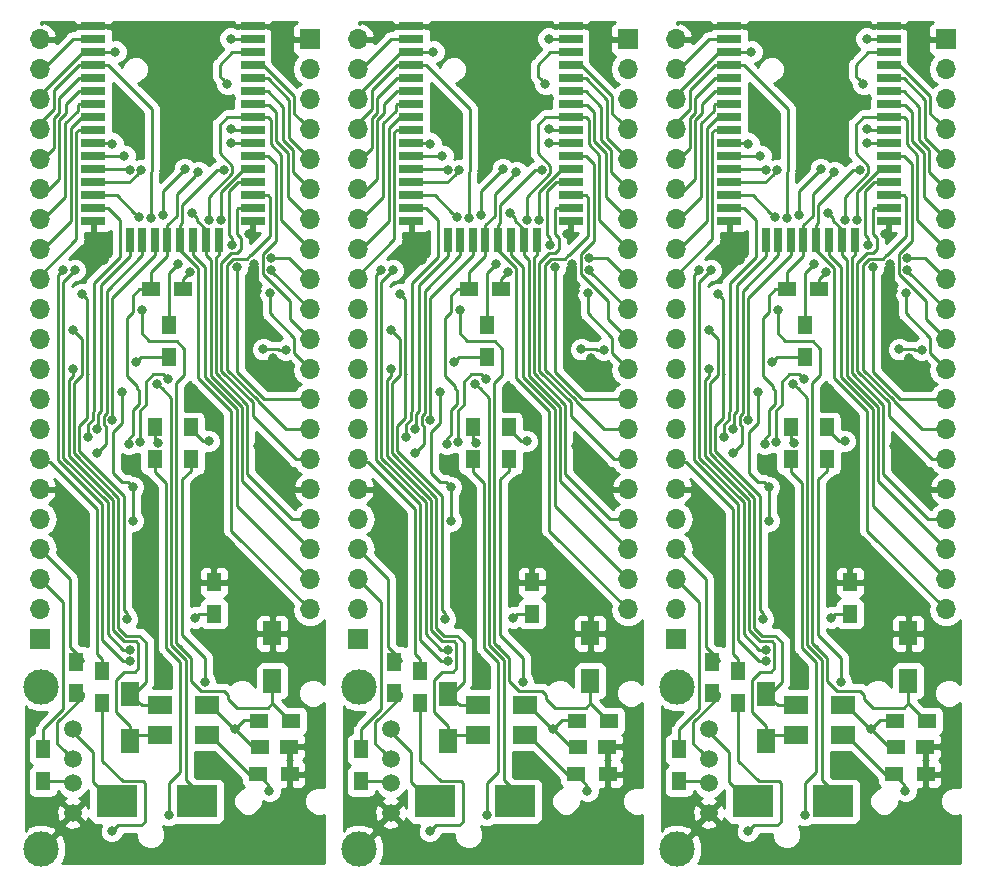
<source format=gbr>
%TF.GenerationSoftware,KiCad,Pcbnew,5.0.0-rc2-dev-unknown-d09445c~65~ubuntu16.04.1*%
%TF.CreationDate,2018-05-20T19:04:23+02:00*%
%TF.ProjectId,F-6888multi,462D363838386D756C74692E6B696361,rev?*%
%TF.SameCoordinates,Original*%
%TF.FileFunction,Copper,L2,Bot,Signal*%
%TF.FilePolarity,Positive*%
%FSLAX46Y46*%
G04 Gerber Fmt 4.6, Leading zero omitted, Abs format (unit mm)*
G04 Created by KiCad (PCBNEW 5.0.0-rc2-dev-unknown-d09445c~65~ubuntu16.04.1) date Sun May 20 19:04:23 2018*
%MOMM*%
%LPD*%
G01*
G04 APERTURE LIST*
%TA.AperFunction,SMDPad,CuDef*%
%ADD10R,1.300000X1.500000*%
%TD*%
%TA.AperFunction,SMDPad,CuDef*%
%ADD11R,0.800000X2.000000*%
%TD*%
%TA.AperFunction,SMDPad,CuDef*%
%ADD12R,2.000000X0.800000*%
%TD*%
%TA.AperFunction,SMDPad,CuDef*%
%ADD13R,1.600000X2.000000*%
%TD*%
%TA.AperFunction,SMDPad,CuDef*%
%ADD14R,3.500120X2.700020*%
%TD*%
%TA.AperFunction,ComponentPad*%
%ADD15R,1.700000X1.700000*%
%TD*%
%TA.AperFunction,ComponentPad*%
%ADD16O,1.700000X1.700000*%
%TD*%
%TA.AperFunction,SMDPad,CuDef*%
%ADD17R,1.500000X1.250000*%
%TD*%
%TA.AperFunction,SMDPad,CuDef*%
%ADD18R,1.500000X1.300000*%
%TD*%
%TA.AperFunction,SMDPad,CuDef*%
%ADD19R,2.000000X1.600000*%
%TD*%
%TA.AperFunction,ComponentPad*%
%ADD20C,3.000000*%
%TD*%
%TA.AperFunction,ComponentPad*%
%ADD21C,1.500000*%
%TD*%
%TA.AperFunction,ViaPad*%
%ADD22C,0.800000*%
%TD*%
%TA.AperFunction,Conductor*%
%ADD23C,0.250000*%
%TD*%
%TA.AperFunction,Conductor*%
%ADD24C,0.254000*%
%TD*%
%TA.AperFunction,NonConductor*%
%ADD25C,0.254000*%
%TD*%
G04 APERTURE END LIST*
D10*
%TO.P,R9,1*%
%TO.N,N/C*%
X159029400Y-82604600D03*
%TO.P,R9,2*%
X159029400Y-79904600D03*
%TD*%
D11*
%TO.P,U1,22*%
%TO.N,N/C*%
X157866800Y-72745600D03*
%TO.P,U1,21*%
X158916800Y-72745600D03*
%TO.P,U1,23*%
X156816800Y-72745600D03*
%TO.P,U1,24*%
X155766804Y-72745600D03*
%TO.P,U1,20*%
X159966800Y-72745600D03*
%TO.P,U1,19*%
X161066800Y-72745600D03*
%TO.P,U1,18*%
X162166800Y-72745600D03*
%TO.P,U1,17*%
X163266800Y-72745600D03*
D12*
%TO.P,U1,30*%
X152666800Y-65645600D03*
%TO.P,U1,40*%
X152666800Y-54645600D03*
%TO.P,U1,37*%
X152666800Y-57945600D03*
%TO.P,U1,35*%
X152666800Y-60145600D03*
%TO.P,U1,28*%
X152666800Y-67845600D03*
%TO.P,U1,27*%
X152666800Y-68945600D03*
%TO.P,U1,29*%
X152666800Y-66745600D03*
%TO.P,U1,33*%
X152666800Y-62345600D03*
%TO.P,U1,39*%
X152666800Y-55745600D03*
%TO.P,U1,25*%
X152666800Y-71145600D03*
%TO.P,U1,34*%
X152666800Y-61245600D03*
%TO.P,U1,38*%
X152666800Y-56845600D03*
%TO.P,U1,31*%
X152666800Y-64545600D03*
%TO.P,U1,32*%
X152666800Y-63445600D03*
%TO.P,U1,26*%
X152666800Y-70045600D03*
%TO.P,U1,36*%
X152666800Y-59045600D03*
%TO.P,U1,4*%
X166166800Y-57945600D03*
%TO.P,U1,1*%
X166166800Y-54645600D03*
%TO.P,U1,16*%
X166166800Y-71145600D03*
%TO.P,U1,2*%
X166166800Y-55745600D03*
%TO.P,U1,7*%
X166166800Y-61245600D03*
%TO.P,U1,8*%
X166166800Y-62345600D03*
%TO.P,U1,6*%
X166166800Y-60145600D03*
%TO.P,U1,3*%
X166166800Y-56845600D03*
%TO.P,U1,5*%
X166166800Y-59045600D03*
%TO.P,U1,9*%
X166166800Y-63445600D03*
%TO.P,U1,10*%
X166166800Y-64545600D03*
%TO.P,U1,11*%
X166166800Y-65645600D03*
%TO.P,U1,12*%
X166166800Y-66745600D03*
%TO.P,U1,13*%
X166166800Y-67845600D03*
%TO.P,U1,14*%
X166166800Y-68945600D03*
%TO.P,U1,15*%
X166166800Y-70045600D03*
%TD*%
D13*
%TO.P,C7,2*%
%TO.N,N/C*%
X155803600Y-115150400D03*
%TO.P,C7,1*%
X155803600Y-111150400D03*
%TD*%
D14*
%TO.P,D3,1*%
%TO.N,N/C*%
X161439860Y-120243600D03*
%TO.P,D3,2*%
X154637740Y-120243600D03*
%TD*%
D10*
%TO.P,R10,2*%
%TO.N,N/C*%
X148386800Y-118571000D03*
%TO.P,R10,1*%
X148386800Y-115871000D03*
%TD*%
D15*
%TO.P,J2,1*%
%TO.N,N/C*%
X170992800Y-55727600D03*
D16*
%TO.P,J2,2*%
X170992800Y-58267600D03*
%TO.P,J2,3*%
X170992800Y-60807600D03*
%TO.P,J2,4*%
X170992800Y-63347600D03*
%TO.P,J2,5*%
X170992800Y-65887600D03*
%TO.P,J2,6*%
X170992800Y-68427600D03*
%TO.P,J2,7*%
X170992800Y-70967600D03*
%TO.P,J2,8*%
X170992800Y-73507600D03*
%TO.P,J2,9*%
X170992800Y-76047600D03*
%TO.P,J2,10*%
X170992800Y-78587600D03*
%TO.P,J2,11*%
X170992800Y-81127600D03*
%TO.P,J2,12*%
X170992800Y-83667600D03*
%TO.P,J2,13*%
X170992800Y-86207600D03*
%TO.P,J2,14*%
X170992800Y-88747600D03*
%TO.P,J2,15*%
X170992800Y-91287600D03*
%TO.P,J2,16*%
X170992800Y-93827600D03*
%TO.P,J2,17*%
X170992800Y-96367600D03*
%TO.P,J2,18*%
X170992800Y-98907600D03*
%TO.P,J2,19*%
X170992800Y-101447600D03*
%TO.P,J2,20*%
X170992800Y-103987600D03*
%TD*%
D17*
%TO.P,C3,1*%
%TO.N,N/C*%
X166751000Y-115620800D03*
%TO.P,C3,2*%
X169251000Y-115620800D03*
%TD*%
D10*
%TO.P,R6,1*%
%TO.N,N/C*%
X157848300Y-88604100D03*
%TO.P,R6,2*%
X157848300Y-91304100D03*
%TD*%
%TO.P,R2,2*%
%TO.N,N/C*%
X162864800Y-101697800D03*
%TO.P,R2,1*%
X162864800Y-104397800D03*
%TD*%
%TO.P,R5,1*%
%TO.N,N/C*%
X160896300Y-88604100D03*
%TO.P,R5,2*%
X160896300Y-91304100D03*
%TD*%
D15*
%TO.P,J4,1*%
%TO.N,N/C*%
X148132800Y-106527600D03*
D16*
%TO.P,J4,2*%
X148132800Y-103987600D03*
%TO.P,J4,3*%
X148132800Y-101447600D03*
%TO.P,J4,4*%
X148132800Y-98907600D03*
%TO.P,J4,5*%
X148132800Y-96367600D03*
%TO.P,J4,6*%
X148132800Y-93827600D03*
%TO.P,J4,7*%
X148132800Y-91287600D03*
%TO.P,J4,8*%
X148132800Y-88747600D03*
%TO.P,J4,9*%
X148132800Y-86207600D03*
%TO.P,J4,10*%
X148132800Y-83667600D03*
%TO.P,J4,11*%
X148132800Y-81127600D03*
%TO.P,J4,12*%
X148132800Y-78587600D03*
%TO.P,J4,13*%
X148132800Y-76047600D03*
%TO.P,J4,14*%
X148132800Y-73507600D03*
%TO.P,J4,15*%
X148132800Y-70967600D03*
%TO.P,J4,16*%
X148132800Y-68427600D03*
%TO.P,J4,17*%
X148132800Y-65887600D03*
%TO.P,J4,18*%
X148132800Y-63347600D03*
%TO.P,J4,19*%
X148132800Y-60807600D03*
%TO.P,J4,20*%
X148132800Y-58267600D03*
%TO.P,J4,21*%
X148132800Y-55727600D03*
%TD*%
D18*
%TO.P,R3,1*%
%TO.N,N/C*%
X166725600Y-113461800D03*
%TO.P,R3,2*%
X169425600Y-113461800D03*
%TD*%
D10*
%TO.P,R4,1*%
%TO.N,N/C*%
X153416000Y-109212400D03*
%TO.P,R4,2*%
X153416000Y-111912400D03*
%TD*%
%TO.P,R11,1*%
%TO.N,N/C*%
X151206200Y-111128800D03*
%TO.P,R11,2*%
X151206200Y-108428800D03*
%TD*%
D19*
%TO.P,C2,2*%
%TO.N,N/C*%
X158324800Y-112115600D03*
%TO.P,C2,1*%
X162324800Y-112115600D03*
%TD*%
D20*
%TO.P,J1,5*%
%TO.N,N/C*%
X148244100Y-110587600D03*
X148244100Y-124307600D03*
D21*
%TO.P,J1,1*%
X150914100Y-114147600D03*
%TO.P,J1,2*%
X150914100Y-116687600D03*
%TO.P,J1,3*%
X150914100Y-118717600D03*
%TO.P,J1,4*%
X150914100Y-121257600D03*
%TD*%
D18*
%TO.P,R8,1*%
%TO.N,N/C*%
X169294800Y-117957600D03*
%TO.P,R8,2*%
X166594800Y-117957600D03*
%TD*%
%TO.P,R7,1*%
%TO.N,N/C*%
X157556200Y-76911200D03*
%TO.P,R7,2*%
X160256200Y-76911200D03*
%TD*%
D13*
%TO.P,C1,1*%
%TO.N,N/C*%
X167817800Y-110051600D03*
%TO.P,C1,2*%
X167817800Y-106051600D03*
%TD*%
D19*
%TO.P,C6,1*%
%TO.N,N/C*%
X158324800Y-114655600D03*
%TO.P,C6,2*%
X162324800Y-114655600D03*
%TD*%
D10*
%TO.P,R9,1*%
%TO.N,N/C*%
X132105400Y-82604600D03*
%TO.P,R9,2*%
X132105400Y-79904600D03*
%TD*%
D11*
%TO.P,U1,22*%
%TO.N,N/C*%
X130942800Y-72745600D03*
%TO.P,U1,21*%
X131992800Y-72745600D03*
%TO.P,U1,23*%
X129892800Y-72745600D03*
%TO.P,U1,24*%
X128842804Y-72745600D03*
%TO.P,U1,20*%
X133042800Y-72745600D03*
%TO.P,U1,19*%
X134142800Y-72745600D03*
%TO.P,U1,18*%
X135242800Y-72745600D03*
%TO.P,U1,17*%
X136342800Y-72745600D03*
D12*
%TO.P,U1,30*%
X125742800Y-65645600D03*
%TO.P,U1,40*%
X125742800Y-54645600D03*
%TO.P,U1,37*%
X125742800Y-57945600D03*
%TO.P,U1,35*%
X125742800Y-60145600D03*
%TO.P,U1,28*%
X125742800Y-67845600D03*
%TO.P,U1,27*%
X125742800Y-68945600D03*
%TO.P,U1,29*%
X125742800Y-66745600D03*
%TO.P,U1,33*%
X125742800Y-62345600D03*
%TO.P,U1,39*%
X125742800Y-55745600D03*
%TO.P,U1,25*%
X125742800Y-71145600D03*
%TO.P,U1,34*%
X125742800Y-61245600D03*
%TO.P,U1,38*%
X125742800Y-56845600D03*
%TO.P,U1,31*%
X125742800Y-64545600D03*
%TO.P,U1,32*%
X125742800Y-63445600D03*
%TO.P,U1,26*%
X125742800Y-70045600D03*
%TO.P,U1,36*%
X125742800Y-59045600D03*
%TO.P,U1,4*%
X139242800Y-57945600D03*
%TO.P,U1,1*%
X139242800Y-54645600D03*
%TO.P,U1,16*%
X139242800Y-71145600D03*
%TO.P,U1,2*%
X139242800Y-55745600D03*
%TO.P,U1,7*%
X139242800Y-61245600D03*
%TO.P,U1,8*%
X139242800Y-62345600D03*
%TO.P,U1,6*%
X139242800Y-60145600D03*
%TO.P,U1,3*%
X139242800Y-56845600D03*
%TO.P,U1,5*%
X139242800Y-59045600D03*
%TO.P,U1,9*%
X139242800Y-63445600D03*
%TO.P,U1,10*%
X139242800Y-64545600D03*
%TO.P,U1,11*%
X139242800Y-65645600D03*
%TO.P,U1,12*%
X139242800Y-66745600D03*
%TO.P,U1,13*%
X139242800Y-67845600D03*
%TO.P,U1,14*%
X139242800Y-68945600D03*
%TO.P,U1,15*%
X139242800Y-70045600D03*
%TD*%
D13*
%TO.P,C7,2*%
%TO.N,N/C*%
X128879600Y-115150400D03*
%TO.P,C7,1*%
X128879600Y-111150400D03*
%TD*%
D14*
%TO.P,D3,1*%
%TO.N,N/C*%
X134515860Y-120243600D03*
%TO.P,D3,2*%
X127713740Y-120243600D03*
%TD*%
D10*
%TO.P,R10,2*%
%TO.N,N/C*%
X121462800Y-118571000D03*
%TO.P,R10,1*%
X121462800Y-115871000D03*
%TD*%
D15*
%TO.P,J2,1*%
%TO.N,N/C*%
X144068800Y-55727600D03*
D16*
%TO.P,J2,2*%
X144068800Y-58267600D03*
%TO.P,J2,3*%
X144068800Y-60807600D03*
%TO.P,J2,4*%
X144068800Y-63347600D03*
%TO.P,J2,5*%
X144068800Y-65887600D03*
%TO.P,J2,6*%
X144068800Y-68427600D03*
%TO.P,J2,7*%
X144068800Y-70967600D03*
%TO.P,J2,8*%
X144068800Y-73507600D03*
%TO.P,J2,9*%
X144068800Y-76047600D03*
%TO.P,J2,10*%
X144068800Y-78587600D03*
%TO.P,J2,11*%
X144068800Y-81127600D03*
%TO.P,J2,12*%
X144068800Y-83667600D03*
%TO.P,J2,13*%
X144068800Y-86207600D03*
%TO.P,J2,14*%
X144068800Y-88747600D03*
%TO.P,J2,15*%
X144068800Y-91287600D03*
%TO.P,J2,16*%
X144068800Y-93827600D03*
%TO.P,J2,17*%
X144068800Y-96367600D03*
%TO.P,J2,18*%
X144068800Y-98907600D03*
%TO.P,J2,19*%
X144068800Y-101447600D03*
%TO.P,J2,20*%
X144068800Y-103987600D03*
%TD*%
D17*
%TO.P,C3,1*%
%TO.N,N/C*%
X139827000Y-115620800D03*
%TO.P,C3,2*%
X142327000Y-115620800D03*
%TD*%
D10*
%TO.P,R6,1*%
%TO.N,N/C*%
X130924300Y-88604100D03*
%TO.P,R6,2*%
X130924300Y-91304100D03*
%TD*%
%TO.P,R2,2*%
%TO.N,N/C*%
X135940800Y-101697800D03*
%TO.P,R2,1*%
X135940800Y-104397800D03*
%TD*%
%TO.P,R5,1*%
%TO.N,N/C*%
X133972300Y-88604100D03*
%TO.P,R5,2*%
X133972300Y-91304100D03*
%TD*%
D15*
%TO.P,J4,1*%
%TO.N,N/C*%
X121208800Y-106527600D03*
D16*
%TO.P,J4,2*%
X121208800Y-103987600D03*
%TO.P,J4,3*%
X121208800Y-101447600D03*
%TO.P,J4,4*%
X121208800Y-98907600D03*
%TO.P,J4,5*%
X121208800Y-96367600D03*
%TO.P,J4,6*%
X121208800Y-93827600D03*
%TO.P,J4,7*%
X121208800Y-91287600D03*
%TO.P,J4,8*%
X121208800Y-88747600D03*
%TO.P,J4,9*%
X121208800Y-86207600D03*
%TO.P,J4,10*%
X121208800Y-83667600D03*
%TO.P,J4,11*%
X121208800Y-81127600D03*
%TO.P,J4,12*%
X121208800Y-78587600D03*
%TO.P,J4,13*%
X121208800Y-76047600D03*
%TO.P,J4,14*%
X121208800Y-73507600D03*
%TO.P,J4,15*%
X121208800Y-70967600D03*
%TO.P,J4,16*%
X121208800Y-68427600D03*
%TO.P,J4,17*%
X121208800Y-65887600D03*
%TO.P,J4,18*%
X121208800Y-63347600D03*
%TO.P,J4,19*%
X121208800Y-60807600D03*
%TO.P,J4,20*%
X121208800Y-58267600D03*
%TO.P,J4,21*%
X121208800Y-55727600D03*
%TD*%
D18*
%TO.P,R3,1*%
%TO.N,N/C*%
X139801600Y-113461800D03*
%TO.P,R3,2*%
X142501600Y-113461800D03*
%TD*%
D10*
%TO.P,R4,1*%
%TO.N,N/C*%
X126492000Y-109212400D03*
%TO.P,R4,2*%
X126492000Y-111912400D03*
%TD*%
%TO.P,R11,1*%
%TO.N,N/C*%
X124282200Y-111128800D03*
%TO.P,R11,2*%
X124282200Y-108428800D03*
%TD*%
D19*
%TO.P,C2,2*%
%TO.N,N/C*%
X131400800Y-112115600D03*
%TO.P,C2,1*%
X135400800Y-112115600D03*
%TD*%
D20*
%TO.P,J1,5*%
%TO.N,N/C*%
X121320100Y-110587600D03*
X121320100Y-124307600D03*
D21*
%TO.P,J1,1*%
X123990100Y-114147600D03*
%TO.P,J1,2*%
X123990100Y-116687600D03*
%TO.P,J1,3*%
X123990100Y-118717600D03*
%TO.P,J1,4*%
X123990100Y-121257600D03*
%TD*%
D18*
%TO.P,R8,1*%
%TO.N,N/C*%
X142370800Y-117957600D03*
%TO.P,R8,2*%
X139670800Y-117957600D03*
%TD*%
%TO.P,R7,1*%
%TO.N,N/C*%
X130632200Y-76911200D03*
%TO.P,R7,2*%
X133332200Y-76911200D03*
%TD*%
D13*
%TO.P,C1,1*%
%TO.N,N/C*%
X140893800Y-110051600D03*
%TO.P,C1,2*%
X140893800Y-106051600D03*
%TD*%
D19*
%TO.P,C6,1*%
%TO.N,N/C*%
X131400800Y-114655600D03*
%TO.P,C6,2*%
X135400800Y-114655600D03*
%TD*%
D13*
%TO.P,C7,1*%
%TO.N,/MICIP*%
X101955600Y-111150400D03*
%TO.P,C7,2*%
%TO.N,/NC*%
X101955600Y-115150400D03*
%TD*%
D10*
%TO.P,R10,1*%
%TO.N,/USBD+*%
X94538800Y-115871000D03*
%TO.P,R10,2*%
%TO.N,Net-(J1-Pad3)*%
X94538800Y-118571000D03*
%TD*%
%TO.P,R11,2*%
%TO.N,/USBD-*%
X97358200Y-108428800D03*
%TO.P,R11,1*%
%TO.N,Net-(J1-Pad2)*%
X97358200Y-111128800D03*
%TD*%
%TO.P,R9,2*%
%TO.N,/V3OUT*%
X105181400Y-79904600D03*
%TO.P,R9,1*%
%TO.N,Net-(R9-Pad1)*%
X105181400Y-82604600D03*
%TD*%
D21*
%TO.P,J1,4*%
%TO.N,GND*%
X97066100Y-121257600D03*
%TO.P,J1,3*%
%TO.N,Net-(J1-Pad3)*%
X97066100Y-118717600D03*
%TO.P,J1,2*%
%TO.N,Net-(J1-Pad2)*%
X97066100Y-116687600D03*
%TO.P,J1,1*%
%TO.N,/5V*%
X97066100Y-114147600D03*
D20*
%TO.P,J1,5*%
%TO.N,GND*%
X94396100Y-124307600D03*
X94396100Y-110587600D03*
%TD*%
D18*
%TO.P,R3,2*%
%TO.N,/MICBIAS*%
X115577600Y-113461800D03*
%TO.P,R3,1*%
%TO.N,Net-(C2-Pad1)*%
X112877600Y-113461800D03*
%TD*%
D13*
%TO.P,C1,2*%
%TO.N,GND*%
X113969800Y-106051600D03*
%TO.P,C1,1*%
%TO.N,/MICBIAS*%
X113969800Y-110051600D03*
%TD*%
D19*
%TO.P,C2,1*%
%TO.N,Net-(C2-Pad1)*%
X108476800Y-112115600D03*
%TO.P,C2,2*%
%TO.N,/MICIP*%
X104476800Y-112115600D03*
%TD*%
D17*
%TO.P,C3,2*%
%TO.N,GND*%
X115403000Y-115620800D03*
%TO.P,C3,1*%
%TO.N,Net-(C2-Pad1)*%
X112903000Y-115620800D03*
%TD*%
D16*
%TO.P,J2,20*%
%TO.N,/SD_DATA*%
X117144800Y-103987600D03*
%TO.P,J2,19*%
%TO.N,/GPIO5*%
X117144800Y-101447600D03*
%TO.P,J2,18*%
%TO.N,/SD_CMD*%
X117144800Y-98907600D03*
%TO.P,J2,17*%
%TO.N,/GPIO10*%
X117144800Y-96367600D03*
%TO.P,J2,16*%
%TO.N,GND*%
X117144800Y-93827600D03*
%TO.P,J2,15*%
%TO.N,/GPIO16*%
X117144800Y-91287600D03*
%TO.P,J2,14*%
%TO.N,/LED2*%
X117144800Y-88747600D03*
%TO.P,J2,13*%
%TO.N,/LED1*%
X117144800Y-86207600D03*
%TO.P,J2,12*%
%TO.N,/MUTE*%
X117144800Y-83667600D03*
%TO.P,J2,11*%
%TO.N,/RX*%
X117144800Y-81127600D03*
%TO.P,J2,10*%
%TO.N,/TX*%
X117144800Y-78587600D03*
%TO.P,J2,9*%
%TO.N,/GPIO6*%
X117144800Y-76047600D03*
%TO.P,J2,8*%
%TO.N,/RSTN*%
X117144800Y-73507600D03*
%TO.P,J2,7*%
%TO.N,/MODE*%
X117144800Y-70967600D03*
%TO.P,J2,6*%
%TO.N,/P.P/CALL*%
X117144800Y-68427600D03*
%TO.P,J2,5*%
%TO.N,/NEXT/VOL+*%
X117144800Y-65887600D03*
%TO.P,J2,4*%
%TO.N,/PREV/VOL-*%
X117144800Y-63347600D03*
%TO.P,J2,3*%
%TO.N,Net-(J2-Pad3)*%
X117144800Y-60807600D03*
%TO.P,J2,2*%
%TO.N,Net-(C8-Pad1)*%
X117144800Y-58267600D03*
D15*
%TO.P,J2,1*%
%TO.N,GND*%
X117144800Y-55727600D03*
%TD*%
D10*
%TO.P,R2,1*%
%TO.N,Net-(D1-Pad1)*%
X109016800Y-104397800D03*
%TO.P,R2,2*%
%TO.N,GND*%
X109016800Y-101697800D03*
%TD*%
%TO.P,R4,2*%
%TO.N,Net-(R4-Pad2)*%
X99568000Y-111912400D03*
%TO.P,R4,1*%
%TO.N,/AUX_DET*%
X99568000Y-109212400D03*
%TD*%
%TO.P,R5,2*%
%TO.N,Net-(R5-Pad2)*%
X107048300Y-91304100D03*
%TO.P,R5,1*%
%TO.N,Net-(C4-Pad2)*%
X107048300Y-88604100D03*
%TD*%
%TO.P,R6,2*%
%TO.N,Net-(R6-Pad2)*%
X104000300Y-91304100D03*
%TO.P,R6,1*%
%TO.N,Net-(C5-Pad2)*%
X104000300Y-88604100D03*
%TD*%
D18*
%TO.P,R7,2*%
%TO.N,Net-(J6-Pad9)*%
X106408200Y-76911200D03*
%TO.P,R7,1*%
%TO.N,/SD_CLK*%
X103708200Y-76911200D03*
%TD*%
D14*
%TO.P,D3,2*%
%TO.N,/5V*%
X100789740Y-120243600D03*
%TO.P,D3,1*%
%TO.N,/VBAT*%
X107591860Y-120243600D03*
%TD*%
D16*
%TO.P,J4,21*%
%TO.N,GND*%
X94284800Y-55727600D03*
%TO.P,J4,20*%
%TO.N,/ADC*%
X94284800Y-58267600D03*
%TO.P,J4,19*%
%TO.N,/V3OUT*%
X94284800Y-60807600D03*
%TO.P,J4,18*%
%TO.N,/VBAT*%
X94284800Y-63347600D03*
%TO.P,J4,17*%
%TO.N,/VCCIO*%
X94284800Y-65887600D03*
%TO.P,J4,16*%
%TO.N,/AUDIORN*%
X94284800Y-68427600D03*
%TO.P,J4,15*%
%TO.N,/AUDIORP*%
X94284800Y-70967600D03*
%TO.P,J4,14*%
%TO.N,/AUDIOLP*%
X94284800Y-73507600D03*
%TO.P,J4,13*%
%TO.N,/AUDIOLN*%
X94284800Y-76047600D03*
%TO.P,J4,12*%
%TO.N,/MICBIAS*%
X94284800Y-78587600D03*
%TO.P,J4,11*%
%TO.N,/MICIP*%
X94284800Y-81127600D03*
%TO.P,J4,10*%
%TO.N,/NC*%
X94284800Y-83667600D03*
%TO.P,J4,9*%
%TO.N,/AUXL*%
X94284800Y-86207600D03*
%TO.P,J4,8*%
%TO.N,/AUXR*%
X94284800Y-88747600D03*
%TO.P,J4,7*%
%TO.N,/AUX_DET*%
X94284800Y-91287600D03*
%TO.P,J4,6*%
%TO.N,GND*%
X94284800Y-93827600D03*
%TO.P,J4,5*%
%TO.N,/IRDA*%
X94284800Y-96367600D03*
%TO.P,J4,4*%
%TO.N,/USBD-*%
X94284800Y-98907600D03*
%TO.P,J4,3*%
%TO.N,/USBD+*%
X94284800Y-101447600D03*
%TO.P,J4,2*%
%TO.N,/SD_CLK*%
X94284800Y-103987600D03*
D15*
%TO.P,J4,1*%
%TO.N,/5V*%
X94284800Y-106527600D03*
%TD*%
D19*
%TO.P,C6,2*%
%TO.N,Net-(C6-Pad2)*%
X108476800Y-114655600D03*
%TO.P,C6,1*%
%TO.N,/NC*%
X104476800Y-114655600D03*
%TD*%
D18*
%TO.P,R8,2*%
%TO.N,Net-(C6-Pad2)*%
X112746800Y-117957600D03*
%TO.P,R8,1*%
%TO.N,GND*%
X115446800Y-117957600D03*
%TD*%
D12*
%TO.P,U1,15*%
%TO.N,/GPIO16*%
X112318800Y-70045600D03*
%TO.P,U1,14*%
%TO.N,/LED2*%
X112318800Y-68945600D03*
%TO.P,U1,13*%
%TO.N,/LED1*%
X112318800Y-67845600D03*
%TO.P,U1,12*%
%TO.N,/MUTE*%
X112318800Y-66745600D03*
%TO.P,U1,11*%
%TO.N,/RX*%
X112318800Y-65645600D03*
%TO.P,U1,10*%
%TO.N,/TX*%
X112318800Y-64545600D03*
%TO.P,U1,9*%
%TO.N,/GPIO6*%
X112318800Y-63445600D03*
%TO.P,U1,5*%
%TO.N,/NEXT/VOL+*%
X112318800Y-59045600D03*
%TO.P,U1,3*%
%TO.N,/FMINN*%
X112318800Y-56845600D03*
%TO.P,U1,6*%
%TO.N,/P.P/CALL*%
X112318800Y-60145600D03*
%TO.P,U1,8*%
%TO.N,/RSTN*%
X112318800Y-62345600D03*
%TO.P,U1,7*%
%TO.N,/MODE*%
X112318800Y-61245600D03*
%TO.P,U1,2*%
%TO.N,/FMINP*%
X112318800Y-55745600D03*
%TO.P,U1,16*%
%TO.N,GND*%
X112318800Y-71145600D03*
%TO.P,U1,1*%
X112318800Y-54645600D03*
%TO.P,U1,4*%
%TO.N,/PREV/VOL-*%
X112318800Y-57945600D03*
%TO.P,U1,36*%
%TO.N,/VCCIO*%
X98818800Y-59045600D03*
%TO.P,U1,26*%
%TO.N,/AUX_DET*%
X98818800Y-70045600D03*
%TO.P,U1,32*%
%TO.N,/AUDIOLN*%
X98818800Y-63445600D03*
%TO.P,U1,31*%
%TO.N,/MICBIAS*%
X98818800Y-64545600D03*
%TO.P,U1,38*%
%TO.N,/V3OUT*%
X98818800Y-56845600D03*
%TO.P,U1,34*%
%TO.N,/AUDIORP*%
X98818800Y-61245600D03*
%TO.P,U1,25*%
%TO.N,GND*%
X98818800Y-71145600D03*
%TO.P,U1,39*%
%TO.N,/ADC*%
X98818800Y-55745600D03*
%TO.P,U1,33*%
%TO.N,/AUDIOLP*%
X98818800Y-62345600D03*
%TO.P,U1,29*%
%TO.N,/NC*%
X98818800Y-66745600D03*
%TO.P,U1,27*%
%TO.N,/AUXR*%
X98818800Y-68945600D03*
%TO.P,U1,28*%
%TO.N,/AUXL*%
X98818800Y-67845600D03*
%TO.P,U1,35*%
%TO.N,/AUDIORN*%
X98818800Y-60145600D03*
%TO.P,U1,37*%
%TO.N,/VBAT*%
X98818800Y-57945600D03*
%TO.P,U1,40*%
%TO.N,GND*%
X98818800Y-54645600D03*
%TO.P,U1,30*%
%TO.N,/MICIP*%
X98818800Y-65645600D03*
D11*
%TO.P,U1,17*%
%TO.N,/GPIO10*%
X109418800Y-72745600D03*
%TO.P,U1,18*%
%TO.N,/SD_CMD*%
X108318800Y-72745600D03*
%TO.P,U1,19*%
%TO.N,/GPIO5*%
X107218800Y-72745600D03*
%TO.P,U1,20*%
%TO.N,/SD_DATA*%
X106118800Y-72745600D03*
%TO.P,U1,24*%
%TO.N,/IRDA*%
X101918804Y-72745600D03*
%TO.P,U1,23*%
%TO.N,/USBD-*%
X102968800Y-72745600D03*
%TO.P,U1,21*%
%TO.N,/SD_CLK*%
X105068800Y-72745600D03*
%TO.P,U1,22*%
%TO.N,/USBD+*%
X104018800Y-72745600D03*
%TD*%
D22*
%TO.N,*%
X127341790Y-64566800D03*
X129819400Y-78638400D03*
X140233400Y-80314800D03*
X136042400Y-95478600D03*
X138954228Y-72253828D03*
X131724400Y-66878200D03*
X120929400Y-121183400D03*
X139674600Y-90144600D03*
X139217400Y-108204000D03*
X129590800Y-62077600D03*
X139573000Y-77089000D03*
X136118600Y-92797800D03*
X142544800Y-120243600D03*
X130657600Y-94247800D03*
X140944600Y-82727800D03*
X130352800Y-124815600D03*
X120802400Y-113614200D03*
X126669796Y-74422000D03*
X124256800Y-124053600D03*
X137464800Y-124561600D03*
X124739400Y-100431600D03*
X135229600Y-65201800D03*
X139378425Y-74741441D03*
X137718800Y-114147600D03*
X124002800Y-80365600D03*
X128360010Y-65608200D03*
X135495190Y-89763600D03*
X129590800Y-70815200D03*
X129809682Y-66803076D03*
X131209779Y-89941400D03*
X134379810Y-104698800D03*
X137919903Y-75036464D03*
X137515600Y-73126600D03*
X135495588Y-71022622D03*
X142006423Y-82042000D03*
X140117806Y-81987402D03*
X132054600Y-84480400D03*
X129723685Y-89845605D03*
X136770959Y-66769301D03*
X134112000Y-70434200D03*
X140690602Y-77241400D03*
X136529344Y-71045043D03*
X140817600Y-75286007D03*
X137414000Y-64541400D03*
X140818756Y-74275357D03*
X137388600Y-63322200D03*
X137083802Y-59537600D03*
X137363200Y-55676800D03*
X134620000Y-66979800D03*
X128734792Y-89994317D03*
X127324808Y-87985600D03*
X126034800Y-90779622D03*
X125268730Y-89420917D03*
X123167995Y-75285600D03*
X128832065Y-108411124D03*
X128800226Y-107411619D03*
X124193300Y-75285600D03*
X130587531Y-70896016D03*
X131135054Y-84898813D03*
X131648200Y-70612000D03*
X132867400Y-74752200D03*
X127609600Y-56794400D03*
X133484800Y-66751200D03*
X126032248Y-88775129D03*
X124764800Y-77317600D03*
X128572080Y-104847165D03*
X133908800Y-75463400D03*
X127304800Y-122783600D03*
X135178800Y-110185200D03*
X132105400Y-121437400D03*
X140639800Y-119354600D03*
X124002800Y-83667600D03*
X128810021Y-66776600D03*
X129066700Y-96494600D03*
X129082800Y-93649800D03*
X128143000Y-85598000D03*
X129325200Y-83058000D03*
X154265790Y-64566800D03*
X156743400Y-78638400D03*
X167157400Y-80314800D03*
X162966400Y-95478600D03*
X165878228Y-72253828D03*
X158648400Y-66878200D03*
X147853400Y-121183400D03*
X166598600Y-90144600D03*
X166141400Y-108204000D03*
X156514800Y-62077600D03*
X166497000Y-77089000D03*
X163042600Y-92797800D03*
X169468800Y-120243600D03*
X157581600Y-94247800D03*
X167868600Y-82727800D03*
X157276800Y-124815600D03*
X147726400Y-113614200D03*
X153593796Y-74422000D03*
X151180800Y-124053600D03*
X164388800Y-124561600D03*
X151663400Y-100431600D03*
X162153600Y-65201800D03*
X166302425Y-74741441D03*
X164642800Y-114147600D03*
X150926800Y-80365600D03*
X155284010Y-65608200D03*
X162419190Y-89763600D03*
X156514800Y-70815200D03*
X156733682Y-66803076D03*
X158133779Y-89941400D03*
X161303810Y-104698800D03*
X164843903Y-75036464D03*
X164439600Y-73126600D03*
X162419588Y-71022622D03*
X168930423Y-82042000D03*
X167041806Y-81987402D03*
X158978600Y-84480400D03*
X156647685Y-89845605D03*
X163694959Y-66769301D03*
X161036000Y-70434200D03*
X167614602Y-77241400D03*
X163453344Y-71045043D03*
X167741600Y-75286007D03*
X164338000Y-64541400D03*
X167742756Y-74275357D03*
X164312600Y-63322200D03*
X164007802Y-59537600D03*
X164287200Y-55676800D03*
X161544000Y-66979800D03*
X155658792Y-89994317D03*
X154248808Y-87985600D03*
X152958800Y-90779622D03*
X152192730Y-89420917D03*
X150091995Y-75285600D03*
X155756065Y-108411124D03*
X155724226Y-107411619D03*
X151117300Y-75285600D03*
X157511531Y-70896016D03*
X158059054Y-84898813D03*
X158572200Y-70612000D03*
X159791400Y-74752200D03*
X154533600Y-56794400D03*
X160408800Y-66751200D03*
X152956248Y-88775129D03*
X151688800Y-77317600D03*
X155496080Y-104847165D03*
X160832800Y-75463400D03*
X154228800Y-122783600D03*
X162102800Y-110185200D03*
X159029400Y-121437400D03*
X167563800Y-119354600D03*
X150926800Y-83667600D03*
X155734021Y-66776600D03*
X155990700Y-96494600D03*
X156006800Y-93649800D03*
X155067000Y-85598000D03*
X156249200Y-83058000D03*
%TO.N,/MICBIAS*%
X100417790Y-64566800D03*
X102895400Y-78638400D03*
%TO.N,GND*%
X99745796Y-74422000D03*
X97815400Y-100431600D03*
X93878400Y-113614200D03*
X94005400Y-121183400D03*
X112750600Y-90144600D03*
X112030228Y-72253828D03*
X104800400Y-66878200D03*
X108305600Y-65201800D03*
X109118400Y-95478600D03*
X103428800Y-124815600D03*
X115620800Y-120243600D03*
X110540800Y-124561600D03*
X102666800Y-62077600D03*
X97332800Y-124053600D03*
X109194600Y-92797800D03*
X103733600Y-94247800D03*
X114020600Y-82727800D03*
X112454425Y-74741441D03*
X112649000Y-77089000D03*
X113309400Y-80314800D03*
X112293400Y-108204000D03*
%TO.N,Net-(C2-Pad1)*%
X110794800Y-114147600D03*
%TO.N,/MICIP*%
X101436010Y-65608200D03*
X97078800Y-80365600D03*
%TO.N,Net-(C4-Pad2)*%
X108571190Y-89763600D03*
%TO.N,/AUXR*%
X102666800Y-70815200D03*
%TO.N,/AUXL*%
X102885682Y-66803076D03*
%TO.N,Net-(C5-Pad2)*%
X104285779Y-89941400D03*
%TO.N,Net-(D1-Pad1)*%
X107455810Y-104698800D03*
%TO.N,/LED1*%
X110591600Y-73126600D03*
X110995903Y-75036464D03*
%TO.N,/RSTN*%
X108571588Y-71022622D03*
%TO.N,/MODE*%
X115082423Y-82042000D03*
X113193806Y-81987402D03*
%TO.N,/PREV/VOL-*%
X102799685Y-89845605D03*
X105130600Y-84480400D03*
%TO.N,/SD_DATA*%
X109846959Y-66769301D03*
%TO.N,/SD_CMD*%
X107188000Y-70434200D03*
%TO.N,/MUTE*%
X113766602Y-77241400D03*
X109605344Y-71045043D03*
%TO.N,/TX*%
X110490000Y-64541400D03*
X113893600Y-75286007D03*
%TO.N,/GPIO6*%
X110464600Y-63322200D03*
X113894756Y-74275357D03*
%TO.N,/FMINN*%
X110159802Y-59537600D03*
%TO.N,/FMINP*%
X110439200Y-55676800D03*
%TO.N,/SD_CLK*%
X107696000Y-66979800D03*
X101810792Y-89994317D03*
%TO.N,/USBD+*%
X100400808Y-87985600D03*
%TO.N,/USBD-*%
X99110800Y-90779622D03*
%TO.N,/AUX_DET*%
X98344730Y-89420917D03*
%TO.N,/AUDIOLP*%
X96243995Y-75285600D03*
X101908065Y-108411124D03*
%TO.N,/AUDIORP*%
X97269300Y-75285600D03*
X101876226Y-107411619D03*
%TO.N,/VBAT*%
X103663531Y-70896016D03*
X104211054Y-84898813D03*
%TO.N,/V3OUT*%
X100685600Y-56794400D03*
X104724200Y-70612000D03*
X106560800Y-66751200D03*
X105943400Y-74752200D03*
%TO.N,/IRDA*%
X99108248Y-88775129D03*
%TO.N,Net-(JP1-Pad2)*%
X97840800Y-77317600D03*
X101648080Y-104847165D03*
%TO.N,Net-(J6-Pad9)*%
X106984800Y-75463400D03*
%TO.N,Net-(R4-Pad2)*%
X100380800Y-122783600D03*
%TO.N,Net-(R5-Pad2)*%
X108254800Y-110185200D03*
%TO.N,Net-(R6-Pad2)*%
X105181400Y-121437400D03*
%TO.N,Net-(C6-Pad2)*%
X113715800Y-119354600D03*
%TO.N,/NC*%
X101886021Y-66776600D03*
X97078800Y-83667600D03*
%TO.N,Net-(R9-Pad1)*%
X101219000Y-85598000D03*
X102142700Y-96494600D03*
X102401200Y-83058000D03*
X102158800Y-93649800D03*
%TD*%
D23*
%TO.N,*%
X133451600Y-81940400D02*
X132791200Y-81280000D01*
X129819400Y-80619600D02*
X129819400Y-79204085D01*
X127320590Y-64545600D02*
X127341790Y-64566800D01*
X134003210Y-110082614D02*
X134830798Y-110910202D01*
X132776822Y-84861400D02*
X133451600Y-84186622D01*
X133451600Y-84186622D02*
X133451600Y-81940400D01*
X140503600Y-112344200D02*
X140893800Y-111954000D01*
X140893800Y-111954000D02*
X140893800Y-111301600D01*
X129819400Y-79204085D02*
X129819400Y-78638400D01*
X130479800Y-81280000D02*
X129819400Y-80619600D01*
X132776822Y-106866001D02*
X134003210Y-108092389D01*
X132776822Y-105029000D02*
X132776822Y-105583622D01*
X137113200Y-111230600D02*
X137113200Y-111556800D01*
X132791200Y-81280000D02*
X130479800Y-81280000D01*
X140893800Y-111301600D02*
X140893800Y-110051600D01*
X142501600Y-113461800D02*
X142401600Y-113461800D01*
X137900600Y-112344200D02*
X140503600Y-112344200D01*
X132776822Y-105029000D02*
X132776822Y-84861400D01*
X134003210Y-108092389D02*
X133048021Y-107137200D01*
X136792802Y-110910202D02*
X137113200Y-111230600D01*
X134003210Y-108092389D02*
X134003210Y-110082614D01*
X137113200Y-111556800D02*
X137900600Y-112344200D01*
X125742800Y-64545600D02*
X127320590Y-64545600D01*
X142401600Y-113461800D02*
X140893800Y-111954000D01*
X132776822Y-105583622D02*
X132776822Y-106866001D01*
X134830798Y-110910202D02*
X136792802Y-110910202D01*
X125742800Y-54645600D02*
X131074200Y-54645600D01*
X144068800Y-93827600D02*
X142866719Y-93827600D01*
X136118600Y-95402400D02*
X136042400Y-95478600D01*
X125742800Y-73495004D02*
X126269797Y-74022001D01*
X139573000Y-79654400D02*
X140233400Y-80314800D01*
X139776200Y-83489800D02*
X138836400Y-82550000D01*
X136042400Y-100596200D02*
X136042400Y-99390200D01*
X139242800Y-71965256D02*
X138954228Y-72253828D01*
X122849100Y-120116600D02*
X121996200Y-120116600D01*
X140944600Y-82727800D02*
X140544601Y-83127799D01*
X140944600Y-82727800D02*
X140182600Y-83489800D01*
X136042400Y-99390200D02*
X136042400Y-95478600D01*
X122605800Y-93827600D02*
X123240800Y-94462600D01*
X124822485Y-124053600D02*
X124256800Y-124053600D01*
X133400800Y-65201800D02*
X131724400Y-66878200D01*
X126269797Y-74022001D02*
X126669796Y-74422000D01*
X123990100Y-121257600D02*
X122849100Y-120116600D01*
X137718800Y-124815600D02*
X137464800Y-124561600D01*
X142866719Y-93827600D02*
X140656919Y-91617800D01*
X139242800Y-71145600D02*
X139242800Y-71965256D01*
X140544601Y-83127799D02*
X140290601Y-83127799D01*
X138963400Y-75722151D02*
X139378425Y-75307126D01*
X129590800Y-124053600D02*
X124822485Y-124053600D01*
X135940800Y-100697800D02*
X136042400Y-100596200D01*
X124739400Y-97612200D02*
X124739400Y-99865915D01*
X135940800Y-101697800D02*
X135940800Y-100697800D01*
X135229600Y-58801000D02*
X135229600Y-65201800D01*
X138836400Y-82550000D02*
X138963400Y-82423000D01*
X139573000Y-74936016D02*
X139378425Y-74741441D01*
X139471400Y-83312000D02*
X138912600Y-82753200D01*
X138912600Y-80695800D02*
X139293600Y-80314800D01*
X140893800Y-106051600D02*
X139464800Y-106051600D01*
X138963400Y-82423000D02*
X138963400Y-75722151D01*
X123240800Y-94462600D02*
X123240800Y-96113600D01*
X136118600Y-92797800D02*
X136118600Y-95402400D01*
X121996200Y-120116600D02*
X120929400Y-121183400D01*
X135229600Y-65201800D02*
X133400800Y-65201800D01*
X139573000Y-77089000D02*
X139573000Y-74936016D01*
X130352800Y-124815600D02*
X129590800Y-124053600D01*
X139378425Y-75307126D02*
X139378425Y-74741441D01*
X138912600Y-82753200D02*
X138912600Y-80695800D01*
X140656919Y-91126919D02*
X139674600Y-90144600D01*
X139573000Y-77089000D02*
X139573000Y-79654400D01*
X140656919Y-91617800D02*
X140656919Y-91126919D01*
X124739400Y-99865915D02*
X124739400Y-100431600D01*
X131074200Y-54645600D02*
X135229600Y-58801000D01*
X140290601Y-83127799D02*
X140106400Y-83312000D01*
X139293600Y-80314800D02*
X140233400Y-80314800D01*
X139217400Y-106299000D02*
X139217400Y-108204000D01*
X140182600Y-83489800D02*
X139776200Y-83489800D01*
X140106400Y-83312000D02*
X139471400Y-83312000D01*
X139464800Y-106051600D02*
X139217400Y-106299000D01*
X121208800Y-93827600D02*
X122605800Y-93827600D01*
X125742800Y-71145600D02*
X125742800Y-73495004D01*
X123240800Y-96113600D02*
X124739400Y-97612200D01*
X137632800Y-114147600D02*
X137718800Y-114147600D01*
X138480800Y-113385600D02*
X137718800Y-114147600D01*
X137718800Y-114147600D02*
X139242800Y-115671600D01*
X139770800Y-113385600D02*
X138480800Y-113385600D01*
X135400800Y-112115600D02*
X135600800Y-112115600D01*
X135600800Y-112115600D02*
X137632800Y-114147600D01*
X139242800Y-115671600D02*
X139670800Y-115671600D01*
X125742800Y-65645600D02*
X128322610Y-65645600D01*
X131400800Y-112115600D02*
X129844800Y-112115600D01*
X130200400Y-110119600D02*
X130200400Y-106807000D01*
X124764798Y-84205978D02*
X124764798Y-81127598D01*
X127847079Y-105602881D02*
X127847079Y-94555292D01*
X130200400Y-106807000D02*
X129630001Y-106236601D01*
X129844800Y-112115600D02*
X128879600Y-111150400D01*
X124093718Y-84877058D02*
X124764798Y-84205978D01*
X124093718Y-90801931D02*
X124093718Y-84877058D01*
X129184400Y-111135600D02*
X130200400Y-110119600D01*
X128322610Y-65645600D02*
X128360010Y-65608200D01*
X128480799Y-106236601D02*
X127847079Y-105602881D01*
X129630001Y-106236601D02*
X128480799Y-106236601D01*
X124764798Y-81127598D02*
X124002800Y-80365600D01*
X127847079Y-94555292D02*
X124093718Y-90801931D01*
X133972300Y-88704100D02*
X135031800Y-89763600D01*
X135031800Y-89763600D02*
X135495190Y-89763600D01*
X133972300Y-88604100D02*
X133972300Y-88704100D01*
X125742800Y-68945600D02*
X127721200Y-68945600D01*
X129190801Y-70415201D02*
X129590800Y-70815200D01*
X127721200Y-68945600D02*
X129190801Y-70415201D01*
X125742800Y-67845600D02*
X128767158Y-67845600D01*
X129409683Y-67203075D02*
X129809682Y-66803076D01*
X128767158Y-67845600D02*
X129409683Y-67203075D01*
X130924300Y-89655921D02*
X131209779Y-89941400D01*
X130924300Y-88604100D02*
X130924300Y-89655921D01*
X135940800Y-104397800D02*
X134680810Y-104397800D01*
X134680810Y-104397800D02*
X134379810Y-104698800D01*
X137254345Y-72299660D02*
X137515600Y-72560915D01*
X137919903Y-83911037D02*
X137919903Y-75602149D01*
X137515600Y-72560915D02*
X137515600Y-73126600D01*
X137919903Y-75602149D02*
X137919903Y-75036464D01*
X139242800Y-67845600D02*
X137992800Y-67845600D01*
X137992800Y-67845600D02*
X137254345Y-68584055D01*
X140216466Y-86207600D02*
X137919903Y-83911037D01*
X144068800Y-86207600D02*
X140216466Y-86207600D01*
X137254345Y-68584055D02*
X137254345Y-72299660D01*
X140492800Y-68945600D02*
X139242800Y-68945600D01*
X139030423Y-74016439D02*
X139089561Y-74016439D01*
X137594934Y-74308844D02*
X138738018Y-74308844D01*
X140730379Y-72375621D02*
X140730379Y-69183179D01*
X144068800Y-88747600D02*
X142069254Y-88747600D01*
X137083800Y-74819978D02*
X137594934Y-74308844D01*
X140730379Y-69183179D02*
X140492800Y-68945600D01*
X139089561Y-74016439D02*
X140730379Y-72375621D01*
X139664055Y-86291600D02*
X137083800Y-83711345D01*
X137083800Y-83711345D02*
X137083800Y-74819978D01*
X139664055Y-86342401D02*
X139664055Y-86291600D01*
X142069254Y-88747600D02*
X139664055Y-86342401D01*
X138738018Y-74308844D02*
X139030423Y-74016439D01*
X140492800Y-62345600D02*
X140760399Y-62613199D01*
X140760399Y-64643000D02*
X141630400Y-65513001D01*
X135495588Y-70456937D02*
X135495588Y-71022622D01*
X139242800Y-62345600D02*
X137058400Y-62345600D01*
X141630400Y-71069200D02*
X144068800Y-73507600D01*
X137504002Y-66428598D02*
X137504002Y-67061578D01*
X136437400Y-62966600D02*
X136437400Y-65361996D01*
X140760399Y-62613199D02*
X140760399Y-64643000D01*
X137058400Y-62345600D02*
X136437400Y-62966600D01*
X139242800Y-62345600D02*
X140492800Y-62345600D01*
X135495588Y-69069992D02*
X135495588Y-70456937D01*
X137504002Y-67061578D02*
X135495588Y-69069992D01*
X141630400Y-65513001D02*
X141630400Y-71069200D01*
X136437400Y-65361996D02*
X137504002Y-66428598D01*
X139287400Y-61290200D02*
X140589000Y-61290200D01*
X141440738Y-82042000D02*
X141386140Y-81987402D01*
X141224000Y-64365010D02*
X142196390Y-65337400D01*
X142006423Y-82042000D02*
X141440738Y-82042000D01*
X142196390Y-65337400D02*
X142196390Y-69095190D01*
X140589000Y-61290200D02*
X141224000Y-61925200D01*
X142196390Y-69095190D02*
X144068800Y-70967600D01*
X141386140Y-81987402D02*
X140117806Y-81987402D01*
X139242800Y-61245600D02*
X139287400Y-61290200D01*
X141224000Y-61925200D02*
X141224000Y-64365010D01*
X142646400Y-65151000D02*
X141782800Y-64287400D01*
X139242800Y-60145600D02*
X140492800Y-60145600D01*
X140492800Y-60145600D02*
X141782800Y-61435600D01*
X141782800Y-61435600D02*
X141782800Y-64287400D01*
X142646400Y-67005200D02*
X142646400Y-65151000D01*
X144068800Y-68427600D02*
X142646400Y-67005200D01*
X144068800Y-65887600D02*
X142297989Y-64116789D01*
X140492800Y-59045600D02*
X139242800Y-59045600D01*
X142297989Y-64116789D02*
X142297989Y-60850789D01*
X142297989Y-60850789D02*
X140492800Y-59045600D01*
X129723685Y-87140104D02*
X130156789Y-86707000D01*
X140127802Y-57945600D02*
X142748000Y-60565798D01*
X130156789Y-84727938D02*
X130804326Y-84080401D01*
X142748000Y-60565798D02*
X142748000Y-62026800D01*
X142748000Y-62026800D02*
X143218801Y-62497601D01*
X130804326Y-84080401D02*
X131654601Y-84080401D01*
X130156789Y-86707000D02*
X130156789Y-84727938D01*
X129723685Y-89845605D02*
X129723685Y-87140104D01*
X131654601Y-84080401D02*
X132054600Y-84480400D01*
X143218801Y-62497601D02*
X144068800Y-63347600D01*
X139242800Y-57945600D02*
X140127802Y-57945600D01*
X133042800Y-71495600D02*
X133042800Y-72745600D01*
X133241211Y-71297189D02*
X133042800Y-71495600D01*
X134620000Y-84429600D02*
X134620000Y-75825204D01*
X134633802Y-75811402D02*
X134633802Y-75140798D01*
X134633802Y-75140798D02*
X133042800Y-73549796D01*
X144068800Y-103987600D02*
X137414000Y-97332800D01*
X134620000Y-75825204D02*
X134633802Y-75811402D01*
X133042800Y-73549796D02*
X133042800Y-72745600D01*
X137414000Y-97332800D02*
X137414000Y-87223600D01*
X133241211Y-69733364D02*
X133241211Y-71297189D01*
X136205274Y-66769301D02*
X133241211Y-69733364D01*
X136770959Y-66769301D02*
X136205274Y-66769301D01*
X137414000Y-87223600D02*
X134620000Y-84429600D01*
X137864011Y-87037200D02*
X135153400Y-84326589D01*
X137864011Y-95242811D02*
X137864011Y-87037200D01*
X135153400Y-84326589D02*
X135153400Y-75006200D01*
X135153400Y-75006200D02*
X134142800Y-73995600D01*
X144068800Y-101447600D02*
X137864011Y-95242811D01*
X134142800Y-73995600D02*
X134142800Y-72745600D01*
X135242800Y-72745600D02*
X135242800Y-73995600D01*
X138314022Y-93152822D02*
X143218801Y-98057601D01*
X135672422Y-74425222D02*
X135672422Y-84209200D01*
X134511999Y-71113599D02*
X134511999Y-70834199D01*
X134511999Y-70834199D02*
X134112000Y-70434200D01*
X135242800Y-73995600D02*
X135672422Y-74425222D01*
X143218801Y-98057601D02*
X144068800Y-98907600D01*
X135242800Y-72745600D02*
X135242800Y-71844400D01*
X138314022Y-86850800D02*
X138314022Y-93152822D01*
X135242800Y-71844400D02*
X134511999Y-71113599D01*
X135672422Y-84209200D02*
X138314022Y-86850800D01*
X136122433Y-74215967D02*
X136342800Y-73995600D01*
X138764033Y-92536033D02*
X138764033Y-86664400D01*
X142595600Y-96367600D02*
X138764033Y-92536033D01*
X138764033Y-86664400D02*
X136122433Y-84022800D01*
X136122433Y-84022800D02*
X136122433Y-74215967D01*
X144068800Y-96367600D02*
X142595600Y-96367600D01*
X136342800Y-73995600D02*
X136342800Y-72745600D01*
X138266001Y-73474601D02*
X137881769Y-73858833D01*
X137408534Y-73858833D02*
X136575800Y-74691567D01*
X137881769Y-73858833D02*
X137408534Y-73858833D01*
X137917799Y-72227197D02*
X138266001Y-72575399D01*
X138266001Y-72575399D02*
X138266001Y-73474601D01*
X139242800Y-70045600D02*
X137992800Y-70045600D01*
X139214044Y-87634925D02*
X142866719Y-91287600D01*
X136575800Y-83839756D02*
X139214044Y-86478000D01*
X136575800Y-74691567D02*
X136575800Y-83839756D01*
X142866719Y-91287600D02*
X144068800Y-91287600D01*
X137917799Y-70120601D02*
X137917799Y-72227197D01*
X139214044Y-86478000D02*
X139214044Y-87634925D01*
X137992800Y-70045600D02*
X137917799Y-70120601D01*
X142731425Y-82330225D02*
X142731425Y-80990910D01*
X138456390Y-66745600D02*
X136529344Y-68672646D01*
X136529344Y-70479358D02*
X136529344Y-71045043D01*
X144068800Y-83667600D02*
X142731425Y-82330225D01*
X140690602Y-77807085D02*
X140690602Y-77241400D01*
X139242800Y-66745600D02*
X138456390Y-66745600D01*
X136529344Y-68672646D02*
X136529344Y-70479358D01*
X140690602Y-78950087D02*
X140690602Y-77807085D01*
X142731425Y-80990910D02*
X140690602Y-78950087D01*
X144068800Y-81127600D02*
X142392400Y-79451200D01*
X140093755Y-73929635D02*
X141180390Y-72843000D01*
X142392400Y-79451200D02*
X142392400Y-77890204D01*
X141180390Y-66333190D02*
X140492800Y-65645600D01*
X140086762Y-75584566D02*
X140086762Y-75117561D01*
X141180390Y-72843000D02*
X141180390Y-66333190D01*
X140492800Y-65645600D02*
X139242800Y-65645600D01*
X140086762Y-75117561D02*
X140117142Y-75087181D01*
X142392400Y-77890204D02*
X140086762Y-75584566D01*
X140117142Y-75087181D02*
X140117142Y-74646745D01*
X140093755Y-74623358D02*
X140093755Y-73929635D01*
X140117142Y-74646745D02*
X140093755Y-74623358D01*
X137418200Y-64545600D02*
X137414000Y-64541400D01*
X140817600Y-75336400D02*
X140817600Y-75286007D01*
X144068800Y-78587600D02*
X140817600Y-75336400D01*
X139242800Y-64545600D02*
X137418200Y-64545600D01*
X144068800Y-76047600D02*
X142296557Y-74275357D01*
X142296557Y-74275357D02*
X141384441Y-74275357D01*
X139242800Y-63445600D02*
X137512000Y-63445600D01*
X137512000Y-63445600D02*
X137388600Y-63322200D01*
X141384441Y-74275357D02*
X140818756Y-74275357D01*
X136480601Y-57880797D02*
X136480601Y-58934399D01*
X139242800Y-56845600D02*
X137515798Y-56845600D01*
X136683803Y-59137601D02*
X137083802Y-59537600D01*
X136480601Y-58934399D02*
X136683803Y-59137601D01*
X137515798Y-56845600D02*
X136480601Y-57880797D01*
X140106800Y-56845600D02*
X139242800Y-56845600D01*
X137432000Y-55745600D02*
X137363200Y-55676800D01*
X139242800Y-55745600D02*
X137432000Y-55745600D01*
X129130834Y-87096544D02*
X129570130Y-86657248D01*
X129632200Y-76911200D02*
X130632200Y-76911200D01*
X128600200Y-79324200D02*
X129068999Y-78855401D01*
X129431210Y-85336810D02*
X129431209Y-85055999D01*
X131992800Y-74102800D02*
X131992800Y-73995600D01*
X129570130Y-86657248D02*
X129570130Y-85475730D01*
X131992800Y-73995600D02*
X131992800Y-72745600D01*
X130632200Y-76911200D02*
X130632200Y-75463400D01*
X128734792Y-89555048D02*
X129130834Y-89159006D01*
X129068999Y-78855401D02*
X129068999Y-77474401D01*
X134220001Y-67379799D02*
X134620000Y-66979800D01*
X132791200Y-70697200D02*
X132791200Y-68808600D01*
X130632200Y-75463400D02*
X131992800Y-74102800D01*
X129431209Y-85055999D02*
X128600200Y-84224990D01*
X131992800Y-72745600D02*
X131992800Y-71495600D01*
X129068999Y-77474401D02*
X129632200Y-76911200D01*
X129570130Y-85475730D02*
X129431210Y-85336810D01*
X128600200Y-84224990D02*
X128600200Y-79324200D01*
X132791200Y-68808600D02*
X134220001Y-67379799D01*
X131992800Y-71495600D02*
X132791200Y-70697200D01*
X129130834Y-89159006D02*
X129130834Y-87096544D01*
X128734792Y-89994317D02*
X128734792Y-89555048D01*
X130942800Y-72745600D02*
X130942800Y-73995600D01*
X123145101Y-112463889D02*
X123145101Y-109711599D01*
X123145101Y-109711599D02*
X123128309Y-109694807D01*
X127318600Y-87413707D02*
X127324808Y-87419915D01*
X123128309Y-109694807D02*
X123128309Y-103367109D01*
X122058799Y-102297599D02*
X121208800Y-101447600D01*
X127324808Y-87419915D02*
X127324808Y-87985600D01*
X121462800Y-114146190D02*
X123145101Y-112463889D01*
X130942800Y-73995600D02*
X127318600Y-77619800D01*
X123128309Y-103367109D02*
X122058799Y-102297599D01*
X121462800Y-115871000D02*
X121462800Y-114146190D01*
X127318600Y-77619800D02*
X127318600Y-87413707D01*
X126599798Y-87647208D02*
X126599798Y-88323992D01*
X126817171Y-89997251D02*
X126434799Y-90379623D01*
X123748800Y-105537000D02*
X123748800Y-107207400D01*
X126853812Y-77034588D02*
X126853812Y-87393194D01*
X124841000Y-108299600D02*
X124841000Y-108399600D01*
X126853812Y-87393194D02*
X126599798Y-87647208D01*
X126434799Y-90379623D02*
X126034800Y-90779622D01*
X123748800Y-107207400D02*
X124841000Y-108299600D01*
X129892800Y-72745600D02*
X129892800Y-73995600D01*
X123748800Y-101447600D02*
X123748800Y-105537000D01*
X126817171Y-88541365D02*
X126817171Y-89997251D01*
X129892800Y-73995600D02*
X126853812Y-77034588D01*
X126599798Y-88323992D02*
X126817171Y-88541365D01*
X121208800Y-98907600D02*
X123748800Y-101447600D01*
X127990600Y-71043400D02*
X127990600Y-74199602D01*
X122047000Y-91541600D02*
X121208800Y-91541600D01*
X125780800Y-76409402D02*
X125780800Y-87193392D01*
X127990600Y-74199602D02*
X125780800Y-76409402D01*
X125268730Y-88358558D02*
X125268730Y-88855232D01*
X125699784Y-87927504D02*
X125268730Y-88358558D01*
X126992800Y-70045600D02*
X127990600Y-71043400D01*
X126047035Y-95541635D02*
X122047000Y-91541600D01*
X125780800Y-87193392D02*
X125699784Y-87274408D01*
X125268730Y-88855232D02*
X125268730Y-89420917D01*
X125742800Y-70045600D02*
X126992800Y-70045600D01*
X126492000Y-108212400D02*
X126047035Y-107767435D01*
X126492000Y-109212400D02*
X126492000Y-108212400D01*
X126047035Y-107767435D02*
X126047035Y-106781600D01*
X125699784Y-87274408D02*
X125699784Y-87927504D01*
X126047035Y-106781600D02*
X126047035Y-95541635D01*
X124307600Y-72667427D02*
X121208800Y-75766227D01*
X121208800Y-75766227D02*
X121208800Y-76301600D01*
X124492800Y-63445600D02*
X124307600Y-63630800D01*
X125742800Y-63445600D02*
X124492800Y-63445600D01*
X124307600Y-63630800D02*
X124307600Y-72667427D01*
X123850400Y-63246000D02*
X123850400Y-71120000D01*
X123850400Y-71120000D02*
X122058799Y-72911601D01*
X125742800Y-62345600D02*
X124750800Y-62345600D01*
X124750800Y-62345600D02*
X123850400Y-63246000D01*
X126497046Y-95114492D02*
X126497046Y-106641790D01*
X122058799Y-72911601D02*
X121208800Y-73761600D01*
X123167995Y-75285600D02*
X122743685Y-75709910D01*
X126497046Y-106641790D02*
X128266380Y-108411124D01*
X122743685Y-75709910D02*
X122743685Y-91361131D01*
X122743685Y-91361131D02*
X126497046Y-95114492D01*
X128266380Y-108411124D02*
X128832065Y-108411124D01*
X123193696Y-91174731D02*
X126947057Y-94928092D01*
X124193300Y-75285600D02*
X123193696Y-76285204D01*
X125742800Y-61245600D02*
X124492800Y-61245600D01*
X126947057Y-94928092D02*
X126947057Y-106124135D01*
X124417799Y-61815001D02*
X123365990Y-62866810D01*
X128234541Y-107411619D02*
X128800226Y-107411619D01*
X123365990Y-62866810D02*
X123365990Y-69064410D01*
X123365990Y-69064410D02*
X122058799Y-70371601D01*
X122058799Y-70371601D02*
X121208800Y-71221600D01*
X123193696Y-76285204D02*
X123193696Y-91174731D01*
X124492800Y-61245600D02*
X124417799Y-61320601D01*
X124417799Y-61320601D02*
X124417799Y-61815001D01*
X126947057Y-106124135D02*
X128234541Y-107411619D01*
X123444000Y-61976000D02*
X122834400Y-62585600D01*
X125742800Y-60145600D02*
X124492800Y-60145600D01*
X124492800Y-60145600D02*
X123444000Y-61194400D01*
X123444000Y-61194400D02*
X123444000Y-61976000D01*
X122834400Y-67564000D02*
X121716800Y-68681600D01*
X122834400Y-62585600D02*
X122834400Y-67564000D01*
X121716800Y-68681600D02*
X121208800Y-68681600D01*
X124492800Y-59045600D02*
X122833812Y-60704588D01*
X122833812Y-60704588D02*
X122833812Y-61949777D01*
X122384389Y-62399200D02*
X122384389Y-64966011D01*
X125742800Y-59045600D02*
X124492800Y-59045600D01*
X122058799Y-65291601D02*
X121208800Y-66141600D01*
X122384389Y-64966011D02*
X122058799Y-65291601D01*
X122833812Y-61949777D02*
X122384389Y-62399200D01*
X122383801Y-61625601D02*
X122383801Y-60054599D01*
X130587531Y-70896016D02*
X130587531Y-66980070D01*
X121208800Y-63601600D02*
X121208800Y-62800602D01*
X132326811Y-107052401D02*
X132326811Y-86090570D01*
X122383801Y-60054599D02*
X124492800Y-57945600D01*
X132326811Y-86090570D02*
X131535053Y-85298812D01*
X131535053Y-85298812D02*
X131135054Y-84898813D01*
X130587531Y-66980070D02*
X130689401Y-66878200D01*
X130689401Y-61642201D02*
X130689401Y-66878200D01*
X125742800Y-57945600D02*
X126992800Y-57945600D01*
X134515860Y-121005600D02*
X134515860Y-119405590D01*
X121208800Y-62800602D02*
X122383801Y-61625601D01*
X124492800Y-57945600D02*
X125742800Y-57945600D01*
X134515860Y-119405590D02*
X133553200Y-118442930D01*
X126992800Y-57945600D02*
X130689401Y-61642201D01*
X133553200Y-118442930D02*
X133553200Y-108278789D01*
X133553200Y-108278789D02*
X132326811Y-107052401D01*
X127609600Y-56794400D02*
X125794000Y-56794400D01*
X132105400Y-79904600D02*
X132105400Y-75514200D01*
X125742800Y-56845600D02*
X124857798Y-56845600D01*
X121208800Y-60494598D02*
X121208800Y-61061600D01*
X131648200Y-70612000D02*
X131648200Y-68587800D01*
X132105400Y-75514200D02*
X132867400Y-74752200D01*
X125794000Y-56794400D02*
X125742800Y-56845600D01*
X131648200Y-68587800D02*
X133484800Y-66751200D01*
X124857798Y-56845600D02*
X121208800Y-60494598D01*
X125742800Y-55745600D02*
X123984800Y-55745600D01*
X123984800Y-55745600D02*
X121208800Y-58521600D01*
X126149795Y-87460808D02*
X126149795Y-88657582D01*
X126149795Y-88657582D02*
X126032248Y-88775129D01*
X126382808Y-76563192D02*
X126382808Y-87227795D01*
X126382808Y-87227795D02*
X126149795Y-87460808D01*
X128842804Y-74103196D02*
X126382808Y-76563192D01*
X128842804Y-72745600D02*
X128842804Y-74103196D01*
X128572080Y-104281480D02*
X128341700Y-104051100D01*
X124764800Y-77317600D02*
X125214809Y-77767609D01*
X125214809Y-84019575D02*
X125299426Y-84104192D01*
X125214809Y-77767609D02*
X125214809Y-83159600D01*
X125214809Y-83159600D02*
X125214809Y-84019575D01*
X125214809Y-87776068D02*
X125214809Y-83159600D01*
X124543729Y-88447148D02*
X125214809Y-87776068D01*
X128341700Y-104051100D02*
X128341700Y-94413502D01*
X128341700Y-94413502D02*
X124543729Y-90615531D01*
X128572080Y-104847165D02*
X128572080Y-104281480D01*
X124543729Y-90615531D02*
X124543729Y-88447148D01*
X133880000Y-75463400D02*
X133908800Y-75463400D01*
X133332200Y-76011200D02*
X133880000Y-75463400D01*
X133332200Y-76911200D02*
X133332200Y-76011200D01*
X125713680Y-117195600D02*
X125713680Y-118643590D01*
X125713680Y-116112480D02*
X123990100Y-114388900D01*
X125713680Y-117195600D02*
X125713680Y-116112480D01*
X127313690Y-120243600D02*
X127713740Y-120243600D01*
X125713680Y-118643590D02*
X127313690Y-120243600D01*
X126492000Y-111912400D02*
X126492000Y-116840000D01*
X130098800Y-121970598D02*
X129793798Y-122275600D01*
X129793798Y-122275600D02*
X127812800Y-122275600D01*
X129947789Y-118568589D02*
X130098800Y-118719600D01*
X127812800Y-122275600D02*
X127304800Y-122783600D01*
X130098800Y-118719600D02*
X130098800Y-121970598D01*
X126492000Y-116840000D02*
X128220589Y-118568589D01*
X128220589Y-118568589D02*
X129947789Y-118568589D01*
X133273800Y-93002600D02*
X133273800Y-106190515D01*
X135178800Y-108095515D02*
X135178800Y-109619515D01*
X133273800Y-106190515D02*
X135178800Y-108095515D01*
X135178800Y-109619515D02*
X135178800Y-110185200D01*
X133972300Y-92304100D02*
X133273800Y-93002600D01*
X133972300Y-91304100D02*
X133972300Y-92304100D01*
X131876800Y-107238800D02*
X133103189Y-108465189D01*
X133103189Y-108465189D02*
X133103189Y-117747211D01*
X131876800Y-93319600D02*
X131876800Y-107238800D01*
X133103189Y-117747211D02*
X132105400Y-118745000D01*
X132105400Y-118745000D02*
X132105400Y-120871715D01*
X130924300Y-91304100D02*
X130924300Y-92367100D01*
X130924300Y-92367100D02*
X131876800Y-93319600D01*
X132105400Y-120871715D02*
X132105400Y-121437400D01*
X139770800Y-118057600D02*
X139670800Y-117957600D01*
X138902800Y-117957600D02*
X139670800Y-117957600D01*
X135600800Y-114655600D02*
X138902800Y-117957600D01*
X135400800Y-114655600D02*
X135600800Y-114655600D01*
X140639800Y-118926600D02*
X139670800Y-117957600D01*
X140639800Y-119354600D02*
X140639800Y-118926600D01*
X129557067Y-106933280D02*
X129310399Y-106686612D01*
X127685800Y-112706600D02*
X127685800Y-109959198D01*
X129557067Y-108974333D02*
X129557067Y-106933280D01*
X129310399Y-106686612D02*
X128294399Y-106686612D01*
X128879600Y-113900400D02*
X127685800Y-112706600D01*
X129260600Y-109270800D02*
X129557067Y-108974333D01*
X123643707Y-90988331D02*
X123643707Y-84592378D01*
X123643707Y-84592378D02*
X124002800Y-84233285D01*
X129374400Y-114655600D02*
X128879600Y-115150400D01*
X128294399Y-106686612D02*
X127397068Y-105789281D01*
X131400800Y-114655600D02*
X129204400Y-114655600D01*
X127397068Y-105789281D02*
X127397068Y-94741692D01*
X124002800Y-84233285D02*
X124002800Y-83667600D01*
X131400800Y-114655600D02*
X129374400Y-114655600D01*
X128374198Y-109270800D02*
X129260600Y-109270800D01*
X128879600Y-115150400D02*
X128879600Y-113900400D01*
X127397068Y-94741692D02*
X123643707Y-90988331D01*
X127685800Y-109959198D02*
X128374198Y-109270800D01*
X125742800Y-66745600D02*
X128779021Y-66745600D01*
X128779021Y-66745600D02*
X128810021Y-66776600D01*
X123843500Y-118571000D02*
X123990100Y-118717600D01*
X121462800Y-118571000D02*
X123843500Y-118571000D01*
X124841000Y-111099600D02*
X124841000Y-111404400D01*
X124841000Y-111404400D02*
X122682000Y-113563400D01*
X123240101Y-115937601D02*
X123990100Y-116687600D01*
X122682000Y-113563400D02*
X122682000Y-115379500D01*
X122682000Y-115379500D02*
X123240101Y-115937601D01*
X129066700Y-93665900D02*
X129082800Y-93649800D01*
X128143000Y-85598000D02*
X128143000Y-88240410D01*
X128143000Y-85598000D02*
X128143000Y-86163685D01*
X127406400Y-88977010D02*
X127406400Y-92354400D01*
X129082800Y-93649800D02*
X128682801Y-93249801D01*
X128143000Y-88240410D02*
X127406400Y-88977010D01*
X132105400Y-82604600D02*
X129778600Y-82604600D01*
X129778600Y-82604600D02*
X129325200Y-83058000D01*
X128682801Y-93249801D02*
X128196081Y-93249801D01*
X128196081Y-93249801D02*
X127406400Y-92460120D01*
X127406400Y-92460120D02*
X127406400Y-92354400D01*
X129066700Y-96494600D02*
X129066700Y-93665900D01*
X160375600Y-81940400D02*
X159715200Y-81280000D01*
X156743400Y-80619600D02*
X156743400Y-79204085D01*
X154244590Y-64545600D02*
X154265790Y-64566800D01*
X160927210Y-110082614D02*
X161754798Y-110910202D01*
X159700822Y-84861400D02*
X160375600Y-84186622D01*
X160375600Y-84186622D02*
X160375600Y-81940400D01*
X167427600Y-112344200D02*
X167817800Y-111954000D01*
X167817800Y-111954000D02*
X167817800Y-111301600D01*
X156743400Y-79204085D02*
X156743400Y-78638400D01*
X157403800Y-81280000D02*
X156743400Y-80619600D01*
X159700822Y-106866001D02*
X160927210Y-108092389D01*
X159700822Y-105029000D02*
X159700822Y-105583622D01*
X164037200Y-111230600D02*
X164037200Y-111556800D01*
X159715200Y-81280000D02*
X157403800Y-81280000D01*
X167817800Y-111301600D02*
X167817800Y-110051600D01*
X169425600Y-113461800D02*
X169325600Y-113461800D01*
X164824600Y-112344200D02*
X167427600Y-112344200D01*
X159700822Y-105029000D02*
X159700822Y-84861400D01*
X160927210Y-108092389D02*
X159972021Y-107137200D01*
X163716802Y-110910202D02*
X164037200Y-111230600D01*
X160927210Y-108092389D02*
X160927210Y-110082614D01*
X164037200Y-111556800D02*
X164824600Y-112344200D01*
X152666800Y-64545600D02*
X154244590Y-64545600D01*
X169325600Y-113461800D02*
X167817800Y-111954000D01*
X159700822Y-105583622D02*
X159700822Y-106866001D01*
X161754798Y-110910202D02*
X163716802Y-110910202D01*
X152666800Y-54645600D02*
X157998200Y-54645600D01*
X170992800Y-93827600D02*
X169790719Y-93827600D01*
X163042600Y-95402400D02*
X162966400Y-95478600D01*
X152666800Y-73495004D02*
X153193797Y-74022001D01*
X166497000Y-79654400D02*
X167157400Y-80314800D01*
X166700200Y-83489800D02*
X165760400Y-82550000D01*
X162966400Y-100596200D02*
X162966400Y-99390200D01*
X166166800Y-71965256D02*
X165878228Y-72253828D01*
X149773100Y-120116600D02*
X148920200Y-120116600D01*
X167868600Y-82727800D02*
X167468601Y-83127799D01*
X167868600Y-82727800D02*
X167106600Y-83489800D01*
X162966400Y-99390200D02*
X162966400Y-95478600D01*
X149529800Y-93827600D02*
X150164800Y-94462600D01*
X151746485Y-124053600D02*
X151180800Y-124053600D01*
X160324800Y-65201800D02*
X158648400Y-66878200D01*
X153193797Y-74022001D02*
X153593796Y-74422000D01*
X150914100Y-121257600D02*
X149773100Y-120116600D01*
X164642800Y-124815600D02*
X164388800Y-124561600D01*
X169790719Y-93827600D02*
X167580919Y-91617800D01*
X166166800Y-71145600D02*
X166166800Y-71965256D01*
X167468601Y-83127799D02*
X167214601Y-83127799D01*
X165887400Y-75722151D02*
X166302425Y-75307126D01*
X156514800Y-124053600D02*
X151746485Y-124053600D01*
X162864800Y-100697800D02*
X162966400Y-100596200D01*
X151663400Y-97612200D02*
X151663400Y-99865915D01*
X162864800Y-101697800D02*
X162864800Y-100697800D01*
X162153600Y-58801000D02*
X162153600Y-65201800D01*
X165760400Y-82550000D02*
X165887400Y-82423000D01*
X166497000Y-74936016D02*
X166302425Y-74741441D01*
X166395400Y-83312000D02*
X165836600Y-82753200D01*
X165836600Y-80695800D02*
X166217600Y-80314800D01*
X167817800Y-106051600D02*
X166388800Y-106051600D01*
X165887400Y-82423000D02*
X165887400Y-75722151D01*
X150164800Y-94462600D02*
X150164800Y-96113600D01*
X163042600Y-92797800D02*
X163042600Y-95402400D01*
X148920200Y-120116600D02*
X147853400Y-121183400D01*
X162153600Y-65201800D02*
X160324800Y-65201800D01*
X166497000Y-77089000D02*
X166497000Y-74936016D01*
X157276800Y-124815600D02*
X156514800Y-124053600D01*
X166302425Y-75307126D02*
X166302425Y-74741441D01*
X165836600Y-82753200D02*
X165836600Y-80695800D01*
X167580919Y-91126919D02*
X166598600Y-90144600D01*
X166497000Y-77089000D02*
X166497000Y-79654400D01*
X167580919Y-91617800D02*
X167580919Y-91126919D01*
X151663400Y-99865915D02*
X151663400Y-100431600D01*
X157998200Y-54645600D02*
X162153600Y-58801000D01*
X167214601Y-83127799D02*
X167030400Y-83312000D01*
X166217600Y-80314800D02*
X167157400Y-80314800D01*
X166141400Y-106299000D02*
X166141400Y-108204000D01*
X167106600Y-83489800D02*
X166700200Y-83489800D01*
X167030400Y-83312000D02*
X166395400Y-83312000D01*
X166388800Y-106051600D02*
X166141400Y-106299000D01*
X148132800Y-93827600D02*
X149529800Y-93827600D01*
X152666800Y-71145600D02*
X152666800Y-73495004D01*
X150164800Y-96113600D02*
X151663400Y-97612200D01*
X164556800Y-114147600D02*
X164642800Y-114147600D01*
X165404800Y-113385600D02*
X164642800Y-114147600D01*
X164642800Y-114147600D02*
X166166800Y-115671600D01*
X166694800Y-113385600D02*
X165404800Y-113385600D01*
X162324800Y-112115600D02*
X162524800Y-112115600D01*
X162524800Y-112115600D02*
X164556800Y-114147600D01*
X166166800Y-115671600D02*
X166594800Y-115671600D01*
X152666800Y-65645600D02*
X155246610Y-65645600D01*
X158324800Y-112115600D02*
X156768800Y-112115600D01*
X157124400Y-110119600D02*
X157124400Y-106807000D01*
X151688798Y-84205978D02*
X151688798Y-81127598D01*
X154771079Y-105602881D02*
X154771079Y-94555292D01*
X157124400Y-106807000D02*
X156554001Y-106236601D01*
X156768800Y-112115600D02*
X155803600Y-111150400D01*
X151017718Y-84877058D02*
X151688798Y-84205978D01*
X151017718Y-90801931D02*
X151017718Y-84877058D01*
X156108400Y-111135600D02*
X157124400Y-110119600D01*
X155246610Y-65645600D02*
X155284010Y-65608200D01*
X155404799Y-106236601D02*
X154771079Y-105602881D01*
X156554001Y-106236601D02*
X155404799Y-106236601D01*
X151688798Y-81127598D02*
X150926800Y-80365600D01*
X154771079Y-94555292D02*
X151017718Y-90801931D01*
X160896300Y-88704100D02*
X161955800Y-89763600D01*
X161955800Y-89763600D02*
X162419190Y-89763600D01*
X160896300Y-88604100D02*
X160896300Y-88704100D01*
X152666800Y-68945600D02*
X154645200Y-68945600D01*
X156114801Y-70415201D02*
X156514800Y-70815200D01*
X154645200Y-68945600D02*
X156114801Y-70415201D01*
X152666800Y-67845600D02*
X155691158Y-67845600D01*
X156333683Y-67203075D02*
X156733682Y-66803076D01*
X155691158Y-67845600D02*
X156333683Y-67203075D01*
X157848300Y-89655921D02*
X158133779Y-89941400D01*
X157848300Y-88604100D02*
X157848300Y-89655921D01*
X162864800Y-104397800D02*
X161604810Y-104397800D01*
X161604810Y-104397800D02*
X161303810Y-104698800D01*
X164178345Y-72299660D02*
X164439600Y-72560915D01*
X164843903Y-83911037D02*
X164843903Y-75602149D01*
X164439600Y-72560915D02*
X164439600Y-73126600D01*
X164843903Y-75602149D02*
X164843903Y-75036464D01*
X166166800Y-67845600D02*
X164916800Y-67845600D01*
X164916800Y-67845600D02*
X164178345Y-68584055D01*
X167140466Y-86207600D02*
X164843903Y-83911037D01*
X170992800Y-86207600D02*
X167140466Y-86207600D01*
X164178345Y-68584055D02*
X164178345Y-72299660D01*
X167416800Y-68945600D02*
X166166800Y-68945600D01*
X165954423Y-74016439D02*
X166013561Y-74016439D01*
X164518934Y-74308844D02*
X165662018Y-74308844D01*
X167654379Y-72375621D02*
X167654379Y-69183179D01*
X170992800Y-88747600D02*
X168993254Y-88747600D01*
X164007800Y-74819978D02*
X164518934Y-74308844D01*
X167654379Y-69183179D02*
X167416800Y-68945600D01*
X166013561Y-74016439D02*
X167654379Y-72375621D01*
X166588055Y-86291600D02*
X164007800Y-83711345D01*
X164007800Y-83711345D02*
X164007800Y-74819978D01*
X166588055Y-86342401D02*
X166588055Y-86291600D01*
X168993254Y-88747600D02*
X166588055Y-86342401D01*
X165662018Y-74308844D02*
X165954423Y-74016439D01*
X167416800Y-62345600D02*
X167684399Y-62613199D01*
X167684399Y-64643000D02*
X168554400Y-65513001D01*
X162419588Y-70456937D02*
X162419588Y-71022622D01*
X166166800Y-62345600D02*
X163982400Y-62345600D01*
X168554400Y-71069200D02*
X170992800Y-73507600D01*
X164428002Y-66428598D02*
X164428002Y-67061578D01*
X163361400Y-62966600D02*
X163361400Y-65361996D01*
X167684399Y-62613199D02*
X167684399Y-64643000D01*
X163982400Y-62345600D02*
X163361400Y-62966600D01*
X166166800Y-62345600D02*
X167416800Y-62345600D01*
X162419588Y-69069992D02*
X162419588Y-70456937D01*
X164428002Y-67061578D02*
X162419588Y-69069992D01*
X168554400Y-65513001D02*
X168554400Y-71069200D01*
X163361400Y-65361996D02*
X164428002Y-66428598D01*
X166211400Y-61290200D02*
X167513000Y-61290200D01*
X168364738Y-82042000D02*
X168310140Y-81987402D01*
X168148000Y-64365010D02*
X169120390Y-65337400D01*
X168930423Y-82042000D02*
X168364738Y-82042000D01*
X169120390Y-65337400D02*
X169120390Y-69095190D01*
X167513000Y-61290200D02*
X168148000Y-61925200D01*
X169120390Y-69095190D02*
X170992800Y-70967600D01*
X168310140Y-81987402D02*
X167041806Y-81987402D01*
X166166800Y-61245600D02*
X166211400Y-61290200D01*
X168148000Y-61925200D02*
X168148000Y-64365010D01*
X169570400Y-65151000D02*
X168706800Y-64287400D01*
X166166800Y-60145600D02*
X167416800Y-60145600D01*
X167416800Y-60145600D02*
X168706800Y-61435600D01*
X168706800Y-61435600D02*
X168706800Y-64287400D01*
X169570400Y-67005200D02*
X169570400Y-65151000D01*
X170992800Y-68427600D02*
X169570400Y-67005200D01*
X170992800Y-65887600D02*
X169221989Y-64116789D01*
X167416800Y-59045600D02*
X166166800Y-59045600D01*
X169221989Y-64116789D02*
X169221989Y-60850789D01*
X169221989Y-60850789D02*
X167416800Y-59045600D01*
X156647685Y-87140104D02*
X157080789Y-86707000D01*
X167051802Y-57945600D02*
X169672000Y-60565798D01*
X157080789Y-84727938D02*
X157728326Y-84080401D01*
X169672000Y-60565798D02*
X169672000Y-62026800D01*
X169672000Y-62026800D02*
X170142801Y-62497601D01*
X157728326Y-84080401D02*
X158578601Y-84080401D01*
X157080789Y-86707000D02*
X157080789Y-84727938D01*
X156647685Y-89845605D02*
X156647685Y-87140104D01*
X158578601Y-84080401D02*
X158978600Y-84480400D01*
X170142801Y-62497601D02*
X170992800Y-63347600D01*
X166166800Y-57945600D02*
X167051802Y-57945600D01*
X159966800Y-71495600D02*
X159966800Y-72745600D01*
X160165211Y-71297189D02*
X159966800Y-71495600D01*
X161544000Y-84429600D02*
X161544000Y-75825204D01*
X161557802Y-75811402D02*
X161557802Y-75140798D01*
X161557802Y-75140798D02*
X159966800Y-73549796D01*
X170992800Y-103987600D02*
X164338000Y-97332800D01*
X161544000Y-75825204D02*
X161557802Y-75811402D01*
X159966800Y-73549796D02*
X159966800Y-72745600D01*
X164338000Y-97332800D02*
X164338000Y-87223600D01*
X160165211Y-69733364D02*
X160165211Y-71297189D01*
X163129274Y-66769301D02*
X160165211Y-69733364D01*
X163694959Y-66769301D02*
X163129274Y-66769301D01*
X164338000Y-87223600D02*
X161544000Y-84429600D01*
X164788011Y-87037200D02*
X162077400Y-84326589D01*
X164788011Y-95242811D02*
X164788011Y-87037200D01*
X162077400Y-84326589D02*
X162077400Y-75006200D01*
X162077400Y-75006200D02*
X161066800Y-73995600D01*
X170992800Y-101447600D02*
X164788011Y-95242811D01*
X161066800Y-73995600D02*
X161066800Y-72745600D01*
X162166800Y-72745600D02*
X162166800Y-73995600D01*
X165238022Y-93152822D02*
X170142801Y-98057601D01*
X162596422Y-74425222D02*
X162596422Y-84209200D01*
X161435999Y-71113599D02*
X161435999Y-70834199D01*
X161435999Y-70834199D02*
X161036000Y-70434200D01*
X162166800Y-73995600D02*
X162596422Y-74425222D01*
X170142801Y-98057601D02*
X170992800Y-98907600D01*
X162166800Y-72745600D02*
X162166800Y-71844400D01*
X165238022Y-86850800D02*
X165238022Y-93152822D01*
X162166800Y-71844400D02*
X161435999Y-71113599D01*
X162596422Y-84209200D02*
X165238022Y-86850800D01*
X163046433Y-74215967D02*
X163266800Y-73995600D01*
X165688033Y-92536033D02*
X165688033Y-86664400D01*
X169519600Y-96367600D02*
X165688033Y-92536033D01*
X165688033Y-86664400D02*
X163046433Y-84022800D01*
X163046433Y-84022800D02*
X163046433Y-74215967D01*
X170992800Y-96367600D02*
X169519600Y-96367600D01*
X163266800Y-73995600D02*
X163266800Y-72745600D01*
X165190001Y-73474601D02*
X164805769Y-73858833D01*
X164332534Y-73858833D02*
X163499800Y-74691567D01*
X164805769Y-73858833D02*
X164332534Y-73858833D01*
X164841799Y-72227197D02*
X165190001Y-72575399D01*
X165190001Y-72575399D02*
X165190001Y-73474601D01*
X166166800Y-70045600D02*
X164916800Y-70045600D01*
X166138044Y-87634925D02*
X169790719Y-91287600D01*
X163499800Y-83839756D02*
X166138044Y-86478000D01*
X163499800Y-74691567D02*
X163499800Y-83839756D01*
X169790719Y-91287600D02*
X170992800Y-91287600D01*
X164841799Y-70120601D02*
X164841799Y-72227197D01*
X166138044Y-86478000D02*
X166138044Y-87634925D01*
X164916800Y-70045600D02*
X164841799Y-70120601D01*
X169655425Y-82330225D02*
X169655425Y-80990910D01*
X165380390Y-66745600D02*
X163453344Y-68672646D01*
X163453344Y-70479358D02*
X163453344Y-71045043D01*
X170992800Y-83667600D02*
X169655425Y-82330225D01*
X167614602Y-77807085D02*
X167614602Y-77241400D01*
X166166800Y-66745600D02*
X165380390Y-66745600D01*
X163453344Y-68672646D02*
X163453344Y-70479358D01*
X167614602Y-78950087D02*
X167614602Y-77807085D01*
X169655425Y-80990910D02*
X167614602Y-78950087D01*
X170992800Y-81127600D02*
X169316400Y-79451200D01*
X167017755Y-73929635D02*
X168104390Y-72843000D01*
X169316400Y-79451200D02*
X169316400Y-77890204D01*
X168104390Y-66333190D02*
X167416800Y-65645600D01*
X167010762Y-75584566D02*
X167010762Y-75117561D01*
X168104390Y-72843000D02*
X168104390Y-66333190D01*
X167416800Y-65645600D02*
X166166800Y-65645600D01*
X167010762Y-75117561D02*
X167041142Y-75087181D01*
X169316400Y-77890204D02*
X167010762Y-75584566D01*
X167041142Y-75087181D02*
X167041142Y-74646745D01*
X167017755Y-74623358D02*
X167017755Y-73929635D01*
X167041142Y-74646745D02*
X167017755Y-74623358D01*
X164342200Y-64545600D02*
X164338000Y-64541400D01*
X167741600Y-75336400D02*
X167741600Y-75286007D01*
X170992800Y-78587600D02*
X167741600Y-75336400D01*
X166166800Y-64545600D02*
X164342200Y-64545600D01*
X170992800Y-76047600D02*
X169220557Y-74275357D01*
X169220557Y-74275357D02*
X168308441Y-74275357D01*
X166166800Y-63445600D02*
X164436000Y-63445600D01*
X164436000Y-63445600D02*
X164312600Y-63322200D01*
X168308441Y-74275357D02*
X167742756Y-74275357D01*
X163404601Y-57880797D02*
X163404601Y-58934399D01*
X166166800Y-56845600D02*
X164439798Y-56845600D01*
X163607803Y-59137601D02*
X164007802Y-59537600D01*
X163404601Y-58934399D02*
X163607803Y-59137601D01*
X164439798Y-56845600D02*
X163404601Y-57880797D01*
X167030800Y-56845600D02*
X166166800Y-56845600D01*
X164356000Y-55745600D02*
X164287200Y-55676800D01*
X166166800Y-55745600D02*
X164356000Y-55745600D01*
X156054834Y-87096544D02*
X156494130Y-86657248D01*
X156556200Y-76911200D02*
X157556200Y-76911200D01*
X155524200Y-79324200D02*
X155992999Y-78855401D01*
X156355210Y-85336810D02*
X156355209Y-85055999D01*
X158916800Y-74102800D02*
X158916800Y-73995600D01*
X156494130Y-86657248D02*
X156494130Y-85475730D01*
X158916800Y-73995600D02*
X158916800Y-72745600D01*
X157556200Y-76911200D02*
X157556200Y-75463400D01*
X155658792Y-89555048D02*
X156054834Y-89159006D01*
X155992999Y-78855401D02*
X155992999Y-77474401D01*
X161144001Y-67379799D02*
X161544000Y-66979800D01*
X159715200Y-70697200D02*
X159715200Y-68808600D01*
X157556200Y-75463400D02*
X158916800Y-74102800D01*
X156355209Y-85055999D02*
X155524200Y-84224990D01*
X158916800Y-72745600D02*
X158916800Y-71495600D01*
X155992999Y-77474401D02*
X156556200Y-76911200D01*
X156494130Y-85475730D02*
X156355210Y-85336810D01*
X155524200Y-84224990D02*
X155524200Y-79324200D01*
X159715200Y-68808600D02*
X161144001Y-67379799D01*
X158916800Y-71495600D02*
X159715200Y-70697200D01*
X156054834Y-89159006D02*
X156054834Y-87096544D01*
X155658792Y-89994317D02*
X155658792Y-89555048D01*
X157866800Y-72745600D02*
X157866800Y-73995600D01*
X150069101Y-112463889D02*
X150069101Y-109711599D01*
X150069101Y-109711599D02*
X150052309Y-109694807D01*
X154242600Y-87413707D02*
X154248808Y-87419915D01*
X150052309Y-109694807D02*
X150052309Y-103367109D01*
X148982799Y-102297599D02*
X148132800Y-101447600D01*
X154248808Y-87419915D02*
X154248808Y-87985600D01*
X148386800Y-114146190D02*
X150069101Y-112463889D01*
X157866800Y-73995600D02*
X154242600Y-77619800D01*
X150052309Y-103367109D02*
X148982799Y-102297599D01*
X148386800Y-115871000D02*
X148386800Y-114146190D01*
X154242600Y-77619800D02*
X154242600Y-87413707D01*
X153523798Y-87647208D02*
X153523798Y-88323992D01*
X153741171Y-89997251D02*
X153358799Y-90379623D01*
X150672800Y-105537000D02*
X150672800Y-107207400D01*
X153777812Y-77034588D02*
X153777812Y-87393194D01*
X151765000Y-108299600D02*
X151765000Y-108399600D01*
X153777812Y-87393194D02*
X153523798Y-87647208D01*
X153358799Y-90379623D02*
X152958800Y-90779622D01*
X150672800Y-107207400D02*
X151765000Y-108299600D01*
X156816800Y-72745600D02*
X156816800Y-73995600D01*
X150672800Y-101447600D02*
X150672800Y-105537000D01*
X153741171Y-88541365D02*
X153741171Y-89997251D01*
X156816800Y-73995600D02*
X153777812Y-77034588D01*
X153523798Y-88323992D02*
X153741171Y-88541365D01*
X148132800Y-98907600D02*
X150672800Y-101447600D01*
X154914600Y-71043400D02*
X154914600Y-74199602D01*
X148971000Y-91541600D02*
X148132800Y-91541600D01*
X152704800Y-76409402D02*
X152704800Y-87193392D01*
X154914600Y-74199602D02*
X152704800Y-76409402D01*
X152192730Y-88358558D02*
X152192730Y-88855232D01*
X152623784Y-87927504D02*
X152192730Y-88358558D01*
X153916800Y-70045600D02*
X154914600Y-71043400D01*
X152971035Y-95541635D02*
X148971000Y-91541600D01*
X152704800Y-87193392D02*
X152623784Y-87274408D01*
X152192730Y-88855232D02*
X152192730Y-89420917D01*
X152666800Y-70045600D02*
X153916800Y-70045600D01*
X153416000Y-108212400D02*
X152971035Y-107767435D01*
X153416000Y-109212400D02*
X153416000Y-108212400D01*
X152971035Y-107767435D02*
X152971035Y-106781600D01*
X152623784Y-87274408D02*
X152623784Y-87927504D01*
X152971035Y-106781600D02*
X152971035Y-95541635D01*
X151231600Y-72667427D02*
X148132800Y-75766227D01*
X148132800Y-75766227D02*
X148132800Y-76301600D01*
X151416800Y-63445600D02*
X151231600Y-63630800D01*
X152666800Y-63445600D02*
X151416800Y-63445600D01*
X151231600Y-63630800D02*
X151231600Y-72667427D01*
X150774400Y-63246000D02*
X150774400Y-71120000D01*
X150774400Y-71120000D02*
X148982799Y-72911601D01*
X152666800Y-62345600D02*
X151674800Y-62345600D01*
X151674800Y-62345600D02*
X150774400Y-63246000D01*
X153421046Y-95114492D02*
X153421046Y-106641790D01*
X148982799Y-72911601D02*
X148132800Y-73761600D01*
X150091995Y-75285600D02*
X149667685Y-75709910D01*
X153421046Y-106641790D02*
X155190380Y-108411124D01*
X149667685Y-75709910D02*
X149667685Y-91361131D01*
X149667685Y-91361131D02*
X153421046Y-95114492D01*
X155190380Y-108411124D02*
X155756065Y-108411124D01*
X150117696Y-91174731D02*
X153871057Y-94928092D01*
X151117300Y-75285600D02*
X150117696Y-76285204D01*
X152666800Y-61245600D02*
X151416800Y-61245600D01*
X153871057Y-94928092D02*
X153871057Y-106124135D01*
X151341799Y-61815001D02*
X150289990Y-62866810D01*
X155158541Y-107411619D02*
X155724226Y-107411619D01*
X150289990Y-62866810D02*
X150289990Y-69064410D01*
X150289990Y-69064410D02*
X148982799Y-70371601D01*
X148982799Y-70371601D02*
X148132800Y-71221600D01*
X150117696Y-76285204D02*
X150117696Y-91174731D01*
X151416800Y-61245600D02*
X151341799Y-61320601D01*
X151341799Y-61320601D02*
X151341799Y-61815001D01*
X153871057Y-106124135D02*
X155158541Y-107411619D01*
X150368000Y-61976000D02*
X149758400Y-62585600D01*
X152666800Y-60145600D02*
X151416800Y-60145600D01*
X151416800Y-60145600D02*
X150368000Y-61194400D01*
X150368000Y-61194400D02*
X150368000Y-61976000D01*
X149758400Y-67564000D02*
X148640800Y-68681600D01*
X149758400Y-62585600D02*
X149758400Y-67564000D01*
X148640800Y-68681600D02*
X148132800Y-68681600D01*
X151416800Y-59045600D02*
X149757812Y-60704588D01*
X149757812Y-60704588D02*
X149757812Y-61949777D01*
X149308389Y-62399200D02*
X149308389Y-64966011D01*
X152666800Y-59045600D02*
X151416800Y-59045600D01*
X148982799Y-65291601D02*
X148132800Y-66141600D01*
X149308389Y-64966011D02*
X148982799Y-65291601D01*
X149757812Y-61949777D02*
X149308389Y-62399200D01*
X149307801Y-61625601D02*
X149307801Y-60054599D01*
X157511531Y-70896016D02*
X157511531Y-66980070D01*
X148132800Y-63601600D02*
X148132800Y-62800602D01*
X159250811Y-107052401D02*
X159250811Y-86090570D01*
X149307801Y-60054599D02*
X151416800Y-57945600D01*
X159250811Y-86090570D02*
X158459053Y-85298812D01*
X158459053Y-85298812D02*
X158059054Y-84898813D01*
X157511531Y-66980070D02*
X157613401Y-66878200D01*
X157613401Y-61642201D02*
X157613401Y-66878200D01*
X152666800Y-57945600D02*
X153916800Y-57945600D01*
X161439860Y-121005600D02*
X161439860Y-119405590D01*
X148132800Y-62800602D02*
X149307801Y-61625601D01*
X151416800Y-57945600D02*
X152666800Y-57945600D01*
X161439860Y-119405590D02*
X160477200Y-118442930D01*
X153916800Y-57945600D02*
X157613401Y-61642201D01*
X160477200Y-118442930D02*
X160477200Y-108278789D01*
X160477200Y-108278789D02*
X159250811Y-107052401D01*
X154533600Y-56794400D02*
X152718000Y-56794400D01*
X159029400Y-79904600D02*
X159029400Y-75514200D01*
X152666800Y-56845600D02*
X151781798Y-56845600D01*
X148132800Y-60494598D02*
X148132800Y-61061600D01*
X158572200Y-70612000D02*
X158572200Y-68587800D01*
X159029400Y-75514200D02*
X159791400Y-74752200D01*
X152718000Y-56794400D02*
X152666800Y-56845600D01*
X158572200Y-68587800D02*
X160408800Y-66751200D01*
X151781798Y-56845600D02*
X148132800Y-60494598D01*
X152666800Y-55745600D02*
X150908800Y-55745600D01*
X150908800Y-55745600D02*
X148132800Y-58521600D01*
X153073795Y-87460808D02*
X153073795Y-88657582D01*
X153073795Y-88657582D02*
X152956248Y-88775129D01*
X153306808Y-76563192D02*
X153306808Y-87227795D01*
X153306808Y-87227795D02*
X153073795Y-87460808D01*
X155766804Y-74103196D02*
X153306808Y-76563192D01*
X155766804Y-72745600D02*
X155766804Y-74103196D01*
X155496080Y-104281480D02*
X155265700Y-104051100D01*
X151688800Y-77317600D02*
X152138809Y-77767609D01*
X152138809Y-84019575D02*
X152223426Y-84104192D01*
X152138809Y-77767609D02*
X152138809Y-83159600D01*
X152138809Y-83159600D02*
X152138809Y-84019575D01*
X152138809Y-87776068D02*
X152138809Y-83159600D01*
X151467729Y-88447148D02*
X152138809Y-87776068D01*
X155265700Y-104051100D02*
X155265700Y-94413502D01*
X155265700Y-94413502D02*
X151467729Y-90615531D01*
X155496080Y-104847165D02*
X155496080Y-104281480D01*
X151467729Y-90615531D02*
X151467729Y-88447148D01*
X160804000Y-75463400D02*
X160832800Y-75463400D01*
X160256200Y-76011200D02*
X160804000Y-75463400D01*
X160256200Y-76911200D02*
X160256200Y-76011200D01*
X152637680Y-117195600D02*
X152637680Y-118643590D01*
X152637680Y-116112480D02*
X150914100Y-114388900D01*
X152637680Y-117195600D02*
X152637680Y-116112480D01*
X154237690Y-120243600D02*
X154637740Y-120243600D01*
X152637680Y-118643590D02*
X154237690Y-120243600D01*
X153416000Y-111912400D02*
X153416000Y-116840000D01*
X157022800Y-121970598D02*
X156717798Y-122275600D01*
X156717798Y-122275600D02*
X154736800Y-122275600D01*
X156871789Y-118568589D02*
X157022800Y-118719600D01*
X154736800Y-122275600D02*
X154228800Y-122783600D01*
X157022800Y-118719600D02*
X157022800Y-121970598D01*
X153416000Y-116840000D02*
X155144589Y-118568589D01*
X155144589Y-118568589D02*
X156871789Y-118568589D01*
X160197800Y-93002600D02*
X160197800Y-106190515D01*
X162102800Y-108095515D02*
X162102800Y-109619515D01*
X160197800Y-106190515D02*
X162102800Y-108095515D01*
X162102800Y-109619515D02*
X162102800Y-110185200D01*
X160896300Y-92304100D02*
X160197800Y-93002600D01*
X160896300Y-91304100D02*
X160896300Y-92304100D01*
X158800800Y-107238800D02*
X160027189Y-108465189D01*
X160027189Y-108465189D02*
X160027189Y-117747211D01*
X158800800Y-93319600D02*
X158800800Y-107238800D01*
X160027189Y-117747211D02*
X159029400Y-118745000D01*
X159029400Y-118745000D02*
X159029400Y-120871715D01*
X157848300Y-91304100D02*
X157848300Y-92367100D01*
X157848300Y-92367100D02*
X158800800Y-93319600D01*
X159029400Y-120871715D02*
X159029400Y-121437400D01*
X166694800Y-118057600D02*
X166594800Y-117957600D01*
X165826800Y-117957600D02*
X166594800Y-117957600D01*
X162524800Y-114655600D02*
X165826800Y-117957600D01*
X162324800Y-114655600D02*
X162524800Y-114655600D01*
X167563800Y-118926600D02*
X166594800Y-117957600D01*
X167563800Y-119354600D02*
X167563800Y-118926600D01*
X156481067Y-106933280D02*
X156234399Y-106686612D01*
X154609800Y-112706600D02*
X154609800Y-109959198D01*
X156481067Y-108974333D02*
X156481067Y-106933280D01*
X156234399Y-106686612D02*
X155218399Y-106686612D01*
X155803600Y-113900400D02*
X154609800Y-112706600D01*
X156184600Y-109270800D02*
X156481067Y-108974333D01*
X150567707Y-90988331D02*
X150567707Y-84592378D01*
X150567707Y-84592378D02*
X150926800Y-84233285D01*
X156298400Y-114655600D02*
X155803600Y-115150400D01*
X155218399Y-106686612D02*
X154321068Y-105789281D01*
X158324800Y-114655600D02*
X156128400Y-114655600D01*
X154321068Y-105789281D02*
X154321068Y-94741692D01*
X150926800Y-84233285D02*
X150926800Y-83667600D01*
X158324800Y-114655600D02*
X156298400Y-114655600D01*
X155298198Y-109270800D02*
X156184600Y-109270800D01*
X155803600Y-115150400D02*
X155803600Y-113900400D01*
X154321068Y-94741692D02*
X150567707Y-90988331D01*
X154609800Y-109959198D02*
X155298198Y-109270800D01*
X152666800Y-66745600D02*
X155703021Y-66745600D01*
X155703021Y-66745600D02*
X155734021Y-66776600D01*
X150767500Y-118571000D02*
X150914100Y-118717600D01*
X148386800Y-118571000D02*
X150767500Y-118571000D01*
X151765000Y-111099600D02*
X151765000Y-111404400D01*
X151765000Y-111404400D02*
X149606000Y-113563400D01*
X150164101Y-115937601D02*
X150914100Y-116687600D01*
X149606000Y-113563400D02*
X149606000Y-115379500D01*
X149606000Y-115379500D02*
X150164101Y-115937601D01*
X155990700Y-93665900D02*
X156006800Y-93649800D01*
X155067000Y-85598000D02*
X155067000Y-88240410D01*
X155067000Y-85598000D02*
X155067000Y-86163685D01*
X154330400Y-88977010D02*
X154330400Y-92354400D01*
X156006800Y-93649800D02*
X155606801Y-93249801D01*
X155067000Y-88240410D02*
X154330400Y-88977010D01*
X159029400Y-82604600D02*
X156702600Y-82604600D01*
X156702600Y-82604600D02*
X156249200Y-83058000D01*
X155606801Y-93249801D02*
X155120081Y-93249801D01*
X155120081Y-93249801D02*
X154330400Y-92460120D01*
X154330400Y-92460120D02*
X154330400Y-92354400D01*
X155990700Y-96494600D02*
X155990700Y-93665900D01*
%TO.N,/MICBIAS*%
X98818800Y-64545600D02*
X100396590Y-64545600D01*
X100396590Y-64545600D02*
X100417790Y-64566800D01*
X105852822Y-105029000D02*
X105852822Y-105583622D01*
X106527600Y-81940400D02*
X105867200Y-81280000D01*
X106527600Y-84186622D02*
X106527600Y-81940400D01*
X105852822Y-84861400D02*
X106527600Y-84186622D01*
X105852822Y-105029000D02*
X105852822Y-84861400D01*
X105867200Y-81280000D02*
X103555800Y-81280000D01*
X103555800Y-81280000D02*
X102895400Y-80619600D01*
X102895400Y-80619600D02*
X102895400Y-79204085D01*
X102895400Y-79204085D02*
X102895400Y-78638400D01*
X115477600Y-113461800D02*
X113969800Y-111954000D01*
X113969800Y-111301600D02*
X113969800Y-110051600D01*
X113969800Y-111954000D02*
X113969800Y-111301600D01*
X115577600Y-113461800D02*
X115477600Y-113461800D01*
X107079210Y-108092389D02*
X106124021Y-107137200D01*
X105852822Y-106866001D02*
X107079210Y-108092389D01*
X105852822Y-105583622D02*
X105852822Y-106866001D01*
X113579600Y-112344200D02*
X113969800Y-111954000D01*
X110189200Y-111556800D02*
X110976600Y-112344200D01*
X110189200Y-111230600D02*
X110189200Y-111556800D01*
X107079210Y-108092389D02*
X107079210Y-110082614D01*
X110976600Y-112344200D02*
X113579600Y-112344200D01*
X107079210Y-110082614D02*
X107906798Y-110910202D01*
X109868802Y-110910202D02*
X110189200Y-111230600D01*
X107906798Y-110910202D02*
X109868802Y-110910202D01*
%TO.N,GND*%
X97066100Y-121257600D02*
X95925100Y-120116600D01*
X95072200Y-120116600D02*
X94005400Y-121183400D01*
X95925100Y-120116600D02*
X95072200Y-120116600D01*
X98818800Y-73495004D02*
X99345797Y-74022001D01*
X99345797Y-74022001D02*
X99745796Y-74422000D01*
X98818800Y-71145600D02*
X98818800Y-73495004D01*
X97815400Y-97612200D02*
X97815400Y-99865915D01*
X97815400Y-99865915D02*
X97815400Y-100431600D01*
X113732919Y-91617800D02*
X113732919Y-91126919D01*
X113732919Y-91126919D02*
X112750600Y-90144600D01*
X117144800Y-93827600D02*
X115942719Y-93827600D01*
X109016800Y-100697800D02*
X109118400Y-100596200D01*
X109118400Y-99390200D02*
X109118400Y-95478600D01*
X109118400Y-100596200D02*
X109118400Y-99390200D01*
X109016800Y-101697800D02*
X109016800Y-100697800D01*
X112318800Y-71965256D02*
X112030228Y-72253828D01*
X112318800Y-71145600D02*
X112318800Y-71965256D01*
X108305600Y-65201800D02*
X106476800Y-65201800D01*
X106476800Y-65201800D02*
X104800400Y-66878200D01*
X104150200Y-54645600D02*
X108305600Y-58801000D01*
X108305600Y-58801000D02*
X108305600Y-65201800D01*
X98818800Y-54645600D02*
X104150200Y-54645600D01*
X110794800Y-124815600D02*
X110540800Y-124561600D01*
X103428800Y-124815600D02*
X102666800Y-124053600D01*
X97898485Y-124053600D02*
X97332800Y-124053600D01*
X102666800Y-124053600D02*
X97898485Y-124053600D01*
X96316800Y-96113600D02*
X97815400Y-97612200D01*
X96316800Y-94462600D02*
X96316800Y-96113600D01*
X94284800Y-93827600D02*
X95681800Y-93827600D01*
X95681800Y-93827600D02*
X96316800Y-94462600D01*
X109194600Y-95402400D02*
X109118400Y-95478600D01*
X109194600Y-92797800D02*
X109194600Y-95402400D01*
X112649000Y-79654400D02*
X113309400Y-80314800D01*
X113182400Y-83312000D02*
X112547400Y-83312000D01*
X114020600Y-82727800D02*
X113620601Y-83127799D01*
X113366601Y-83127799D02*
X113182400Y-83312000D01*
X113620601Y-83127799D02*
X113366601Y-83127799D01*
X112369600Y-80314800D02*
X113309400Y-80314800D01*
X112649000Y-74936016D02*
X112454425Y-74741441D01*
X112649000Y-77089000D02*
X112649000Y-74936016D01*
X112547400Y-83312000D02*
X111988600Y-82753200D01*
X111988600Y-80695800D02*
X112369600Y-80314800D01*
X111988600Y-82753200D02*
X111988600Y-80695800D01*
X112649000Y-77089000D02*
X112649000Y-79654400D01*
X112454425Y-75307126D02*
X112454425Y-74741441D01*
X112039400Y-82423000D02*
X112039400Y-75722151D01*
X112039400Y-75722151D02*
X112454425Y-75307126D01*
X114020600Y-82727800D02*
X113258600Y-83489800D01*
X111912400Y-82550000D02*
X112039400Y-82423000D01*
X113258600Y-83489800D02*
X112852200Y-83489800D01*
X112852200Y-83489800D02*
X111912400Y-82550000D01*
X115942719Y-93827600D02*
X113732919Y-91617800D01*
X112293400Y-106299000D02*
X112293400Y-108204000D01*
X112540800Y-106051600D02*
X112293400Y-106299000D01*
X113969800Y-106051600D02*
X112540800Y-106051600D01*
%TO.N,Net-(C2-Pad1)*%
X112318800Y-115671600D02*
X112746800Y-115671600D01*
X110794800Y-114147600D02*
X112318800Y-115671600D01*
X111556800Y-113385600D02*
X110794800Y-114147600D01*
X112846800Y-113385600D02*
X111556800Y-113385600D01*
X110708800Y-114147600D02*
X110794800Y-114147600D01*
X108476800Y-112115600D02*
X108676800Y-112115600D01*
X108676800Y-112115600D02*
X110708800Y-114147600D01*
%TO.N,/MICIP*%
X98818800Y-65645600D02*
X101398610Y-65645600D01*
X101398610Y-65645600D02*
X101436010Y-65608200D01*
X97840798Y-84205978D02*
X97840798Y-81127598D01*
X100923079Y-94555292D02*
X97169718Y-90801931D01*
X100923079Y-105602881D02*
X100923079Y-94555292D01*
X102706001Y-106236601D02*
X101556799Y-106236601D01*
X97169718Y-90801931D02*
X97169718Y-84877058D01*
X97840798Y-81127598D02*
X97078800Y-80365600D01*
X97169718Y-84877058D02*
X97840798Y-84205978D01*
X101556799Y-106236601D02*
X100923079Y-105602881D01*
X103276400Y-110119600D02*
X103276400Y-106807000D01*
X102260400Y-111135600D02*
X103276400Y-110119600D01*
X103276400Y-106807000D02*
X102706001Y-106236601D01*
X102920800Y-112115600D02*
X101955600Y-111150400D01*
X104476800Y-112115600D02*
X102920800Y-112115600D01*
%TO.N,Net-(C4-Pad2)*%
X107048300Y-88604100D02*
X107048300Y-88704100D01*
X108107800Y-89763600D02*
X108571190Y-89763600D01*
X107048300Y-88704100D02*
X108107800Y-89763600D01*
%TO.N,/AUXR*%
X100797200Y-68945600D02*
X102266801Y-70415201D01*
X102266801Y-70415201D02*
X102666800Y-70815200D01*
X98818800Y-68945600D02*
X100797200Y-68945600D01*
%TO.N,/AUXL*%
X98818800Y-67845600D02*
X101843158Y-67845600D01*
X102485683Y-67203075D02*
X102885682Y-66803076D01*
X101843158Y-67845600D02*
X102485683Y-67203075D01*
%TO.N,Net-(C5-Pad2)*%
X104000300Y-88604100D02*
X104000300Y-89655921D01*
X104000300Y-89655921D02*
X104285779Y-89941400D01*
%TO.N,Net-(D1-Pad1)*%
X109016800Y-104397800D02*
X107756810Y-104397800D01*
X107756810Y-104397800D02*
X107455810Y-104698800D01*
%TO.N,/LED1*%
X111068800Y-67845600D02*
X110330345Y-68584055D01*
X112318800Y-67845600D02*
X111068800Y-67845600D01*
X110330345Y-68584055D02*
X110330345Y-72299660D01*
X110330345Y-72299660D02*
X110591600Y-72560915D01*
X110591600Y-72560915D02*
X110591600Y-73126600D01*
X117144800Y-86207600D02*
X113292466Y-86207600D01*
X113292466Y-86207600D02*
X110995903Y-83911037D01*
X110995903Y-83911037D02*
X110995903Y-75602149D01*
X110995903Y-75602149D02*
X110995903Y-75036464D01*
%TO.N,/LED2*%
X113568800Y-68945600D02*
X112318800Y-68945600D01*
X113806379Y-69183179D02*
X113568800Y-68945600D01*
X113806379Y-72375621D02*
X113806379Y-69183179D01*
X112106423Y-74016439D02*
X112165561Y-74016439D01*
X110670934Y-74308844D02*
X111814018Y-74308844D01*
X110159800Y-83711345D02*
X110159800Y-74819978D01*
X112740055Y-86291600D02*
X110159800Y-83711345D01*
X110159800Y-74819978D02*
X110670934Y-74308844D01*
X111814018Y-74308844D02*
X112106423Y-74016439D01*
X115145254Y-88747600D02*
X112740055Y-86342401D01*
X112165561Y-74016439D02*
X113806379Y-72375621D01*
X117144800Y-88747600D02*
X115145254Y-88747600D01*
X112740055Y-86342401D02*
X112740055Y-86291600D01*
%TO.N,/RSTN*%
X113836399Y-64643000D02*
X114706400Y-65513001D01*
X113568800Y-62345600D02*
X113836399Y-62613199D01*
X113836399Y-62613199D02*
X113836399Y-64643000D01*
X112318800Y-62345600D02*
X113568800Y-62345600D01*
X114706400Y-65513001D02*
X114706400Y-71069200D01*
X114706400Y-71069200D02*
X117144800Y-73507600D01*
X110580002Y-66428598D02*
X110580002Y-67061578D01*
X110580002Y-67061578D02*
X108571588Y-69069992D01*
X109513400Y-62966600D02*
X109513400Y-65361996D01*
X108571588Y-69069992D02*
X108571588Y-70456937D01*
X110134400Y-62345600D02*
X109513400Y-62966600D01*
X108571588Y-70456937D02*
X108571588Y-71022622D01*
X112318800Y-62345600D02*
X110134400Y-62345600D01*
X109513400Y-65361996D02*
X110580002Y-66428598D01*
%TO.N,/MODE*%
X112318800Y-61245600D02*
X112363400Y-61290200D01*
X112363400Y-61290200D02*
X113665000Y-61290200D01*
X113665000Y-61290200D02*
X114300000Y-61925200D01*
X114300000Y-61925200D02*
X114300000Y-64365010D01*
X114300000Y-64365010D02*
X115272390Y-65337400D01*
X115272390Y-65337400D02*
X115272390Y-69095190D01*
X115272390Y-69095190D02*
X117144800Y-70967600D01*
X115082423Y-82042000D02*
X114516738Y-82042000D01*
X114462140Y-81987402D02*
X113193806Y-81987402D01*
X114516738Y-82042000D02*
X114462140Y-81987402D01*
%TO.N,/P.P/CALL*%
X114858800Y-61435600D02*
X114858800Y-64287400D01*
X115722400Y-67005200D02*
X115722400Y-65151000D01*
X115722400Y-65151000D02*
X114858800Y-64287400D01*
X117144800Y-68427600D02*
X115722400Y-67005200D01*
X113568800Y-60145600D02*
X114858800Y-61435600D01*
X112318800Y-60145600D02*
X113568800Y-60145600D01*
%TO.N,/NEXT/VOL+*%
X115373989Y-64116789D02*
X115373989Y-60850789D01*
X113568800Y-59045600D02*
X112318800Y-59045600D01*
X117144800Y-65887600D02*
X115373989Y-64116789D01*
X115373989Y-60850789D02*
X113568800Y-59045600D01*
%TO.N,/PREV/VOL-*%
X112318800Y-57945600D02*
X113203802Y-57945600D01*
X113203802Y-57945600D02*
X115824000Y-60565798D01*
X115824000Y-60565798D02*
X115824000Y-62026800D01*
X115824000Y-62026800D02*
X116294801Y-62497601D01*
X116294801Y-62497601D02*
X117144800Y-63347600D01*
X104730601Y-84080401D02*
X105130600Y-84480400D01*
X102799685Y-89845605D02*
X102799685Y-87140104D01*
X103232789Y-86707000D02*
X103232789Y-84727938D01*
X103232789Y-84727938D02*
X103880326Y-84080401D01*
X102799685Y-87140104D02*
X103232789Y-86707000D01*
X103880326Y-84080401D02*
X104730601Y-84080401D01*
%TO.N,/SD_DATA*%
X109281274Y-66769301D02*
X106317211Y-69733364D01*
X106317211Y-71297189D02*
X106118800Y-71495600D01*
X106118800Y-71495600D02*
X106118800Y-72745600D01*
X109846959Y-66769301D02*
X109281274Y-66769301D01*
X106317211Y-69733364D02*
X106317211Y-71297189D01*
X117144800Y-103987600D02*
X110490000Y-97332800D01*
X106118800Y-73549796D02*
X106118800Y-72745600D01*
X107709802Y-75140798D02*
X106118800Y-73549796D01*
X107709802Y-75811402D02*
X107709802Y-75140798D01*
X107696000Y-84429600D02*
X107696000Y-75825204D01*
X107696000Y-75825204D02*
X107709802Y-75811402D01*
X110490000Y-97332800D02*
X110490000Y-87223600D01*
X110490000Y-87223600D02*
X107696000Y-84429600D01*
%TO.N,/GPIO5*%
X117144800Y-101447600D02*
X110940011Y-95242811D01*
X108229400Y-84326589D02*
X108229400Y-75006200D01*
X107218800Y-73995600D02*
X107218800Y-72745600D01*
X110940011Y-87037200D02*
X108229400Y-84326589D01*
X110940011Y-95242811D02*
X110940011Y-87037200D01*
X108229400Y-75006200D02*
X107218800Y-73995600D01*
%TO.N,/SD_CMD*%
X108318800Y-72745600D02*
X108318800Y-73995600D01*
X116294801Y-98057601D02*
X117144800Y-98907600D01*
X108318800Y-73995600D02*
X108748422Y-74425222D01*
X108748422Y-74425222D02*
X108748422Y-84209200D01*
X108748422Y-84209200D02*
X111390022Y-86850800D01*
X111390022Y-86850800D02*
X111390022Y-93152822D01*
X111390022Y-93152822D02*
X116294801Y-98057601D01*
X108318800Y-72745600D02*
X108318800Y-71844400D01*
X107587999Y-71113599D02*
X107587999Y-70834199D01*
X107587999Y-70834199D02*
X107188000Y-70434200D01*
X108318800Y-71844400D02*
X107587999Y-71113599D01*
%TO.N,/GPIO10*%
X111840033Y-92536033D02*
X111840033Y-86664400D01*
X115671600Y-96367600D02*
X111840033Y-92536033D01*
X117144800Y-96367600D02*
X115671600Y-96367600D01*
X109198433Y-84022800D02*
X109198433Y-74215967D01*
X109198433Y-74215967D02*
X109418800Y-73995600D01*
X111840033Y-86664400D02*
X109198433Y-84022800D01*
X109418800Y-73995600D02*
X109418800Y-72745600D01*
%TO.N,/GPIO16*%
X109651800Y-83839756D02*
X112290044Y-86478000D01*
X110993799Y-72227197D02*
X111342001Y-72575399D01*
X109651800Y-74691567D02*
X109651800Y-83839756D01*
X112290044Y-87634925D02*
X115942719Y-91287600D01*
X110484534Y-73858833D02*
X109651800Y-74691567D01*
X110957769Y-73858833D02*
X110484534Y-73858833D01*
X111342001Y-73474601D02*
X110957769Y-73858833D01*
X110993799Y-70120601D02*
X110993799Y-72227197D01*
X111342001Y-72575399D02*
X111342001Y-73474601D01*
X112318800Y-70045600D02*
X111068800Y-70045600D01*
X111068800Y-70045600D02*
X110993799Y-70120601D01*
X112290044Y-86478000D02*
X112290044Y-87634925D01*
X115942719Y-91287600D02*
X117144800Y-91287600D01*
%TO.N,/MUTE*%
X117144800Y-83667600D02*
X115807425Y-82330225D01*
X115807425Y-80990910D02*
X113766602Y-78950087D01*
X113766602Y-78950087D02*
X113766602Y-77807085D01*
X113766602Y-77807085D02*
X113766602Y-77241400D01*
X115807425Y-82330225D02*
X115807425Y-80990910D01*
X109605344Y-70479358D02*
X109605344Y-71045043D01*
X109605344Y-68672646D02*
X109605344Y-70479358D01*
X112318800Y-66745600D02*
X111532390Y-66745600D01*
X111532390Y-66745600D02*
X109605344Y-68672646D01*
%TO.N,/RX*%
X113193142Y-75087181D02*
X113193142Y-74646745D01*
X115468400Y-77890204D02*
X113162762Y-75584566D01*
X113162762Y-75584566D02*
X113162762Y-75117561D01*
X113568800Y-65645600D02*
X112318800Y-65645600D01*
X113193142Y-74646745D02*
X113169755Y-74623358D01*
X113169755Y-74623358D02*
X113169755Y-73929635D01*
X114256390Y-72843000D02*
X114256390Y-66333190D01*
X113169755Y-73929635D02*
X114256390Y-72843000D01*
X113162762Y-75117561D02*
X113193142Y-75087181D01*
X115468400Y-79451200D02*
X115468400Y-77890204D01*
X114256390Y-66333190D02*
X113568800Y-65645600D01*
X117144800Y-81127600D02*
X115468400Y-79451200D01*
%TO.N,/TX*%
X112318800Y-64545600D02*
X110494200Y-64545600D01*
X110494200Y-64545600D02*
X110490000Y-64541400D01*
X113893600Y-75336400D02*
X113893600Y-75286007D01*
X117144800Y-78587600D02*
X113893600Y-75336400D01*
%TO.N,/GPIO6*%
X112318800Y-63445600D02*
X110588000Y-63445600D01*
X110588000Y-63445600D02*
X110464600Y-63322200D01*
X114460441Y-74275357D02*
X113894756Y-74275357D01*
X117144800Y-76047600D02*
X115372557Y-74275357D01*
X115372557Y-74275357D02*
X114460441Y-74275357D01*
%TO.N,/FMINN*%
X113182800Y-56845600D02*
X112318800Y-56845600D01*
X109556601Y-57880797D02*
X109556601Y-58934399D01*
X109759803Y-59137601D02*
X110159802Y-59537600D01*
X109556601Y-58934399D02*
X109759803Y-59137601D01*
X110591798Y-56845600D02*
X109556601Y-57880797D01*
X112318800Y-56845600D02*
X110591798Y-56845600D01*
%TO.N,/FMINP*%
X110508000Y-55745600D02*
X110439200Y-55676800D01*
X112318800Y-55745600D02*
X110508000Y-55745600D01*
%TO.N,/SD_CLK*%
X105867200Y-70697200D02*
X105867200Y-68808600D01*
X105068800Y-72745600D02*
X105068800Y-71495600D01*
X105867200Y-68808600D02*
X107296001Y-67379799D01*
X107296001Y-67379799D02*
X107696000Y-66979800D01*
X105068800Y-71495600D02*
X105867200Y-70697200D01*
X101676200Y-79324200D02*
X102144999Y-78855401D01*
X101810792Y-89555048D02*
X102206834Y-89159006D01*
X102206834Y-87096544D02*
X102646130Y-86657248D01*
X102708200Y-76911200D02*
X103708200Y-76911200D01*
X101810792Y-89994317D02*
X101810792Y-89555048D01*
X102206834Y-89159006D02*
X102206834Y-87096544D01*
X102646130Y-86657248D02*
X102646130Y-85475730D01*
X102507210Y-85336810D02*
X102507209Y-85055999D01*
X101676200Y-84224990D02*
X101676200Y-79324200D01*
X102507209Y-85055999D02*
X101676200Y-84224990D01*
X102144999Y-77474401D02*
X102708200Y-76911200D01*
X102646130Y-85475730D02*
X102507210Y-85336810D01*
X102144999Y-78855401D02*
X102144999Y-77474401D01*
X105068800Y-73995600D02*
X105068800Y-72745600D01*
X105068800Y-74102800D02*
X105068800Y-73995600D01*
X103708200Y-75463400D02*
X105068800Y-74102800D01*
X103708200Y-76911200D02*
X103708200Y-75463400D01*
%TO.N,/USBD+*%
X100394600Y-87413707D02*
X100400808Y-87419915D01*
X100394600Y-77619800D02*
X100394600Y-87413707D01*
X104018800Y-73995600D02*
X100394600Y-77619800D01*
X104018800Y-72745600D02*
X104018800Y-73995600D01*
X100400808Y-87419915D02*
X100400808Y-87985600D01*
X96221101Y-112463889D02*
X96221101Y-109711599D01*
X96204309Y-109694807D02*
X96204309Y-103367109D01*
X95134799Y-102297599D02*
X94284800Y-101447600D01*
X96221101Y-109711599D02*
X96204309Y-109694807D01*
X94538800Y-114146190D02*
X96221101Y-112463889D01*
X94538800Y-115871000D02*
X94538800Y-114146190D01*
X96204309Y-103367109D02*
X95134799Y-102297599D01*
%TO.N,/USBD-*%
X94284800Y-98907600D02*
X96824800Y-101447600D01*
X102968800Y-72745600D02*
X102968800Y-73995600D01*
X99893171Y-88541365D02*
X99893171Y-89997251D01*
X102968800Y-73995600D02*
X99929812Y-77034588D01*
X99675798Y-88323992D02*
X99893171Y-88541365D01*
X99675798Y-87647208D02*
X99675798Y-88323992D01*
X99929812Y-77034588D02*
X99929812Y-87393194D01*
X99510799Y-90379623D02*
X99110800Y-90779622D01*
X99929812Y-87393194D02*
X99675798Y-87647208D01*
X99893171Y-89997251D02*
X99510799Y-90379623D01*
X96824800Y-101447600D02*
X96824800Y-105537000D01*
X97917000Y-108299600D02*
X97917000Y-108399600D01*
X96824800Y-107207400D02*
X97917000Y-108299600D01*
X96824800Y-105537000D02*
X96824800Y-107207400D01*
%TO.N,/AUX_DET*%
X95123000Y-91541600D02*
X94284800Y-91541600D01*
X99123035Y-95541635D02*
X95123000Y-91541600D01*
X98775784Y-87927504D02*
X98344730Y-88358558D01*
X98775784Y-87274408D02*
X98775784Y-87927504D01*
X98856800Y-76409402D02*
X98856800Y-87193392D01*
X101066600Y-74199602D02*
X98856800Y-76409402D01*
X101066600Y-71043400D02*
X101066600Y-74199602D01*
X100068800Y-70045600D02*
X101066600Y-71043400D01*
X98856800Y-87193392D02*
X98775784Y-87274408D01*
X98344730Y-88358558D02*
X98344730Y-88855232D01*
X98344730Y-88855232D02*
X98344730Y-89420917D01*
X98818800Y-70045600D02*
X100068800Y-70045600D01*
X99568000Y-108212400D02*
X99123035Y-107767435D01*
X99568000Y-109212400D02*
X99568000Y-108212400D01*
X99123035Y-107767435D02*
X99123035Y-106781600D01*
X99123035Y-106781600D02*
X99123035Y-95541635D01*
%TO.N,/AUDIOLN*%
X97568800Y-63445600D02*
X97383600Y-63630800D01*
X98818800Y-63445600D02*
X97568800Y-63445600D01*
X97383600Y-63630800D02*
X97383600Y-72667427D01*
X94284800Y-75766227D02*
X94284800Y-76301600D01*
X97383600Y-72667427D02*
X94284800Y-75766227D01*
%TO.N,/AUDIOLP*%
X96926400Y-71120000D02*
X95134799Y-72911601D01*
X96926400Y-63246000D02*
X96926400Y-71120000D01*
X97826800Y-62345600D02*
X96926400Y-63246000D01*
X95134799Y-72911601D02*
X94284800Y-73761600D01*
X98818800Y-62345600D02*
X97826800Y-62345600D01*
X96243995Y-75285600D02*
X95819685Y-75709910D01*
X99573046Y-106641790D02*
X101342380Y-108411124D01*
X95819685Y-75709910D02*
X95819685Y-91361131D01*
X95819685Y-91361131D02*
X99573046Y-95114492D01*
X101342380Y-108411124D02*
X101908065Y-108411124D01*
X99573046Y-95114492D02*
X99573046Y-106641790D01*
%TO.N,/AUDIORP*%
X97568800Y-61245600D02*
X97493799Y-61320601D01*
X98818800Y-61245600D02*
X97568800Y-61245600D01*
X97493799Y-61320601D02*
X97493799Y-61815001D01*
X97493799Y-61815001D02*
X96441990Y-62866810D01*
X96441990Y-62866810D02*
X96441990Y-69064410D01*
X96441990Y-69064410D02*
X95134799Y-70371601D01*
X95134799Y-70371601D02*
X94284800Y-71221600D01*
X100023057Y-94928092D02*
X100023057Y-106124135D01*
X101310541Y-107411619D02*
X101876226Y-107411619D01*
X97269300Y-75285600D02*
X96269696Y-76285204D01*
X96269696Y-76285204D02*
X96269696Y-91174731D01*
X96269696Y-91174731D02*
X100023057Y-94928092D01*
X100023057Y-106124135D02*
X101310541Y-107411619D01*
%TO.N,/AUDIORN*%
X96520000Y-61194400D02*
X96520000Y-61976000D01*
X97568800Y-60145600D02*
X96520000Y-61194400D01*
X98818800Y-60145600D02*
X97568800Y-60145600D01*
X95910400Y-62585600D02*
X95910400Y-67564000D01*
X96520000Y-61976000D02*
X95910400Y-62585600D01*
X95910400Y-67564000D02*
X94792800Y-68681600D01*
X94792800Y-68681600D02*
X94284800Y-68681600D01*
%TO.N,/VCCIO*%
X95460389Y-64966011D02*
X95134799Y-65291601D01*
X98818800Y-59045600D02*
X97568800Y-59045600D01*
X95909812Y-61949777D02*
X95460389Y-62399200D01*
X95134799Y-65291601D02*
X94284800Y-66141600D01*
X95909812Y-60704588D02*
X95909812Y-61949777D01*
X97568800Y-59045600D02*
X95909812Y-60704588D01*
X95460389Y-62399200D02*
X95460389Y-64966011D01*
%TO.N,/VBAT*%
X98818800Y-57945600D02*
X100068800Y-57945600D01*
X100068800Y-57945600D02*
X103765401Y-61642201D01*
X94284800Y-62800602D02*
X95459801Y-61625601D01*
X95459801Y-60054599D02*
X97568800Y-57945600D01*
X97568800Y-57945600D02*
X98818800Y-57945600D01*
X95459801Y-61625601D02*
X95459801Y-60054599D01*
X94284800Y-63601600D02*
X94284800Y-62800602D01*
X103663531Y-66980070D02*
X103765401Y-66878200D01*
X103663531Y-70896016D02*
X103663531Y-66980070D01*
X103765401Y-61642201D02*
X103765401Y-66878200D01*
X106629200Y-108278789D02*
X105402811Y-107052401D01*
X107591860Y-119405590D02*
X106629200Y-118442930D01*
X106629200Y-118442930D02*
X106629200Y-108278789D01*
X105402811Y-86090570D02*
X104611053Y-85298812D01*
X104611053Y-85298812D02*
X104211054Y-84898813D01*
X105402811Y-107052401D02*
X105402811Y-86090570D01*
X107591860Y-121005600D02*
X107591860Y-119405590D01*
%TO.N,/V3OUT*%
X100685600Y-56794400D02*
X98870000Y-56794400D01*
X98870000Y-56794400D02*
X98818800Y-56845600D01*
X94284800Y-60494598D02*
X94284800Y-61061600D01*
X97933798Y-56845600D02*
X94284800Y-60494598D01*
X98818800Y-56845600D02*
X97933798Y-56845600D01*
X104724200Y-68587800D02*
X106560800Y-66751200D01*
X104724200Y-70612000D02*
X104724200Y-68587800D01*
X105181400Y-75514200D02*
X105943400Y-74752200D01*
X105181400Y-79904600D02*
X105181400Y-75514200D01*
%TO.N,/ADC*%
X98818800Y-55745600D02*
X97060800Y-55745600D01*
X97060800Y-55745600D02*
X94284800Y-58521600D01*
%TO.N,/IRDA*%
X99458808Y-87227795D02*
X99225795Y-87460808D01*
X99225795Y-87460808D02*
X99225795Y-88657582D01*
X99458808Y-76563192D02*
X99458808Y-87227795D01*
X101918804Y-72745600D02*
X101918804Y-74103196D01*
X99225795Y-88657582D02*
X99108248Y-88775129D01*
X101918804Y-74103196D02*
X99458808Y-76563192D01*
%TO.N,Net-(JP1-Pad2)*%
X98290809Y-84019575D02*
X98375426Y-84104192D01*
X97840800Y-77317600D02*
X98290809Y-77767609D01*
X98290809Y-83159600D02*
X98290809Y-84019575D01*
X98290809Y-77767609D02*
X98290809Y-83159600D01*
X98290809Y-87776068D02*
X98290809Y-83159600D01*
X97619729Y-88447148D02*
X98290809Y-87776068D01*
X97619729Y-90615531D02*
X97619729Y-88447148D01*
X101417700Y-104051100D02*
X101417700Y-94413502D01*
X101648080Y-104281480D02*
X101417700Y-104051100D01*
X101648080Y-104847165D02*
X101648080Y-104281480D01*
X101417700Y-94413502D02*
X97619729Y-90615531D01*
%TO.N,Net-(J6-Pad9)*%
X106956000Y-75463400D02*
X106984800Y-75463400D01*
X106408200Y-76011200D02*
X106956000Y-75463400D01*
X106408200Y-76911200D02*
X106408200Y-76011200D01*
%TO.N,/5V*%
X98789680Y-116112480D02*
X97066100Y-114388900D01*
X100389690Y-120243600D02*
X100789740Y-120243600D01*
X98789680Y-118643590D02*
X100389690Y-120243600D01*
X98789680Y-117195600D02*
X98789680Y-118643590D01*
X98789680Y-117195600D02*
X98789680Y-116112480D01*
%TO.N,Net-(R4-Pad2)*%
X102869798Y-122275600D02*
X100888800Y-122275600D01*
X103174800Y-121970598D02*
X102869798Y-122275600D01*
X103023789Y-118568589D02*
X103174800Y-118719600D01*
X100888800Y-122275600D02*
X100380800Y-122783600D01*
X101296589Y-118568589D02*
X103023789Y-118568589D01*
X103174800Y-118719600D02*
X103174800Y-121970598D01*
X99568000Y-116840000D02*
X101296589Y-118568589D01*
X99568000Y-111912400D02*
X99568000Y-116840000D01*
%TO.N,Net-(R5-Pad2)*%
X106349800Y-93002600D02*
X106349800Y-106190515D01*
X106349800Y-106190515D02*
X108254800Y-108095515D01*
X108254800Y-108095515D02*
X108254800Y-109619515D01*
X108254800Y-109619515D02*
X108254800Y-110185200D01*
X107048300Y-92304100D02*
X106349800Y-93002600D01*
X107048300Y-91304100D02*
X107048300Y-92304100D01*
%TO.N,Net-(R6-Pad2)*%
X105181400Y-120871715D02*
X105181400Y-121437400D01*
X104952800Y-107238800D02*
X106179189Y-108465189D01*
X104952800Y-93319600D02*
X104952800Y-107238800D01*
X104000300Y-92367100D02*
X104952800Y-93319600D01*
X104000300Y-91304100D02*
X104000300Y-92367100D01*
X106179189Y-108465189D02*
X106179189Y-117747211D01*
X105181400Y-118745000D02*
X105181400Y-120871715D01*
X106179189Y-117747211D02*
X105181400Y-118745000D01*
%TO.N,Net-(C6-Pad2)*%
X112846800Y-118057600D02*
X112746800Y-117957600D01*
X108676800Y-114655600D02*
X111978800Y-117957600D01*
X111978800Y-117957600D02*
X112746800Y-117957600D01*
X108476800Y-114655600D02*
X108676800Y-114655600D01*
X113715800Y-118926600D02*
X112746800Y-117957600D01*
X113715800Y-119354600D02*
X113715800Y-118926600D01*
%TO.N,/NC*%
X101855021Y-66745600D02*
X101886021Y-66776600D01*
X98818800Y-66745600D02*
X101855021Y-66745600D01*
X104476800Y-114655600D02*
X102280400Y-114655600D01*
X102450400Y-114655600D02*
X101955600Y-115150400D01*
X104476800Y-114655600D02*
X102450400Y-114655600D01*
X97078800Y-84233285D02*
X97078800Y-83667600D01*
X96719707Y-90988331D02*
X96719707Y-84592378D01*
X96719707Y-84592378D02*
X97078800Y-84233285D01*
X100473068Y-94741692D02*
X96719707Y-90988331D01*
X101955600Y-115150400D02*
X101955600Y-113900400D01*
X100473068Y-105789281D02*
X100473068Y-94741692D01*
X101955600Y-113900400D02*
X100761800Y-112706600D01*
X100761800Y-112706600D02*
X100761800Y-109959198D01*
X100761800Y-109959198D02*
X101450198Y-109270800D01*
X102633067Y-106933280D02*
X102386399Y-106686612D01*
X101370399Y-106686612D02*
X100473068Y-105789281D01*
X101450198Y-109270800D02*
X102336600Y-109270800D01*
X102386399Y-106686612D02*
X101370399Y-106686612D01*
X102336600Y-109270800D02*
X102633067Y-108974333D01*
X102633067Y-108974333D02*
X102633067Y-106933280D01*
%TO.N,Net-(J1-Pad3)*%
X96919500Y-118571000D02*
X97066100Y-118717600D01*
X94538800Y-118571000D02*
X96919500Y-118571000D01*
%TO.N,Net-(J1-Pad2)*%
X96316101Y-115937601D02*
X97066100Y-116687600D01*
X97917000Y-111099600D02*
X97917000Y-111404400D01*
X97917000Y-111404400D02*
X95758000Y-113563400D01*
X95758000Y-113563400D02*
X95758000Y-115379500D01*
X95758000Y-115379500D02*
X96316101Y-115937601D01*
%TO.N,Net-(R9-Pad1)*%
X101219000Y-85598000D02*
X101219000Y-86163685D01*
X101219000Y-88240410D02*
X100482400Y-88977010D01*
X101219000Y-85598000D02*
X101219000Y-88240410D01*
X102854600Y-82604600D02*
X102401200Y-83058000D01*
X105181400Y-82604600D02*
X102854600Y-82604600D01*
X102142700Y-93665900D02*
X102158800Y-93649800D01*
X102142700Y-96494600D02*
X102142700Y-93665900D01*
X101758801Y-93249801D02*
X101272081Y-93249801D01*
X100482400Y-92460120D02*
X100482400Y-92354400D01*
X102158800Y-93649800D02*
X101758801Y-93249801D01*
X101272081Y-93249801D02*
X100482400Y-92460120D01*
X100482400Y-88977010D02*
X100482400Y-92354400D01*
%TD*%
D24*
%TO.N,GND*%
G36*
X107148071Y-84977529D02*
X107211530Y-85019931D01*
X109730001Y-87538403D01*
X109730000Y-97257953D01*
X109715112Y-97332800D01*
X109730000Y-97407647D01*
X109730000Y-97407651D01*
X109774096Y-97629336D01*
X109942071Y-97880729D01*
X110005530Y-97923131D01*
X115703591Y-103621193D01*
X115630708Y-103987600D01*
X115745961Y-104567018D01*
X116074175Y-105058225D01*
X116565382Y-105386439D01*
X116998544Y-105472600D01*
X117291056Y-105472600D01*
X117724218Y-105386439D01*
X118215425Y-105058225D01*
X118341800Y-104869091D01*
X118341800Y-110296047D01*
X118098371Y-110052618D01*
X117644457Y-109864600D01*
X117153143Y-109864600D01*
X116699229Y-110052618D01*
X116351818Y-110400029D01*
X116163800Y-110853943D01*
X116163800Y-111345257D01*
X116351818Y-111799171D01*
X116699229Y-112146582D01*
X117153143Y-112334600D01*
X117644457Y-112334600D01*
X118098371Y-112146582D01*
X118341800Y-111903153D01*
X118341800Y-119087029D01*
X118152457Y-119008600D01*
X117661143Y-119008600D01*
X117207229Y-119196618D01*
X116859818Y-119544029D01*
X116671800Y-119997943D01*
X116671800Y-120489257D01*
X116859818Y-120943171D01*
X117207229Y-121290582D01*
X117661143Y-121478600D01*
X118152457Y-121478600D01*
X118341800Y-121400171D01*
X118341800Y-123881836D01*
X118341801Y-123881841D01*
X118341800Y-125504600D01*
X96184115Y-125504600D01*
X96228839Y-125482182D01*
X96538823Y-124691413D01*
X96522597Y-123842213D01*
X96228839Y-123133018D01*
X95910070Y-122973235D01*
X94575705Y-124307600D01*
X94589848Y-124321743D01*
X94410243Y-124501348D01*
X94396100Y-124487205D01*
X94381958Y-124501348D01*
X94202353Y-124321743D01*
X94216495Y-124307600D01*
X94202353Y-124293458D01*
X94381958Y-124113853D01*
X94396100Y-124127995D01*
X95730465Y-122793630D01*
X95570682Y-122474861D01*
X94943790Y-122229117D01*
X96274188Y-122229117D01*
X96342177Y-122470060D01*
X96861271Y-122654801D01*
X97411548Y-122626830D01*
X97790023Y-122470060D01*
X97858012Y-122229117D01*
X97066100Y-121437205D01*
X96274188Y-122229117D01*
X94943790Y-122229117D01*
X94779913Y-122164877D01*
X93930713Y-122181103D01*
X93221518Y-122474861D01*
X93087800Y-122741630D01*
X93087800Y-121052771D01*
X95668899Y-121052771D01*
X95696870Y-121603048D01*
X95853640Y-121981523D01*
X96094583Y-122049512D01*
X96886495Y-121257600D01*
X96094583Y-120465688D01*
X95853640Y-120533677D01*
X95668899Y-121052771D01*
X93087800Y-121052771D01*
X93087800Y-112153570D01*
X93221518Y-112420339D01*
X94012287Y-112730323D01*
X94861487Y-112714097D01*
X94920560Y-112689628D01*
X94054328Y-113555861D01*
X93990872Y-113598261D01*
X93948472Y-113661717D01*
X93948471Y-113661718D01*
X93883912Y-113758337D01*
X93822897Y-113849653D01*
X93804583Y-113941726D01*
X93763912Y-114146190D01*
X93778801Y-114221041D01*
X93778801Y-114495440D01*
X93641035Y-114522843D01*
X93430991Y-114663191D01*
X93290643Y-114873235D01*
X93241360Y-115121000D01*
X93241360Y-116621000D01*
X93290643Y-116868765D01*
X93430991Y-117078809D01*
X93641035Y-117219157D01*
X93650300Y-117221000D01*
X93641035Y-117222843D01*
X93430991Y-117363191D01*
X93290643Y-117573235D01*
X93241360Y-117821000D01*
X93241360Y-119321000D01*
X93290643Y-119568765D01*
X93430991Y-119778809D01*
X93641035Y-119919157D01*
X93888800Y-119968440D01*
X95188800Y-119968440D01*
X95436565Y-119919157D01*
X95646609Y-119778809D01*
X95786957Y-119568765D01*
X95829973Y-119352507D01*
X95891953Y-119502140D01*
X96281560Y-119891747D01*
X96497030Y-119980997D01*
X96342177Y-120045140D01*
X96274188Y-120286083D01*
X97066100Y-121077995D01*
X97858012Y-120286083D01*
X97790023Y-120045140D01*
X97623442Y-119985855D01*
X97850640Y-119891747D01*
X98240247Y-119502140D01*
X98337833Y-119266545D01*
X98392240Y-119320951D01*
X98392240Y-120808124D01*
X98278560Y-120533677D01*
X98037617Y-120465688D01*
X97245705Y-121257600D01*
X98037617Y-122049512D01*
X98278560Y-121981523D01*
X98400979Y-121637544D01*
X98441523Y-121841375D01*
X98581871Y-122051419D01*
X98791915Y-122191767D01*
X99039680Y-122241050D01*
X99485255Y-122241050D01*
X99345800Y-122577726D01*
X99345800Y-122989474D01*
X99503369Y-123369880D01*
X99794520Y-123661031D01*
X100174926Y-123818600D01*
X100586674Y-123818600D01*
X100967080Y-123661031D01*
X101258231Y-123369880D01*
X101396694Y-123035600D01*
X102447800Y-123035600D01*
X102447800Y-123331257D01*
X102635818Y-123785171D01*
X102983229Y-124132582D01*
X103437143Y-124320600D01*
X103928457Y-124320600D01*
X104382371Y-124132582D01*
X104729782Y-123785171D01*
X104917800Y-123331257D01*
X104917800Y-122839943D01*
X104729782Y-122386029D01*
X104703460Y-122359707D01*
X104975526Y-122472400D01*
X105387274Y-122472400D01*
X105767680Y-122314831D01*
X105841517Y-122240994D01*
X105841800Y-122241050D01*
X109341920Y-122241050D01*
X109589685Y-122191767D01*
X109799729Y-122051419D01*
X109940077Y-121841375D01*
X109989360Y-121593610D01*
X109989360Y-118893590D01*
X109940077Y-118645825D01*
X109799729Y-118435781D01*
X109589685Y-118295433D01*
X109341920Y-118246150D01*
X107507221Y-118246150D01*
X107389200Y-118128129D01*
X107389200Y-116085615D01*
X107476800Y-116103040D01*
X109049439Y-116103040D01*
X111349360Y-118402962D01*
X111349360Y-118607600D01*
X111398643Y-118855365D01*
X111535740Y-119060544D01*
X111207229Y-119196618D01*
X110859818Y-119544029D01*
X110671800Y-119997943D01*
X110671800Y-120489257D01*
X110859818Y-120943171D01*
X111207229Y-121290582D01*
X111661143Y-121478600D01*
X112152457Y-121478600D01*
X112606371Y-121290582D01*
X112953782Y-120943171D01*
X113141800Y-120489257D01*
X113141800Y-120237118D01*
X113509926Y-120389600D01*
X113921674Y-120389600D01*
X114302080Y-120232031D01*
X114593231Y-119940880D01*
X114750800Y-119560474D01*
X114750800Y-119242600D01*
X115161050Y-119242600D01*
X115319800Y-119083850D01*
X115319800Y-118084600D01*
X115573800Y-118084600D01*
X115573800Y-119083850D01*
X115732550Y-119242600D01*
X116323109Y-119242600D01*
X116556498Y-119145927D01*
X116735127Y-118967299D01*
X116831800Y-118733910D01*
X116831800Y-118243350D01*
X116673050Y-118084600D01*
X115573800Y-118084600D01*
X115319800Y-118084600D01*
X115299800Y-118084600D01*
X115299800Y-117830600D01*
X115319800Y-117830600D01*
X115319800Y-116831350D01*
X115243250Y-116754800D01*
X115276000Y-116722050D01*
X115276000Y-115747800D01*
X115530000Y-115747800D01*
X115530000Y-116722050D01*
X115606550Y-116798600D01*
X115573800Y-116831350D01*
X115573800Y-117830600D01*
X116673050Y-117830600D01*
X116831800Y-117671850D01*
X116831800Y-117181290D01*
X116735127Y-116947901D01*
X116556498Y-116769273D01*
X116536030Y-116760795D01*
X116691327Y-116605499D01*
X116788000Y-116372110D01*
X116788000Y-115906550D01*
X116629250Y-115747800D01*
X115530000Y-115747800D01*
X115276000Y-115747800D01*
X115256000Y-115747800D01*
X115256000Y-115493800D01*
X115276000Y-115493800D01*
X115276000Y-115473800D01*
X115530000Y-115473800D01*
X115530000Y-115493800D01*
X116629250Y-115493800D01*
X116788000Y-115335050D01*
X116788000Y-114869490D01*
X116691327Y-114636101D01*
X116689152Y-114633926D01*
X116785409Y-114569609D01*
X116925757Y-114359565D01*
X116975040Y-114111800D01*
X116975040Y-112811800D01*
X116925757Y-112564035D01*
X116785409Y-112353991D01*
X116575365Y-112213643D01*
X116327600Y-112164360D01*
X115254961Y-112164360D01*
X114786349Y-111695748D01*
X115017565Y-111649757D01*
X115227609Y-111509409D01*
X115367957Y-111299365D01*
X115417240Y-111051600D01*
X115417240Y-109051600D01*
X115367957Y-108803835D01*
X115227609Y-108593791D01*
X115017565Y-108453443D01*
X114769800Y-108404160D01*
X113169800Y-108404160D01*
X112922035Y-108453443D01*
X112711991Y-108593791D01*
X112571643Y-108803835D01*
X112522360Y-109051600D01*
X112522360Y-110584904D01*
X112445782Y-110400029D01*
X112098371Y-110052618D01*
X111644457Y-109864600D01*
X111153143Y-109864600D01*
X110699229Y-110052618D01*
X110400452Y-110351395D01*
X110165339Y-110194298D01*
X109943654Y-110150202D01*
X109943649Y-110150202D01*
X109868802Y-110135314D01*
X109793955Y-110150202D01*
X109289800Y-110150202D01*
X109289800Y-109979326D01*
X109132231Y-109598920D01*
X109014800Y-109481489D01*
X109014800Y-108170363D01*
X109029688Y-108095515D01*
X109014800Y-108020667D01*
X109014800Y-108020663D01*
X108970704Y-107798978D01*
X108970704Y-107798977D01*
X108845129Y-107611042D01*
X108802729Y-107547586D01*
X108739273Y-107505186D01*
X107571437Y-106337350D01*
X112534800Y-106337350D01*
X112534800Y-107177909D01*
X112631473Y-107411298D01*
X112810101Y-107589927D01*
X113043490Y-107686600D01*
X113684050Y-107686600D01*
X113842800Y-107527850D01*
X113842800Y-106178600D01*
X114096800Y-106178600D01*
X114096800Y-107527850D01*
X114255550Y-107686600D01*
X114896110Y-107686600D01*
X115129499Y-107589927D01*
X115308127Y-107411298D01*
X115404800Y-107177909D01*
X115404800Y-106337350D01*
X115246050Y-106178600D01*
X114096800Y-106178600D01*
X113842800Y-106178600D01*
X112693550Y-106178600D01*
X112534800Y-106337350D01*
X107571437Y-106337350D01*
X107109800Y-105875714D01*
X107109800Y-105675754D01*
X107249936Y-105733800D01*
X107661684Y-105733800D01*
X107932784Y-105621507D01*
X108119035Y-105745957D01*
X108366800Y-105795240D01*
X109666800Y-105795240D01*
X109914565Y-105745957D01*
X110124609Y-105605609D01*
X110264957Y-105395565D01*
X110314240Y-105147800D01*
X110314240Y-104925291D01*
X112534800Y-104925291D01*
X112534800Y-105765850D01*
X112693550Y-105924600D01*
X113842800Y-105924600D01*
X113842800Y-104575350D01*
X114096800Y-104575350D01*
X114096800Y-105924600D01*
X115246050Y-105924600D01*
X115404800Y-105765850D01*
X115404800Y-104925291D01*
X115308127Y-104691902D01*
X115129499Y-104513273D01*
X114896110Y-104416600D01*
X114255550Y-104416600D01*
X114096800Y-104575350D01*
X113842800Y-104575350D01*
X113684050Y-104416600D01*
X113043490Y-104416600D01*
X112810101Y-104513273D01*
X112631473Y-104691902D01*
X112534800Y-104925291D01*
X110314240Y-104925291D01*
X110314240Y-103647800D01*
X110264957Y-103400035D01*
X110124609Y-103189991D01*
X109914565Y-103049643D01*
X109886591Y-103044079D01*
X110026499Y-102986127D01*
X110205127Y-102807498D01*
X110301800Y-102574109D01*
X110301800Y-101983550D01*
X110143050Y-101824800D01*
X109143800Y-101824800D01*
X109143800Y-101844800D01*
X108889800Y-101844800D01*
X108889800Y-101824800D01*
X107890550Y-101824800D01*
X107731800Y-101983550D01*
X107731800Y-102574109D01*
X107828473Y-102807498D01*
X108007101Y-102986127D01*
X108147009Y-103044079D01*
X108119035Y-103049643D01*
X107908991Y-103189991D01*
X107768643Y-103400035D01*
X107722972Y-103629643D01*
X107681962Y-103637800D01*
X107681958Y-103637800D01*
X107551248Y-103663800D01*
X107249936Y-103663800D01*
X107109800Y-103721846D01*
X107109800Y-100821491D01*
X107731800Y-100821491D01*
X107731800Y-101412050D01*
X107890550Y-101570800D01*
X108889800Y-101570800D01*
X108889800Y-100471550D01*
X109143800Y-100471550D01*
X109143800Y-101570800D01*
X110143050Y-101570800D01*
X110301800Y-101412050D01*
X110301800Y-100821491D01*
X110205127Y-100588102D01*
X110026499Y-100409473D01*
X109793110Y-100312800D01*
X109302550Y-100312800D01*
X109143800Y-100471550D01*
X108889800Y-100471550D01*
X108731050Y-100312800D01*
X108240490Y-100312800D01*
X108007101Y-100409473D01*
X107828473Y-100588102D01*
X107731800Y-100821491D01*
X107109800Y-100821491D01*
X107109800Y-93317401D01*
X107532773Y-92894429D01*
X107596229Y-92852029D01*
X107696783Y-92701540D01*
X107698300Y-92701540D01*
X107946065Y-92652257D01*
X108156109Y-92511909D01*
X108296457Y-92301865D01*
X108345740Y-92054100D01*
X108345740Y-90790491D01*
X108365316Y-90798600D01*
X108777064Y-90798600D01*
X109157470Y-90641031D01*
X109448621Y-90349880D01*
X109606190Y-89969474D01*
X109606190Y-89557726D01*
X109448621Y-89177320D01*
X109157470Y-88886169D01*
X108777064Y-88728600D01*
X108365316Y-88728600D01*
X108345740Y-88736709D01*
X108345740Y-87854100D01*
X108296457Y-87606335D01*
X108156109Y-87396291D01*
X107946065Y-87255943D01*
X107698300Y-87206660D01*
X106612822Y-87206660D01*
X106612822Y-85176201D01*
X107012073Y-84776951D01*
X107013439Y-84776038D01*
X107148071Y-84977529D01*
X107148071Y-84977529D01*
G37*
X107148071Y-84977529D02*
X107211530Y-85019931D01*
X109730001Y-87538403D01*
X109730000Y-97257953D01*
X109715112Y-97332800D01*
X109730000Y-97407647D01*
X109730000Y-97407651D01*
X109774096Y-97629336D01*
X109942071Y-97880729D01*
X110005530Y-97923131D01*
X115703591Y-103621193D01*
X115630708Y-103987600D01*
X115745961Y-104567018D01*
X116074175Y-105058225D01*
X116565382Y-105386439D01*
X116998544Y-105472600D01*
X117291056Y-105472600D01*
X117724218Y-105386439D01*
X118215425Y-105058225D01*
X118341800Y-104869091D01*
X118341800Y-110296047D01*
X118098371Y-110052618D01*
X117644457Y-109864600D01*
X117153143Y-109864600D01*
X116699229Y-110052618D01*
X116351818Y-110400029D01*
X116163800Y-110853943D01*
X116163800Y-111345257D01*
X116351818Y-111799171D01*
X116699229Y-112146582D01*
X117153143Y-112334600D01*
X117644457Y-112334600D01*
X118098371Y-112146582D01*
X118341800Y-111903153D01*
X118341800Y-119087029D01*
X118152457Y-119008600D01*
X117661143Y-119008600D01*
X117207229Y-119196618D01*
X116859818Y-119544029D01*
X116671800Y-119997943D01*
X116671800Y-120489257D01*
X116859818Y-120943171D01*
X117207229Y-121290582D01*
X117661143Y-121478600D01*
X118152457Y-121478600D01*
X118341800Y-121400171D01*
X118341800Y-123881836D01*
X118341801Y-123881841D01*
X118341800Y-125504600D01*
X96184115Y-125504600D01*
X96228839Y-125482182D01*
X96538823Y-124691413D01*
X96522597Y-123842213D01*
X96228839Y-123133018D01*
X95910070Y-122973235D01*
X94575705Y-124307600D01*
X94589848Y-124321743D01*
X94410243Y-124501348D01*
X94396100Y-124487205D01*
X94381958Y-124501348D01*
X94202353Y-124321743D01*
X94216495Y-124307600D01*
X94202353Y-124293458D01*
X94381958Y-124113853D01*
X94396100Y-124127995D01*
X95730465Y-122793630D01*
X95570682Y-122474861D01*
X94943790Y-122229117D01*
X96274188Y-122229117D01*
X96342177Y-122470060D01*
X96861271Y-122654801D01*
X97411548Y-122626830D01*
X97790023Y-122470060D01*
X97858012Y-122229117D01*
X97066100Y-121437205D01*
X96274188Y-122229117D01*
X94943790Y-122229117D01*
X94779913Y-122164877D01*
X93930713Y-122181103D01*
X93221518Y-122474861D01*
X93087800Y-122741630D01*
X93087800Y-121052771D01*
X95668899Y-121052771D01*
X95696870Y-121603048D01*
X95853640Y-121981523D01*
X96094583Y-122049512D01*
X96886495Y-121257600D01*
X96094583Y-120465688D01*
X95853640Y-120533677D01*
X95668899Y-121052771D01*
X93087800Y-121052771D01*
X93087800Y-112153570D01*
X93221518Y-112420339D01*
X94012287Y-112730323D01*
X94861487Y-112714097D01*
X94920560Y-112689628D01*
X94054328Y-113555861D01*
X93990872Y-113598261D01*
X93948472Y-113661717D01*
X93948471Y-113661718D01*
X93883912Y-113758337D01*
X93822897Y-113849653D01*
X93804583Y-113941726D01*
X93763912Y-114146190D01*
X93778801Y-114221041D01*
X93778801Y-114495440D01*
X93641035Y-114522843D01*
X93430991Y-114663191D01*
X93290643Y-114873235D01*
X93241360Y-115121000D01*
X93241360Y-116621000D01*
X93290643Y-116868765D01*
X93430991Y-117078809D01*
X93641035Y-117219157D01*
X93650300Y-117221000D01*
X93641035Y-117222843D01*
X93430991Y-117363191D01*
X93290643Y-117573235D01*
X93241360Y-117821000D01*
X93241360Y-119321000D01*
X93290643Y-119568765D01*
X93430991Y-119778809D01*
X93641035Y-119919157D01*
X93888800Y-119968440D01*
X95188800Y-119968440D01*
X95436565Y-119919157D01*
X95646609Y-119778809D01*
X95786957Y-119568765D01*
X95829973Y-119352507D01*
X95891953Y-119502140D01*
X96281560Y-119891747D01*
X96497030Y-119980997D01*
X96342177Y-120045140D01*
X96274188Y-120286083D01*
X97066100Y-121077995D01*
X97858012Y-120286083D01*
X97790023Y-120045140D01*
X97623442Y-119985855D01*
X97850640Y-119891747D01*
X98240247Y-119502140D01*
X98337833Y-119266545D01*
X98392240Y-119320951D01*
X98392240Y-120808124D01*
X98278560Y-120533677D01*
X98037617Y-120465688D01*
X97245705Y-121257600D01*
X98037617Y-122049512D01*
X98278560Y-121981523D01*
X98400979Y-121637544D01*
X98441523Y-121841375D01*
X98581871Y-122051419D01*
X98791915Y-122191767D01*
X99039680Y-122241050D01*
X99485255Y-122241050D01*
X99345800Y-122577726D01*
X99345800Y-122989474D01*
X99503369Y-123369880D01*
X99794520Y-123661031D01*
X100174926Y-123818600D01*
X100586674Y-123818600D01*
X100967080Y-123661031D01*
X101258231Y-123369880D01*
X101396694Y-123035600D01*
X102447800Y-123035600D01*
X102447800Y-123331257D01*
X102635818Y-123785171D01*
X102983229Y-124132582D01*
X103437143Y-124320600D01*
X103928457Y-124320600D01*
X104382371Y-124132582D01*
X104729782Y-123785171D01*
X104917800Y-123331257D01*
X104917800Y-122839943D01*
X104729782Y-122386029D01*
X104703460Y-122359707D01*
X104975526Y-122472400D01*
X105387274Y-122472400D01*
X105767680Y-122314831D01*
X105841517Y-122240994D01*
X105841800Y-122241050D01*
X109341920Y-122241050D01*
X109589685Y-122191767D01*
X109799729Y-122051419D01*
X109940077Y-121841375D01*
X109989360Y-121593610D01*
X109989360Y-118893590D01*
X109940077Y-118645825D01*
X109799729Y-118435781D01*
X109589685Y-118295433D01*
X109341920Y-118246150D01*
X107507221Y-118246150D01*
X107389200Y-118128129D01*
X107389200Y-116085615D01*
X107476800Y-116103040D01*
X109049439Y-116103040D01*
X111349360Y-118402962D01*
X111349360Y-118607600D01*
X111398643Y-118855365D01*
X111535740Y-119060544D01*
X111207229Y-119196618D01*
X110859818Y-119544029D01*
X110671800Y-119997943D01*
X110671800Y-120489257D01*
X110859818Y-120943171D01*
X111207229Y-121290582D01*
X111661143Y-121478600D01*
X112152457Y-121478600D01*
X112606371Y-121290582D01*
X112953782Y-120943171D01*
X113141800Y-120489257D01*
X113141800Y-120237118D01*
X113509926Y-120389600D01*
X113921674Y-120389600D01*
X114302080Y-120232031D01*
X114593231Y-119940880D01*
X114750800Y-119560474D01*
X114750800Y-119242600D01*
X115161050Y-119242600D01*
X115319800Y-119083850D01*
X115319800Y-118084600D01*
X115573800Y-118084600D01*
X115573800Y-119083850D01*
X115732550Y-119242600D01*
X116323109Y-119242600D01*
X116556498Y-119145927D01*
X116735127Y-118967299D01*
X116831800Y-118733910D01*
X116831800Y-118243350D01*
X116673050Y-118084600D01*
X115573800Y-118084600D01*
X115319800Y-118084600D01*
X115299800Y-118084600D01*
X115299800Y-117830600D01*
X115319800Y-117830600D01*
X115319800Y-116831350D01*
X115243250Y-116754800D01*
X115276000Y-116722050D01*
X115276000Y-115747800D01*
X115530000Y-115747800D01*
X115530000Y-116722050D01*
X115606550Y-116798600D01*
X115573800Y-116831350D01*
X115573800Y-117830600D01*
X116673050Y-117830600D01*
X116831800Y-117671850D01*
X116831800Y-117181290D01*
X116735127Y-116947901D01*
X116556498Y-116769273D01*
X116536030Y-116760795D01*
X116691327Y-116605499D01*
X116788000Y-116372110D01*
X116788000Y-115906550D01*
X116629250Y-115747800D01*
X115530000Y-115747800D01*
X115276000Y-115747800D01*
X115256000Y-115747800D01*
X115256000Y-115493800D01*
X115276000Y-115493800D01*
X115276000Y-115473800D01*
X115530000Y-115473800D01*
X115530000Y-115493800D01*
X116629250Y-115493800D01*
X116788000Y-115335050D01*
X116788000Y-114869490D01*
X116691327Y-114636101D01*
X116689152Y-114633926D01*
X116785409Y-114569609D01*
X116925757Y-114359565D01*
X116975040Y-114111800D01*
X116975040Y-112811800D01*
X116925757Y-112564035D01*
X116785409Y-112353991D01*
X116575365Y-112213643D01*
X116327600Y-112164360D01*
X115254961Y-112164360D01*
X114786349Y-111695748D01*
X115017565Y-111649757D01*
X115227609Y-111509409D01*
X115367957Y-111299365D01*
X115417240Y-111051600D01*
X115417240Y-109051600D01*
X115367957Y-108803835D01*
X115227609Y-108593791D01*
X115017565Y-108453443D01*
X114769800Y-108404160D01*
X113169800Y-108404160D01*
X112922035Y-108453443D01*
X112711991Y-108593791D01*
X112571643Y-108803835D01*
X112522360Y-109051600D01*
X112522360Y-110584904D01*
X112445782Y-110400029D01*
X112098371Y-110052618D01*
X111644457Y-109864600D01*
X111153143Y-109864600D01*
X110699229Y-110052618D01*
X110400452Y-110351395D01*
X110165339Y-110194298D01*
X109943654Y-110150202D01*
X109943649Y-110150202D01*
X109868802Y-110135314D01*
X109793955Y-110150202D01*
X109289800Y-110150202D01*
X109289800Y-109979326D01*
X109132231Y-109598920D01*
X109014800Y-109481489D01*
X109014800Y-108170363D01*
X109029688Y-108095515D01*
X109014800Y-108020667D01*
X109014800Y-108020663D01*
X108970704Y-107798978D01*
X108970704Y-107798977D01*
X108845129Y-107611042D01*
X108802729Y-107547586D01*
X108739273Y-107505186D01*
X107571437Y-106337350D01*
X112534800Y-106337350D01*
X112534800Y-107177909D01*
X112631473Y-107411298D01*
X112810101Y-107589927D01*
X113043490Y-107686600D01*
X113684050Y-107686600D01*
X113842800Y-107527850D01*
X113842800Y-106178600D01*
X114096800Y-106178600D01*
X114096800Y-107527850D01*
X114255550Y-107686600D01*
X114896110Y-107686600D01*
X115129499Y-107589927D01*
X115308127Y-107411298D01*
X115404800Y-107177909D01*
X115404800Y-106337350D01*
X115246050Y-106178600D01*
X114096800Y-106178600D01*
X113842800Y-106178600D01*
X112693550Y-106178600D01*
X112534800Y-106337350D01*
X107571437Y-106337350D01*
X107109800Y-105875714D01*
X107109800Y-105675754D01*
X107249936Y-105733800D01*
X107661684Y-105733800D01*
X107932784Y-105621507D01*
X108119035Y-105745957D01*
X108366800Y-105795240D01*
X109666800Y-105795240D01*
X109914565Y-105745957D01*
X110124609Y-105605609D01*
X110264957Y-105395565D01*
X110314240Y-105147800D01*
X110314240Y-104925291D01*
X112534800Y-104925291D01*
X112534800Y-105765850D01*
X112693550Y-105924600D01*
X113842800Y-105924600D01*
X113842800Y-104575350D01*
X114096800Y-104575350D01*
X114096800Y-105924600D01*
X115246050Y-105924600D01*
X115404800Y-105765850D01*
X115404800Y-104925291D01*
X115308127Y-104691902D01*
X115129499Y-104513273D01*
X114896110Y-104416600D01*
X114255550Y-104416600D01*
X114096800Y-104575350D01*
X113842800Y-104575350D01*
X113684050Y-104416600D01*
X113043490Y-104416600D01*
X112810101Y-104513273D01*
X112631473Y-104691902D01*
X112534800Y-104925291D01*
X110314240Y-104925291D01*
X110314240Y-103647800D01*
X110264957Y-103400035D01*
X110124609Y-103189991D01*
X109914565Y-103049643D01*
X109886591Y-103044079D01*
X110026499Y-102986127D01*
X110205127Y-102807498D01*
X110301800Y-102574109D01*
X110301800Y-101983550D01*
X110143050Y-101824800D01*
X109143800Y-101824800D01*
X109143800Y-101844800D01*
X108889800Y-101844800D01*
X108889800Y-101824800D01*
X107890550Y-101824800D01*
X107731800Y-101983550D01*
X107731800Y-102574109D01*
X107828473Y-102807498D01*
X108007101Y-102986127D01*
X108147009Y-103044079D01*
X108119035Y-103049643D01*
X107908991Y-103189991D01*
X107768643Y-103400035D01*
X107722972Y-103629643D01*
X107681962Y-103637800D01*
X107681958Y-103637800D01*
X107551248Y-103663800D01*
X107249936Y-103663800D01*
X107109800Y-103721846D01*
X107109800Y-100821491D01*
X107731800Y-100821491D01*
X107731800Y-101412050D01*
X107890550Y-101570800D01*
X108889800Y-101570800D01*
X108889800Y-100471550D01*
X109143800Y-100471550D01*
X109143800Y-101570800D01*
X110143050Y-101570800D01*
X110301800Y-101412050D01*
X110301800Y-100821491D01*
X110205127Y-100588102D01*
X110026499Y-100409473D01*
X109793110Y-100312800D01*
X109302550Y-100312800D01*
X109143800Y-100471550D01*
X108889800Y-100471550D01*
X108731050Y-100312800D01*
X108240490Y-100312800D01*
X108007101Y-100409473D01*
X107828473Y-100588102D01*
X107731800Y-100821491D01*
X107109800Y-100821491D01*
X107109800Y-93317401D01*
X107532773Y-92894429D01*
X107596229Y-92852029D01*
X107696783Y-92701540D01*
X107698300Y-92701540D01*
X107946065Y-92652257D01*
X108156109Y-92511909D01*
X108296457Y-92301865D01*
X108345740Y-92054100D01*
X108345740Y-90790491D01*
X108365316Y-90798600D01*
X108777064Y-90798600D01*
X109157470Y-90641031D01*
X109448621Y-90349880D01*
X109606190Y-89969474D01*
X109606190Y-89557726D01*
X109448621Y-89177320D01*
X109157470Y-88886169D01*
X108777064Y-88728600D01*
X108365316Y-88728600D01*
X108345740Y-88736709D01*
X108345740Y-87854100D01*
X108296457Y-87606335D01*
X108156109Y-87396291D01*
X107946065Y-87255943D01*
X107698300Y-87206660D01*
X106612822Y-87206660D01*
X106612822Y-85176201D01*
X107012073Y-84776951D01*
X107013439Y-84776038D01*
X107148071Y-84977529D01*
G36*
X94589848Y-110573458D02*
X94575705Y-110587600D01*
X94589848Y-110601743D01*
X94410243Y-110781348D01*
X94396100Y-110767205D01*
X94381958Y-110781348D01*
X94202353Y-110601743D01*
X94216495Y-110587600D01*
X94202353Y-110573458D01*
X94381958Y-110393853D01*
X94396100Y-110407995D01*
X94410243Y-110393853D01*
X94589848Y-110573458D01*
X94589848Y-110573458D01*
G37*
X94589848Y-110573458D02*
X94575705Y-110587600D01*
X94589848Y-110601743D01*
X94410243Y-110781348D01*
X94396100Y-110767205D01*
X94381958Y-110781348D01*
X94202353Y-110601743D01*
X94216495Y-110587600D01*
X94202353Y-110573458D01*
X94381958Y-110393853D01*
X94396100Y-110407995D01*
X94410243Y-110393853D01*
X94589848Y-110573458D01*
G36*
X102593811Y-90880605D02*
X102702860Y-90880605D01*
X102702860Y-92054100D01*
X102752143Y-92301865D01*
X102892491Y-92511909D01*
X103102535Y-92652257D01*
X103303503Y-92692232D01*
X103397275Y-92832570D01*
X103452372Y-92915029D01*
X103515827Y-92957429D01*
X104192800Y-93634403D01*
X104192801Y-107163948D01*
X104177912Y-107238800D01*
X104236897Y-107535337D01*
X104343728Y-107695220D01*
X104404872Y-107786729D01*
X104468328Y-107829129D01*
X105419189Y-108779991D01*
X105419189Y-110668160D01*
X103823385Y-110668160D01*
X103824329Y-110667529D01*
X103992304Y-110416137D01*
X104036400Y-110194452D01*
X104036400Y-110194447D01*
X104051288Y-110119600D01*
X104036400Y-110044753D01*
X104036400Y-106881846D01*
X104051288Y-106806999D01*
X104036400Y-106732152D01*
X104036400Y-106732148D01*
X103992304Y-106510463D01*
X103824329Y-106259071D01*
X103760873Y-106216671D01*
X103296332Y-105752131D01*
X103253930Y-105688672D01*
X103002538Y-105520697D01*
X102780853Y-105476601D01*
X102780848Y-105476601D01*
X102706001Y-105461713D01*
X102631154Y-105476601D01*
X102482355Y-105476601D01*
X102525511Y-105433445D01*
X102683080Y-105053039D01*
X102683080Y-104641291D01*
X102525511Y-104260885D01*
X102392394Y-104127768D01*
X102363984Y-103984943D01*
X102196009Y-103733551D01*
X102177700Y-103721317D01*
X102177700Y-97529600D01*
X102348574Y-97529600D01*
X102728980Y-97372031D01*
X103020131Y-97080880D01*
X103177700Y-96700474D01*
X103177700Y-96288726D01*
X103020131Y-95908320D01*
X102902700Y-95790889D01*
X102902700Y-94369611D01*
X103036231Y-94236080D01*
X103193800Y-93855674D01*
X103193800Y-93443926D01*
X103036231Y-93063520D01*
X102745080Y-92772369D01*
X102364674Y-92614800D01*
X102176418Y-92614800D01*
X102055338Y-92533897D01*
X101833653Y-92489801D01*
X101833648Y-92489801D01*
X101758801Y-92474913D01*
X101683954Y-92489801D01*
X101586883Y-92489801D01*
X101242400Y-92145319D01*
X101242400Y-90879157D01*
X101604918Y-91029317D01*
X102016666Y-91029317D01*
X102397072Y-90871748D01*
X102448433Y-90820387D01*
X102593811Y-90880605D01*
X102593811Y-90880605D01*
G37*
X102593811Y-90880605D02*
X102702860Y-90880605D01*
X102702860Y-92054100D01*
X102752143Y-92301865D01*
X102892491Y-92511909D01*
X103102535Y-92652257D01*
X103303503Y-92692232D01*
X103397275Y-92832570D01*
X103452372Y-92915029D01*
X103515827Y-92957429D01*
X104192800Y-93634403D01*
X104192801Y-107163948D01*
X104177912Y-107238800D01*
X104236897Y-107535337D01*
X104343728Y-107695220D01*
X104404872Y-107786729D01*
X104468328Y-107829129D01*
X105419189Y-108779991D01*
X105419189Y-110668160D01*
X103823385Y-110668160D01*
X103824329Y-110667529D01*
X103992304Y-110416137D01*
X104036400Y-110194452D01*
X104036400Y-110194447D01*
X104051288Y-110119600D01*
X104036400Y-110044753D01*
X104036400Y-106881846D01*
X104051288Y-106806999D01*
X104036400Y-106732152D01*
X104036400Y-106732148D01*
X103992304Y-106510463D01*
X103824329Y-106259071D01*
X103760873Y-106216671D01*
X103296332Y-105752131D01*
X103253930Y-105688672D01*
X103002538Y-105520697D01*
X102780853Y-105476601D01*
X102780848Y-105476601D01*
X102706001Y-105461713D01*
X102631154Y-105476601D01*
X102482355Y-105476601D01*
X102525511Y-105433445D01*
X102683080Y-105053039D01*
X102683080Y-104641291D01*
X102525511Y-104260885D01*
X102392394Y-104127768D01*
X102363984Y-103984943D01*
X102196009Y-103733551D01*
X102177700Y-103721317D01*
X102177700Y-97529600D01*
X102348574Y-97529600D01*
X102728980Y-97372031D01*
X103020131Y-97080880D01*
X103177700Y-96700474D01*
X103177700Y-96288726D01*
X103020131Y-95908320D01*
X102902700Y-95790889D01*
X102902700Y-94369611D01*
X103036231Y-94236080D01*
X103193800Y-93855674D01*
X103193800Y-93443926D01*
X103036231Y-93063520D01*
X102745080Y-92772369D01*
X102364674Y-92614800D01*
X102176418Y-92614800D01*
X102055338Y-92533897D01*
X101833653Y-92489801D01*
X101833648Y-92489801D01*
X101758801Y-92474913D01*
X101683954Y-92489801D01*
X101586883Y-92489801D01*
X101242400Y-92145319D01*
X101242400Y-90879157D01*
X101604918Y-91029317D01*
X102016666Y-91029317D01*
X102397072Y-90871748D01*
X102448433Y-90820387D01*
X102593811Y-90880605D01*
G36*
X98363036Y-95856438D02*
X98363035Y-106856451D01*
X98363036Y-106856455D01*
X98363036Y-107152186D01*
X98255965Y-107080643D01*
X98008200Y-107031360D01*
X97723561Y-107031360D01*
X97584800Y-106892599D01*
X97584800Y-101522446D01*
X97599688Y-101447599D01*
X97584800Y-101372752D01*
X97584800Y-101372748D01*
X97540704Y-101151063D01*
X97498902Y-101088502D01*
X97415129Y-100963126D01*
X97415127Y-100963124D01*
X97372729Y-100899671D01*
X97309276Y-100857273D01*
X95726009Y-99274008D01*
X95798892Y-98907600D01*
X95683639Y-98328182D01*
X95355425Y-97836975D01*
X95057039Y-97637600D01*
X95355425Y-97438225D01*
X95683639Y-96947018D01*
X95798892Y-96367600D01*
X95683639Y-95788182D01*
X95355425Y-95296975D01*
X95036322Y-95083757D01*
X95166158Y-95022783D01*
X95556445Y-94594524D01*
X95726276Y-94184490D01*
X95604955Y-93954600D01*
X94411800Y-93954600D01*
X94411800Y-93974600D01*
X94157800Y-93974600D01*
X94157800Y-93954600D01*
X94137800Y-93954600D01*
X94137800Y-93700600D01*
X94157800Y-93700600D01*
X94157800Y-93680600D01*
X94411800Y-93680600D01*
X94411800Y-93700600D01*
X95604955Y-93700600D01*
X95726276Y-93470710D01*
X95556445Y-93060676D01*
X95445133Y-92938535D01*
X98363036Y-95856438D01*
X98363036Y-95856438D01*
G37*
X98363036Y-95856438D02*
X98363035Y-106856451D01*
X98363036Y-106856455D01*
X98363036Y-107152186D01*
X98255965Y-107080643D01*
X98008200Y-107031360D01*
X97723561Y-107031360D01*
X97584800Y-106892599D01*
X97584800Y-101522446D01*
X97599688Y-101447599D01*
X97584800Y-101372752D01*
X97584800Y-101372748D01*
X97540704Y-101151063D01*
X97498902Y-101088502D01*
X97415129Y-100963126D01*
X97415127Y-100963124D01*
X97372729Y-100899671D01*
X97309276Y-100857273D01*
X95726009Y-99274008D01*
X95798892Y-98907600D01*
X95683639Y-98328182D01*
X95355425Y-97836975D01*
X95057039Y-97637600D01*
X95355425Y-97438225D01*
X95683639Y-96947018D01*
X95798892Y-96367600D01*
X95683639Y-95788182D01*
X95355425Y-95296975D01*
X95036322Y-95083757D01*
X95166158Y-95022783D01*
X95556445Y-94594524D01*
X95726276Y-94184490D01*
X95604955Y-93954600D01*
X94411800Y-93954600D01*
X94411800Y-93974600D01*
X94157800Y-93974600D01*
X94157800Y-93954600D01*
X94137800Y-93954600D01*
X94137800Y-93700600D01*
X94157800Y-93700600D01*
X94157800Y-93680600D01*
X94411800Y-93680600D01*
X94411800Y-93700600D01*
X95604955Y-93700600D01*
X95726276Y-93470710D01*
X95556445Y-93060676D01*
X95445133Y-92938535D01*
X98363036Y-95856438D01*
G36*
X115352390Y-91772073D02*
X115394790Y-91835529D01*
X115646182Y-92003504D01*
X115866431Y-92047314D01*
X116074175Y-92358225D01*
X116393278Y-92571443D01*
X116263442Y-92632417D01*
X115873155Y-93060676D01*
X115703324Y-93470710D01*
X115824645Y-93700600D01*
X117017800Y-93700600D01*
X117017800Y-93680600D01*
X117271800Y-93680600D01*
X117271800Y-93700600D01*
X117291800Y-93700600D01*
X117291800Y-93954600D01*
X117271800Y-93954600D01*
X117271800Y-93974600D01*
X117017800Y-93974600D01*
X117017800Y-93954600D01*
X115824645Y-93954600D01*
X115703324Y-94184490D01*
X115873155Y-94594524D01*
X116263442Y-95022783D01*
X116393278Y-95083757D01*
X116074175Y-95296975D01*
X115914599Y-95535797D01*
X112600033Y-92221232D01*
X112600033Y-89019715D01*
X115352390Y-91772073D01*
X115352390Y-91772073D01*
G37*
X115352390Y-91772073D02*
X115394790Y-91835529D01*
X115646182Y-92003504D01*
X115866431Y-92047314D01*
X116074175Y-92358225D01*
X116393278Y-92571443D01*
X116263442Y-92632417D01*
X115873155Y-93060676D01*
X115703324Y-93470710D01*
X115824645Y-93700600D01*
X117017800Y-93700600D01*
X117017800Y-93680600D01*
X117271800Y-93680600D01*
X117271800Y-93700600D01*
X117291800Y-93700600D01*
X117291800Y-93954600D01*
X117271800Y-93954600D01*
X117271800Y-93974600D01*
X117017800Y-93974600D01*
X117017800Y-93954600D01*
X115824645Y-93954600D01*
X115703324Y-94184490D01*
X115873155Y-94594524D01*
X116263442Y-95022783D01*
X116393278Y-95083757D01*
X116074175Y-95296975D01*
X115914599Y-95535797D01*
X112600033Y-92221232D01*
X112600033Y-89019715D01*
X115352390Y-91772073D01*
G36*
X112433142Y-74815783D02*
X112433142Y-74889979D01*
X112402762Y-75042709D01*
X112402762Y-75042714D01*
X112387874Y-75117561D01*
X112402762Y-75192408D01*
X112402762Y-75509719D01*
X112387874Y-75584566D01*
X112402762Y-75659413D01*
X112402762Y-75659417D01*
X112446858Y-75881102D01*
X112614833Y-76132495D01*
X112678292Y-76174897D01*
X113023843Y-76520448D01*
X112889171Y-76655120D01*
X112731602Y-77035526D01*
X112731602Y-77447274D01*
X112889171Y-77827680D01*
X113006603Y-77945112D01*
X113006602Y-78875240D01*
X112991714Y-78950087D01*
X113006602Y-79024934D01*
X113006602Y-79024938D01*
X113050698Y-79246623D01*
X113218673Y-79498016D01*
X113282132Y-79540418D01*
X114786155Y-81044442D01*
X114496143Y-81164569D01*
X114444736Y-81215976D01*
X114387293Y-81227402D01*
X113897517Y-81227402D01*
X113780086Y-81109971D01*
X113399680Y-80952402D01*
X112987932Y-80952402D01*
X112607526Y-81109971D01*
X112316375Y-81401122D01*
X112158806Y-81781528D01*
X112158806Y-82193276D01*
X112316375Y-82573682D01*
X112607526Y-82864833D01*
X112987932Y-83022402D01*
X113399680Y-83022402D01*
X113780086Y-82864833D01*
X113897517Y-82747402D01*
X114204484Y-82747402D01*
X114220201Y-82757904D01*
X114363026Y-82786314D01*
X114496143Y-82919431D01*
X114876549Y-83077000D01*
X115288297Y-83077000D01*
X115423427Y-83021028D01*
X115703591Y-83301192D01*
X115630708Y-83667600D01*
X115745961Y-84247018D01*
X116074175Y-84738225D01*
X116372561Y-84937600D01*
X116074175Y-85136975D01*
X115866622Y-85447600D01*
X113607268Y-85447600D01*
X111755903Y-83596236D01*
X111755903Y-75740175D01*
X111873334Y-75622744D01*
X112030903Y-75242338D01*
X112030903Y-75040592D01*
X112110555Y-75024748D01*
X112361947Y-74856773D01*
X112404349Y-74793314D01*
X112424637Y-74773026D01*
X112433142Y-74815783D01*
X112433142Y-74815783D01*
G37*
X112433142Y-74815783D02*
X112433142Y-74889979D01*
X112402762Y-75042709D01*
X112402762Y-75042714D01*
X112387874Y-75117561D01*
X112402762Y-75192408D01*
X112402762Y-75509719D01*
X112387874Y-75584566D01*
X112402762Y-75659413D01*
X112402762Y-75659417D01*
X112446858Y-75881102D01*
X112614833Y-76132495D01*
X112678292Y-76174897D01*
X113023843Y-76520448D01*
X112889171Y-76655120D01*
X112731602Y-77035526D01*
X112731602Y-77447274D01*
X112889171Y-77827680D01*
X113006603Y-77945112D01*
X113006602Y-78875240D01*
X112991714Y-78950087D01*
X113006602Y-79024934D01*
X113006602Y-79024938D01*
X113050698Y-79246623D01*
X113218673Y-79498016D01*
X113282132Y-79540418D01*
X114786155Y-81044442D01*
X114496143Y-81164569D01*
X114444736Y-81215976D01*
X114387293Y-81227402D01*
X113897517Y-81227402D01*
X113780086Y-81109971D01*
X113399680Y-80952402D01*
X112987932Y-80952402D01*
X112607526Y-81109971D01*
X112316375Y-81401122D01*
X112158806Y-81781528D01*
X112158806Y-82193276D01*
X112316375Y-82573682D01*
X112607526Y-82864833D01*
X112987932Y-83022402D01*
X113399680Y-83022402D01*
X113780086Y-82864833D01*
X113897517Y-82747402D01*
X114204484Y-82747402D01*
X114220201Y-82757904D01*
X114363026Y-82786314D01*
X114496143Y-82919431D01*
X114876549Y-83077000D01*
X115288297Y-83077000D01*
X115423427Y-83021028D01*
X115703591Y-83301192D01*
X115630708Y-83667600D01*
X115745961Y-84247018D01*
X116074175Y-84738225D01*
X116372561Y-84937600D01*
X116074175Y-85136975D01*
X115866622Y-85447600D01*
X113607268Y-85447600D01*
X111755903Y-83596236D01*
X111755903Y-75740175D01*
X111873334Y-75622744D01*
X112030903Y-75242338D01*
X112030903Y-75040592D01*
X112110555Y-75024748D01*
X112361947Y-74856773D01*
X112404349Y-74793314D01*
X112424637Y-74773026D01*
X112433142Y-74815783D01*
G36*
X98965800Y-71272600D02*
X98945800Y-71272600D01*
X98945800Y-72021850D01*
X99104550Y-72180600D01*
X99945109Y-72180600D01*
X100178498Y-72083927D01*
X100306600Y-71955825D01*
X100306601Y-73884799D01*
X98372330Y-75819071D01*
X98308871Y-75861473D01*
X98140896Y-76112866D01*
X98102531Y-76305737D01*
X98046674Y-76282600D01*
X97634926Y-76282600D01*
X97254520Y-76440169D01*
X97029696Y-76664993D01*
X97029696Y-76600005D01*
X97309102Y-76320600D01*
X97475174Y-76320600D01*
X97855580Y-76163031D01*
X98146731Y-75871880D01*
X98304300Y-75491474D01*
X98304300Y-75079726D01*
X98146731Y-74699320D01*
X97855580Y-74408169D01*
X97475174Y-74250600D01*
X97063426Y-74250600D01*
X96756647Y-74377672D01*
X96750644Y-74375185D01*
X97868073Y-73257756D01*
X97931529Y-73215356D01*
X98099504Y-72963964D01*
X98143600Y-72742279D01*
X98143600Y-72742274D01*
X98158488Y-72667427D01*
X98143600Y-72592580D01*
X98143600Y-72180600D01*
X98533050Y-72180600D01*
X98691800Y-72021850D01*
X98691800Y-71272600D01*
X98671800Y-71272600D01*
X98671800Y-71093040D01*
X98965800Y-71093040D01*
X98965800Y-71272600D01*
X98965800Y-71272600D01*
G37*
X98965800Y-71272600D02*
X98945800Y-71272600D01*
X98945800Y-72021850D01*
X99104550Y-72180600D01*
X99945109Y-72180600D01*
X100178498Y-72083927D01*
X100306600Y-71955825D01*
X100306601Y-73884799D01*
X98372330Y-75819071D01*
X98308871Y-75861473D01*
X98140896Y-76112866D01*
X98102531Y-76305737D01*
X98046674Y-76282600D01*
X97634926Y-76282600D01*
X97254520Y-76440169D01*
X97029696Y-76664993D01*
X97029696Y-76600005D01*
X97309102Y-76320600D01*
X97475174Y-76320600D01*
X97855580Y-76163031D01*
X98146731Y-75871880D01*
X98304300Y-75491474D01*
X98304300Y-75079726D01*
X98146731Y-74699320D01*
X97855580Y-74408169D01*
X97475174Y-74250600D01*
X97063426Y-74250600D01*
X96756647Y-74377672D01*
X96750644Y-74375185D01*
X97868073Y-73257756D01*
X97931529Y-73215356D01*
X98099504Y-72963964D01*
X98143600Y-72742279D01*
X98143600Y-72742274D01*
X98158488Y-72667427D01*
X98143600Y-72592580D01*
X98143600Y-72180600D01*
X98533050Y-72180600D01*
X98691800Y-72021850D01*
X98691800Y-71272600D01*
X98671800Y-71272600D01*
X98671800Y-71093040D01*
X98965800Y-71093040D01*
X98965800Y-71272600D01*
G36*
X112465800Y-71272600D02*
X112445800Y-71272600D01*
X112445800Y-72021850D01*
X112604550Y-72180600D01*
X112926598Y-72180600D01*
X112102001Y-73005198D01*
X112102001Y-72650246D01*
X112116889Y-72575399D01*
X112102001Y-72500552D01*
X112102001Y-72500547D01*
X112057905Y-72278862D01*
X111992248Y-72180600D01*
X112033050Y-72180600D01*
X112191800Y-72021850D01*
X112191800Y-71272600D01*
X112171800Y-71272600D01*
X112171800Y-71093040D01*
X112465800Y-71093040D01*
X112465800Y-71272600D01*
X112465800Y-71272600D01*
G37*
X112465800Y-71272600D02*
X112445800Y-71272600D01*
X112445800Y-72021850D01*
X112604550Y-72180600D01*
X112926598Y-72180600D01*
X112102001Y-73005198D01*
X112102001Y-72650246D01*
X112116889Y-72575399D01*
X112102001Y-72500552D01*
X112102001Y-72500547D01*
X112057905Y-72278862D01*
X111992248Y-72180600D01*
X112033050Y-72180600D01*
X112191800Y-72021850D01*
X112191800Y-71272600D01*
X112171800Y-71272600D01*
X112171800Y-71093040D01*
X112465800Y-71093040D01*
X112465800Y-71272600D01*
G36*
X97183800Y-54359850D02*
X97342550Y-54518600D01*
X98691800Y-54518600D01*
X98691800Y-54498600D01*
X98945800Y-54498600D01*
X98945800Y-54518600D01*
X100295050Y-54518600D01*
X100453800Y-54359850D01*
X100453800Y-54276600D01*
X110683800Y-54276600D01*
X110683800Y-54359850D01*
X110842550Y-54518600D01*
X112191800Y-54518600D01*
X112191800Y-54498600D01*
X112445800Y-54498600D01*
X112445800Y-54518600D01*
X113795050Y-54518600D01*
X113953800Y-54359850D01*
X113953800Y-54276600D01*
X116086408Y-54276600D01*
X115935102Y-54339273D01*
X115756473Y-54517901D01*
X115659800Y-54751290D01*
X115659800Y-55441850D01*
X115818550Y-55600600D01*
X117017800Y-55600600D01*
X117017800Y-55580600D01*
X117271800Y-55580600D01*
X117271800Y-55600600D01*
X117291800Y-55600600D01*
X117291800Y-55854600D01*
X117271800Y-55854600D01*
X117271800Y-55874600D01*
X117017800Y-55874600D01*
X117017800Y-55854600D01*
X115818550Y-55854600D01*
X115659800Y-56013350D01*
X115659800Y-56703910D01*
X115756473Y-56937299D01*
X115935102Y-57115927D01*
X116095833Y-57182504D01*
X116074175Y-57196975D01*
X115745961Y-57688182D01*
X115630708Y-58267600D01*
X115745961Y-58847018D01*
X116074175Y-59338225D01*
X116372561Y-59537600D01*
X116074175Y-59736975D01*
X116072494Y-59739490D01*
X113966240Y-57633237D01*
X113966240Y-57545600D01*
X113936403Y-57395600D01*
X113966240Y-57245600D01*
X113966240Y-56445600D01*
X113936403Y-56295600D01*
X113966240Y-56145600D01*
X113966240Y-55345600D01*
X113938864Y-55207969D01*
X113953800Y-55171910D01*
X113953800Y-54931350D01*
X113795050Y-54772600D01*
X113604215Y-54772600D01*
X113566565Y-54747443D01*
X113318800Y-54698160D01*
X111318800Y-54698160D01*
X111071035Y-54747443D01*
X111033385Y-54772600D01*
X110960854Y-54772600D01*
X110645074Y-54641800D01*
X110233326Y-54641800D01*
X109852920Y-54799369D01*
X109561769Y-55090520D01*
X109404200Y-55470926D01*
X109404200Y-55882674D01*
X109561769Y-56263080D01*
X109830643Y-56531954D01*
X109072131Y-57290466D01*
X109008672Y-57332868D01*
X108840697Y-57584261D01*
X108796601Y-57805946D01*
X108796601Y-57805950D01*
X108781713Y-57880797D01*
X108796601Y-57955644D01*
X108796602Y-58859548D01*
X108781713Y-58934399D01*
X108840698Y-59230936D01*
X108884499Y-59296488D01*
X109008673Y-59482328D01*
X109072129Y-59524728D01*
X109124802Y-59577401D01*
X109124802Y-59743474D01*
X109282371Y-60123880D01*
X109573522Y-60415031D01*
X109953928Y-60572600D01*
X110365676Y-60572600D01*
X110671360Y-60445982D01*
X110671360Y-60545600D01*
X110701197Y-60695600D01*
X110671360Y-60845600D01*
X110671360Y-61585600D01*
X110209248Y-61585600D01*
X110134400Y-61570712D01*
X110059552Y-61585600D01*
X110059548Y-61585600D01*
X109837863Y-61629696D01*
X109586471Y-61797671D01*
X109544071Y-61861127D01*
X109028930Y-62376269D01*
X108965471Y-62418671D01*
X108797496Y-62670064D01*
X108753400Y-62891749D01*
X108753400Y-62891753D01*
X108738512Y-62966600D01*
X108753400Y-63041447D01*
X108753401Y-65287144D01*
X108738512Y-65361996D01*
X108797497Y-65658533D01*
X108922133Y-65845063D01*
X108965472Y-65909925D01*
X109028928Y-65952325D01*
X109105899Y-66029296D01*
X108984737Y-66053397D01*
X108733345Y-66221372D01*
X108690945Y-66284828D01*
X108576015Y-66399758D01*
X108573431Y-66393520D01*
X108282280Y-66102369D01*
X107901874Y-65944800D01*
X107490126Y-65944800D01*
X107297782Y-66024471D01*
X107147080Y-65873769D01*
X106766674Y-65716200D01*
X106354926Y-65716200D01*
X105974520Y-65873769D01*
X105683369Y-66164920D01*
X105525800Y-66545326D01*
X105525800Y-66711398D01*
X104423531Y-67813668D01*
X104423531Y-67261202D01*
X104481305Y-67174737D01*
X104525401Y-66953052D01*
X104525401Y-66953047D01*
X104540289Y-66878200D01*
X104525401Y-66803353D01*
X104525401Y-61717047D01*
X104540289Y-61642200D01*
X104525401Y-61567353D01*
X104525401Y-61567349D01*
X104481305Y-61345664D01*
X104313330Y-61094272D01*
X104249874Y-61051872D01*
X102600602Y-59402600D01*
X102636566Y-59402600D01*
X103053726Y-59229807D01*
X103373007Y-58910526D01*
X103545800Y-58493366D01*
X103545800Y-58041834D01*
X103373007Y-57624674D01*
X103053726Y-57305393D01*
X102636566Y-57132600D01*
X102185034Y-57132600D01*
X101767874Y-57305393D01*
X101448593Y-57624674D01*
X101275800Y-58041834D01*
X101275800Y-58077799D01*
X100987589Y-57789588D01*
X101271880Y-57671831D01*
X101563031Y-57380680D01*
X101720600Y-57000274D01*
X101720600Y-56588526D01*
X101563031Y-56208120D01*
X101271880Y-55916969D01*
X100891474Y-55759400D01*
X100479726Y-55759400D01*
X100466240Y-55764986D01*
X100466240Y-55345600D01*
X100438864Y-55207969D01*
X100453800Y-55171910D01*
X100453800Y-54931350D01*
X100295050Y-54772600D01*
X100104215Y-54772600D01*
X100066565Y-54747443D01*
X99818800Y-54698160D01*
X97818800Y-54698160D01*
X97571035Y-54747443D01*
X97533385Y-54772600D01*
X97342550Y-54772600D01*
X97183800Y-54931350D01*
X97183800Y-54985600D01*
X97135648Y-54985600D01*
X97060800Y-54970712D01*
X96985952Y-54985600D01*
X96985948Y-54985600D01*
X96812405Y-55020120D01*
X96764262Y-55029696D01*
X96615837Y-55128871D01*
X96512871Y-55197671D01*
X96470471Y-55261127D01*
X95698929Y-56032670D01*
X95604955Y-55854600D01*
X94411800Y-55854600D01*
X94411800Y-55874600D01*
X94157800Y-55874600D01*
X94157800Y-55854600D01*
X94137800Y-55854600D01*
X94137800Y-55600600D01*
X94157800Y-55600600D01*
X94157800Y-55580600D01*
X94411800Y-55580600D01*
X94411800Y-55600600D01*
X95604955Y-55600600D01*
X95726276Y-55370710D01*
X95556445Y-54960676D01*
X95166158Y-54532417D01*
X94641692Y-54286114D01*
X94411802Y-54406780D01*
X94411802Y-54276600D01*
X97183800Y-54276600D01*
X97183800Y-54359850D01*
X97183800Y-54359850D01*
G37*
X97183800Y-54359850D02*
X97342550Y-54518600D01*
X98691800Y-54518600D01*
X98691800Y-54498600D01*
X98945800Y-54498600D01*
X98945800Y-54518600D01*
X100295050Y-54518600D01*
X100453800Y-54359850D01*
X100453800Y-54276600D01*
X110683800Y-54276600D01*
X110683800Y-54359850D01*
X110842550Y-54518600D01*
X112191800Y-54518600D01*
X112191800Y-54498600D01*
X112445800Y-54498600D01*
X112445800Y-54518600D01*
X113795050Y-54518600D01*
X113953800Y-54359850D01*
X113953800Y-54276600D01*
X116086408Y-54276600D01*
X115935102Y-54339273D01*
X115756473Y-54517901D01*
X115659800Y-54751290D01*
X115659800Y-55441850D01*
X115818550Y-55600600D01*
X117017800Y-55600600D01*
X117017800Y-55580600D01*
X117271800Y-55580600D01*
X117271800Y-55600600D01*
X117291800Y-55600600D01*
X117291800Y-55854600D01*
X117271800Y-55854600D01*
X117271800Y-55874600D01*
X117017800Y-55874600D01*
X117017800Y-55854600D01*
X115818550Y-55854600D01*
X115659800Y-56013350D01*
X115659800Y-56703910D01*
X115756473Y-56937299D01*
X115935102Y-57115927D01*
X116095833Y-57182504D01*
X116074175Y-57196975D01*
X115745961Y-57688182D01*
X115630708Y-58267600D01*
X115745961Y-58847018D01*
X116074175Y-59338225D01*
X116372561Y-59537600D01*
X116074175Y-59736975D01*
X116072494Y-59739490D01*
X113966240Y-57633237D01*
X113966240Y-57545600D01*
X113936403Y-57395600D01*
X113966240Y-57245600D01*
X113966240Y-56445600D01*
X113936403Y-56295600D01*
X113966240Y-56145600D01*
X113966240Y-55345600D01*
X113938864Y-55207969D01*
X113953800Y-55171910D01*
X113953800Y-54931350D01*
X113795050Y-54772600D01*
X113604215Y-54772600D01*
X113566565Y-54747443D01*
X113318800Y-54698160D01*
X111318800Y-54698160D01*
X111071035Y-54747443D01*
X111033385Y-54772600D01*
X110960854Y-54772600D01*
X110645074Y-54641800D01*
X110233326Y-54641800D01*
X109852920Y-54799369D01*
X109561769Y-55090520D01*
X109404200Y-55470926D01*
X109404200Y-55882674D01*
X109561769Y-56263080D01*
X109830643Y-56531954D01*
X109072131Y-57290466D01*
X109008672Y-57332868D01*
X108840697Y-57584261D01*
X108796601Y-57805946D01*
X108796601Y-57805950D01*
X108781713Y-57880797D01*
X108796601Y-57955644D01*
X108796602Y-58859548D01*
X108781713Y-58934399D01*
X108840698Y-59230936D01*
X108884499Y-59296488D01*
X109008673Y-59482328D01*
X109072129Y-59524728D01*
X109124802Y-59577401D01*
X109124802Y-59743474D01*
X109282371Y-60123880D01*
X109573522Y-60415031D01*
X109953928Y-60572600D01*
X110365676Y-60572600D01*
X110671360Y-60445982D01*
X110671360Y-60545600D01*
X110701197Y-60695600D01*
X110671360Y-60845600D01*
X110671360Y-61585600D01*
X110209248Y-61585600D01*
X110134400Y-61570712D01*
X110059552Y-61585600D01*
X110059548Y-61585600D01*
X109837863Y-61629696D01*
X109586471Y-61797671D01*
X109544071Y-61861127D01*
X109028930Y-62376269D01*
X108965471Y-62418671D01*
X108797496Y-62670064D01*
X108753400Y-62891749D01*
X108753400Y-62891753D01*
X108738512Y-62966600D01*
X108753400Y-63041447D01*
X108753401Y-65287144D01*
X108738512Y-65361996D01*
X108797497Y-65658533D01*
X108922133Y-65845063D01*
X108965472Y-65909925D01*
X109028928Y-65952325D01*
X109105899Y-66029296D01*
X108984737Y-66053397D01*
X108733345Y-66221372D01*
X108690945Y-66284828D01*
X108576015Y-66399758D01*
X108573431Y-66393520D01*
X108282280Y-66102369D01*
X107901874Y-65944800D01*
X107490126Y-65944800D01*
X107297782Y-66024471D01*
X107147080Y-65873769D01*
X106766674Y-65716200D01*
X106354926Y-65716200D01*
X105974520Y-65873769D01*
X105683369Y-66164920D01*
X105525800Y-66545326D01*
X105525800Y-66711398D01*
X104423531Y-67813668D01*
X104423531Y-67261202D01*
X104481305Y-67174737D01*
X104525401Y-66953052D01*
X104525401Y-66953047D01*
X104540289Y-66878200D01*
X104525401Y-66803353D01*
X104525401Y-61717047D01*
X104540289Y-61642200D01*
X104525401Y-61567353D01*
X104525401Y-61567349D01*
X104481305Y-61345664D01*
X104313330Y-61094272D01*
X104249874Y-61051872D01*
X102600602Y-59402600D01*
X102636566Y-59402600D01*
X103053726Y-59229807D01*
X103373007Y-58910526D01*
X103545800Y-58493366D01*
X103545800Y-58041834D01*
X103373007Y-57624674D01*
X103053726Y-57305393D01*
X102636566Y-57132600D01*
X102185034Y-57132600D01*
X101767874Y-57305393D01*
X101448593Y-57624674D01*
X101275800Y-58041834D01*
X101275800Y-58077799D01*
X100987589Y-57789588D01*
X101271880Y-57671831D01*
X101563031Y-57380680D01*
X101720600Y-57000274D01*
X101720600Y-56588526D01*
X101563031Y-56208120D01*
X101271880Y-55916969D01*
X100891474Y-55759400D01*
X100479726Y-55759400D01*
X100466240Y-55764986D01*
X100466240Y-55345600D01*
X100438864Y-55207969D01*
X100453800Y-55171910D01*
X100453800Y-54931350D01*
X100295050Y-54772600D01*
X100104215Y-54772600D01*
X100066565Y-54747443D01*
X99818800Y-54698160D01*
X97818800Y-54698160D01*
X97571035Y-54747443D01*
X97533385Y-54772600D01*
X97342550Y-54772600D01*
X97183800Y-54931350D01*
X97183800Y-54985600D01*
X97135648Y-54985600D01*
X97060800Y-54970712D01*
X96985952Y-54985600D01*
X96985948Y-54985600D01*
X96812405Y-55020120D01*
X96764262Y-55029696D01*
X96615837Y-55128871D01*
X96512871Y-55197671D01*
X96470471Y-55261127D01*
X95698929Y-56032670D01*
X95604955Y-55854600D01*
X94411800Y-55854600D01*
X94411800Y-55874600D01*
X94157800Y-55874600D01*
X94157800Y-55854600D01*
X94137800Y-55854600D01*
X94137800Y-55600600D01*
X94157800Y-55600600D01*
X94157800Y-55580600D01*
X94411800Y-55580600D01*
X94411800Y-55600600D01*
X95604955Y-55600600D01*
X95726276Y-55370710D01*
X95556445Y-54960676D01*
X95166158Y-54532417D01*
X94641692Y-54286114D01*
X94411802Y-54406780D01*
X94411802Y-54276600D01*
X97183800Y-54276600D01*
X97183800Y-54359850D01*
G36*
X103005401Y-61957003D02*
X103005402Y-65768076D01*
X102679808Y-65768076D01*
X102450766Y-65862948D01*
X102471010Y-65814074D01*
X102471010Y-65402326D01*
X102313441Y-65021920D01*
X102022290Y-64730769D01*
X101641884Y-64573200D01*
X101452790Y-64573200D01*
X101452790Y-64360926D01*
X101295221Y-63980520D01*
X101004070Y-63689369D01*
X100623664Y-63531800D01*
X100466240Y-63531800D01*
X100466240Y-63045600D01*
X100436403Y-62895600D01*
X100466240Y-62745600D01*
X100466240Y-61945600D01*
X100436403Y-61795600D01*
X100466240Y-61645600D01*
X100466240Y-60845600D01*
X100436403Y-60695600D01*
X100466240Y-60545600D01*
X100466240Y-59745600D01*
X100436403Y-59595600D01*
X100466240Y-59445600D01*
X100466240Y-59417841D01*
X103005401Y-61957003D01*
X103005401Y-61957003D01*
G37*
X103005401Y-61957003D02*
X103005402Y-65768076D01*
X102679808Y-65768076D01*
X102450766Y-65862948D01*
X102471010Y-65814074D01*
X102471010Y-65402326D01*
X102313441Y-65021920D01*
X102022290Y-64730769D01*
X101641884Y-64573200D01*
X101452790Y-64573200D01*
X101452790Y-64360926D01*
X101295221Y-63980520D01*
X101004070Y-63689369D01*
X100623664Y-63531800D01*
X100466240Y-63531800D01*
X100466240Y-63045600D01*
X100436403Y-62895600D01*
X100466240Y-62745600D01*
X100466240Y-61945600D01*
X100436403Y-61795600D01*
X100466240Y-61645600D01*
X100466240Y-60845600D01*
X100436403Y-60695600D01*
X100466240Y-60545600D01*
X100466240Y-59745600D01*
X100436403Y-59595600D01*
X100466240Y-59445600D01*
X100466240Y-59417841D01*
X103005401Y-61957003D01*
D25*
G36*
X134072071Y-84977529D02*
X134135530Y-85019931D01*
X136654001Y-87538403D01*
X136654000Y-97257953D01*
X136639112Y-97332800D01*
X136654000Y-97407647D01*
X136654000Y-97407651D01*
X136698096Y-97629336D01*
X136866071Y-97880729D01*
X136929530Y-97923131D01*
X142627591Y-103621193D01*
X142554708Y-103987600D01*
X142669961Y-104567018D01*
X142998175Y-105058225D01*
X143489382Y-105386439D01*
X143922544Y-105472600D01*
X144215056Y-105472600D01*
X144648218Y-105386439D01*
X145139425Y-105058225D01*
X145265800Y-104869091D01*
X145265800Y-110296047D01*
X145022371Y-110052618D01*
X144568457Y-109864600D01*
X144077143Y-109864600D01*
X143623229Y-110052618D01*
X143275818Y-110400029D01*
X143087800Y-110853943D01*
X143087800Y-111345257D01*
X143275818Y-111799171D01*
X143623229Y-112146582D01*
X144077143Y-112334600D01*
X144568457Y-112334600D01*
X145022371Y-112146582D01*
X145265800Y-111903153D01*
X145265800Y-119087029D01*
X145076457Y-119008600D01*
X144585143Y-119008600D01*
X144131229Y-119196618D01*
X143783818Y-119544029D01*
X143595800Y-119997943D01*
X143595800Y-120489257D01*
X143783818Y-120943171D01*
X144131229Y-121290582D01*
X144585143Y-121478600D01*
X145076457Y-121478600D01*
X145265800Y-121400171D01*
X145265800Y-123881836D01*
X145265801Y-123881841D01*
X145265800Y-125504600D01*
X123108115Y-125504600D01*
X123152839Y-125482182D01*
X123462823Y-124691413D01*
X123446597Y-123842213D01*
X123152839Y-123133018D01*
X122834070Y-122973235D01*
X121499705Y-124307600D01*
X121513848Y-124321743D01*
X121334243Y-124501348D01*
X121320100Y-124487205D01*
X121305958Y-124501348D01*
X121126353Y-124321743D01*
X121140495Y-124307600D01*
X121126353Y-124293458D01*
X121305958Y-124113853D01*
X121320100Y-124127995D01*
X122654465Y-122793630D01*
X122494682Y-122474861D01*
X121867790Y-122229117D01*
X123198188Y-122229117D01*
X123266177Y-122470060D01*
X123785271Y-122654801D01*
X124335548Y-122626830D01*
X124714023Y-122470060D01*
X124782012Y-122229117D01*
X123990100Y-121437205D01*
X123198188Y-122229117D01*
X121867790Y-122229117D01*
X121703913Y-122164877D01*
X120854713Y-122181103D01*
X120145518Y-122474861D01*
X120011800Y-122741630D01*
X120011800Y-121052771D01*
X122592899Y-121052771D01*
X122620870Y-121603048D01*
X122777640Y-121981523D01*
X123018583Y-122049512D01*
X123810495Y-121257600D01*
X123018583Y-120465688D01*
X122777640Y-120533677D01*
X122592899Y-121052771D01*
X120011800Y-121052771D01*
X120011800Y-112153570D01*
X120145518Y-112420339D01*
X120936287Y-112730323D01*
X121785487Y-112714097D01*
X121844560Y-112689628D01*
X120978328Y-113555861D01*
X120914872Y-113598261D01*
X120872472Y-113661717D01*
X120872471Y-113661718D01*
X120807912Y-113758337D01*
X120746897Y-113849653D01*
X120728583Y-113941726D01*
X120687912Y-114146190D01*
X120702801Y-114221041D01*
X120702801Y-114495440D01*
X120565035Y-114522843D01*
X120354991Y-114663191D01*
X120214643Y-114873235D01*
X120165360Y-115121000D01*
X120165360Y-116621000D01*
X120214643Y-116868765D01*
X120354991Y-117078809D01*
X120565035Y-117219157D01*
X120574300Y-117221000D01*
X120565035Y-117222843D01*
X120354991Y-117363191D01*
X120214643Y-117573235D01*
X120165360Y-117821000D01*
X120165360Y-119321000D01*
X120214643Y-119568765D01*
X120354991Y-119778809D01*
X120565035Y-119919157D01*
X120812800Y-119968440D01*
X122112800Y-119968440D01*
X122360565Y-119919157D01*
X122570609Y-119778809D01*
X122710957Y-119568765D01*
X122753973Y-119352507D01*
X122815953Y-119502140D01*
X123205560Y-119891747D01*
X123421030Y-119980997D01*
X123266177Y-120045140D01*
X123198188Y-120286083D01*
X123990100Y-121077995D01*
X124782012Y-120286083D01*
X124714023Y-120045140D01*
X124547442Y-119985855D01*
X124774640Y-119891747D01*
X125164247Y-119502140D01*
X125261833Y-119266545D01*
X125316240Y-119320951D01*
X125316240Y-120808124D01*
X125202560Y-120533677D01*
X124961617Y-120465688D01*
X124169705Y-121257600D01*
X124961617Y-122049512D01*
X125202560Y-121981523D01*
X125324979Y-121637544D01*
X125365523Y-121841375D01*
X125505871Y-122051419D01*
X125715915Y-122191767D01*
X125963680Y-122241050D01*
X126409255Y-122241050D01*
X126269800Y-122577726D01*
X126269800Y-122989474D01*
X126427369Y-123369880D01*
X126718520Y-123661031D01*
X127098926Y-123818600D01*
X127510674Y-123818600D01*
X127891080Y-123661031D01*
X128182231Y-123369880D01*
X128320694Y-123035600D01*
X129371800Y-123035600D01*
X129371800Y-123331257D01*
X129559818Y-123785171D01*
X129907229Y-124132582D01*
X130361143Y-124320600D01*
X130852457Y-124320600D01*
X131306371Y-124132582D01*
X131653782Y-123785171D01*
X131841800Y-123331257D01*
X131841800Y-122839943D01*
X131653782Y-122386029D01*
X131627460Y-122359707D01*
X131899526Y-122472400D01*
X132311274Y-122472400D01*
X132691680Y-122314831D01*
X132765517Y-122240994D01*
X132765800Y-122241050D01*
X136265920Y-122241050D01*
X136513685Y-122191767D01*
X136723729Y-122051419D01*
X136864077Y-121841375D01*
X136913360Y-121593610D01*
X136913360Y-118893590D01*
X136864077Y-118645825D01*
X136723729Y-118435781D01*
X136513685Y-118295433D01*
X136265920Y-118246150D01*
X134431221Y-118246150D01*
X134313200Y-118128129D01*
X134313200Y-116085615D01*
X134400800Y-116103040D01*
X135973439Y-116103040D01*
X138273360Y-118402962D01*
X138273360Y-118607600D01*
X138322643Y-118855365D01*
X138459740Y-119060544D01*
X138131229Y-119196618D01*
X137783818Y-119544029D01*
X137595800Y-119997943D01*
X137595800Y-120489257D01*
X137783818Y-120943171D01*
X138131229Y-121290582D01*
X138585143Y-121478600D01*
X139076457Y-121478600D01*
X139530371Y-121290582D01*
X139877782Y-120943171D01*
X140065800Y-120489257D01*
X140065800Y-120237118D01*
X140433926Y-120389600D01*
X140845674Y-120389600D01*
X141226080Y-120232031D01*
X141517231Y-119940880D01*
X141674800Y-119560474D01*
X141674800Y-119242600D01*
X142085050Y-119242600D01*
X142243800Y-119083850D01*
X142243800Y-118084600D01*
X142497800Y-118084600D01*
X142497800Y-119083850D01*
X142656550Y-119242600D01*
X143247109Y-119242600D01*
X143480498Y-119145927D01*
X143659127Y-118967299D01*
X143755800Y-118733910D01*
X143755800Y-118243350D01*
X143597050Y-118084600D01*
X142497800Y-118084600D01*
X142243800Y-118084600D01*
X142223800Y-118084600D01*
X142223800Y-117830600D01*
X142243800Y-117830600D01*
X142243800Y-116831350D01*
X142167250Y-116754800D01*
X142200000Y-116722050D01*
X142200000Y-115747800D01*
X142454000Y-115747800D01*
X142454000Y-116722050D01*
X142530550Y-116798600D01*
X142497800Y-116831350D01*
X142497800Y-117830600D01*
X143597050Y-117830600D01*
X143755800Y-117671850D01*
X143755800Y-117181290D01*
X143659127Y-116947901D01*
X143480498Y-116769273D01*
X143460030Y-116760795D01*
X143615327Y-116605499D01*
X143712000Y-116372110D01*
X143712000Y-115906550D01*
X143553250Y-115747800D01*
X142454000Y-115747800D01*
X142200000Y-115747800D01*
X142180000Y-115747800D01*
X142180000Y-115493800D01*
X142200000Y-115493800D01*
X142200000Y-115473800D01*
X142454000Y-115473800D01*
X142454000Y-115493800D01*
X143553250Y-115493800D01*
X143712000Y-115335050D01*
X143712000Y-114869490D01*
X143615327Y-114636101D01*
X143613152Y-114633926D01*
X143709409Y-114569609D01*
X143849757Y-114359565D01*
X143899040Y-114111800D01*
X143899040Y-112811800D01*
X143849757Y-112564035D01*
X143709409Y-112353991D01*
X143499365Y-112213643D01*
X143251600Y-112164360D01*
X142178961Y-112164360D01*
X141710349Y-111695748D01*
X141941565Y-111649757D01*
X142151609Y-111509409D01*
X142291957Y-111299365D01*
X142341240Y-111051600D01*
X142341240Y-109051600D01*
X142291957Y-108803835D01*
X142151609Y-108593791D01*
X141941565Y-108453443D01*
X141693800Y-108404160D01*
X140093800Y-108404160D01*
X139846035Y-108453443D01*
X139635991Y-108593791D01*
X139495643Y-108803835D01*
X139446360Y-109051600D01*
X139446360Y-110584904D01*
X139369782Y-110400029D01*
X139022371Y-110052618D01*
X138568457Y-109864600D01*
X138077143Y-109864600D01*
X137623229Y-110052618D01*
X137324452Y-110351395D01*
X137089339Y-110194298D01*
X136867654Y-110150202D01*
X136867649Y-110150202D01*
X136792802Y-110135314D01*
X136717955Y-110150202D01*
X136213800Y-110150202D01*
X136213800Y-109979326D01*
X136056231Y-109598920D01*
X135938800Y-109481489D01*
X135938800Y-108170363D01*
X135953688Y-108095515D01*
X135938800Y-108020667D01*
X135938800Y-108020663D01*
X135894704Y-107798978D01*
X135894704Y-107798977D01*
X135769129Y-107611042D01*
X135726729Y-107547586D01*
X135663273Y-107505186D01*
X134495437Y-106337350D01*
X139458800Y-106337350D01*
X139458800Y-107177909D01*
X139555473Y-107411298D01*
X139734101Y-107589927D01*
X139967490Y-107686600D01*
X140608050Y-107686600D01*
X140766800Y-107527850D01*
X140766800Y-106178600D01*
X141020800Y-106178600D01*
X141020800Y-107527850D01*
X141179550Y-107686600D01*
X141820110Y-107686600D01*
X142053499Y-107589927D01*
X142232127Y-107411298D01*
X142328800Y-107177909D01*
X142328800Y-106337350D01*
X142170050Y-106178600D01*
X141020800Y-106178600D01*
X140766800Y-106178600D01*
X139617550Y-106178600D01*
X139458800Y-106337350D01*
X134495437Y-106337350D01*
X134033800Y-105875714D01*
X134033800Y-105675754D01*
X134173936Y-105733800D01*
X134585684Y-105733800D01*
X134856784Y-105621507D01*
X135043035Y-105745957D01*
X135290800Y-105795240D01*
X136590800Y-105795240D01*
X136838565Y-105745957D01*
X137048609Y-105605609D01*
X137188957Y-105395565D01*
X137238240Y-105147800D01*
X137238240Y-104925291D01*
X139458800Y-104925291D01*
X139458800Y-105765850D01*
X139617550Y-105924600D01*
X140766800Y-105924600D01*
X140766800Y-104575350D01*
X141020800Y-104575350D01*
X141020800Y-105924600D01*
X142170050Y-105924600D01*
X142328800Y-105765850D01*
X142328800Y-104925291D01*
X142232127Y-104691902D01*
X142053499Y-104513273D01*
X141820110Y-104416600D01*
X141179550Y-104416600D01*
X141020800Y-104575350D01*
X140766800Y-104575350D01*
X140608050Y-104416600D01*
X139967490Y-104416600D01*
X139734101Y-104513273D01*
X139555473Y-104691902D01*
X139458800Y-104925291D01*
X137238240Y-104925291D01*
X137238240Y-103647800D01*
X137188957Y-103400035D01*
X137048609Y-103189991D01*
X136838565Y-103049643D01*
X136810591Y-103044079D01*
X136950499Y-102986127D01*
X137129127Y-102807498D01*
X137225800Y-102574109D01*
X137225800Y-101983550D01*
X137067050Y-101824800D01*
X136067800Y-101824800D01*
X136067800Y-101844800D01*
X135813800Y-101844800D01*
X135813800Y-101824800D01*
X134814550Y-101824800D01*
X134655800Y-101983550D01*
X134655800Y-102574109D01*
X134752473Y-102807498D01*
X134931101Y-102986127D01*
X135071009Y-103044079D01*
X135043035Y-103049643D01*
X134832991Y-103189991D01*
X134692643Y-103400035D01*
X134646972Y-103629643D01*
X134605962Y-103637800D01*
X134605958Y-103637800D01*
X134475248Y-103663800D01*
X134173936Y-103663800D01*
X134033800Y-103721846D01*
X134033800Y-100821491D01*
X134655800Y-100821491D01*
X134655800Y-101412050D01*
X134814550Y-101570800D01*
X135813800Y-101570800D01*
X135813800Y-100471550D01*
X136067800Y-100471550D01*
X136067800Y-101570800D01*
X137067050Y-101570800D01*
X137225800Y-101412050D01*
X137225800Y-100821491D01*
X137129127Y-100588102D01*
X136950499Y-100409473D01*
X136717110Y-100312800D01*
X136226550Y-100312800D01*
X136067800Y-100471550D01*
X135813800Y-100471550D01*
X135655050Y-100312800D01*
X135164490Y-100312800D01*
X134931101Y-100409473D01*
X134752473Y-100588102D01*
X134655800Y-100821491D01*
X134033800Y-100821491D01*
X134033800Y-93317401D01*
X134456773Y-92894429D01*
X134520229Y-92852029D01*
X134620783Y-92701540D01*
X134622300Y-92701540D01*
X134870065Y-92652257D01*
X135080109Y-92511909D01*
X135220457Y-92301865D01*
X135269740Y-92054100D01*
X135269740Y-90790491D01*
X135289316Y-90798600D01*
X135701064Y-90798600D01*
X136081470Y-90641031D01*
X136372621Y-90349880D01*
X136530190Y-89969474D01*
X136530190Y-89557726D01*
X136372621Y-89177320D01*
X136081470Y-88886169D01*
X135701064Y-88728600D01*
X135289316Y-88728600D01*
X135269740Y-88736709D01*
X135269740Y-87854100D01*
X135220457Y-87606335D01*
X135080109Y-87396291D01*
X134870065Y-87255943D01*
X134622300Y-87206660D01*
X133536822Y-87206660D01*
X133536822Y-85176201D01*
X133936073Y-84776951D01*
X133937439Y-84776038D01*
X134072071Y-84977529D01*
X134072071Y-84977529D01*
G37*
X134072071Y-84977529D02*
X134135530Y-85019931D01*
X136654001Y-87538403D01*
X136654000Y-97257953D01*
X136639112Y-97332800D01*
X136654000Y-97407647D01*
X136654000Y-97407651D01*
X136698096Y-97629336D01*
X136866071Y-97880729D01*
X136929530Y-97923131D01*
X142627591Y-103621193D01*
X142554708Y-103987600D01*
X142669961Y-104567018D01*
X142998175Y-105058225D01*
X143489382Y-105386439D01*
X143922544Y-105472600D01*
X144215056Y-105472600D01*
X144648218Y-105386439D01*
X145139425Y-105058225D01*
X145265800Y-104869091D01*
X145265800Y-110296047D01*
X145022371Y-110052618D01*
X144568457Y-109864600D01*
X144077143Y-109864600D01*
X143623229Y-110052618D01*
X143275818Y-110400029D01*
X143087800Y-110853943D01*
X143087800Y-111345257D01*
X143275818Y-111799171D01*
X143623229Y-112146582D01*
X144077143Y-112334600D01*
X144568457Y-112334600D01*
X145022371Y-112146582D01*
X145265800Y-111903153D01*
X145265800Y-119087029D01*
X145076457Y-119008600D01*
X144585143Y-119008600D01*
X144131229Y-119196618D01*
X143783818Y-119544029D01*
X143595800Y-119997943D01*
X143595800Y-120489257D01*
X143783818Y-120943171D01*
X144131229Y-121290582D01*
X144585143Y-121478600D01*
X145076457Y-121478600D01*
X145265800Y-121400171D01*
X145265800Y-123881836D01*
X145265801Y-123881841D01*
X145265800Y-125504600D01*
X123108115Y-125504600D01*
X123152839Y-125482182D01*
X123462823Y-124691413D01*
X123446597Y-123842213D01*
X123152839Y-123133018D01*
X122834070Y-122973235D01*
X121499705Y-124307600D01*
X121513848Y-124321743D01*
X121334243Y-124501348D01*
X121320100Y-124487205D01*
X121305958Y-124501348D01*
X121126353Y-124321743D01*
X121140495Y-124307600D01*
X121126353Y-124293458D01*
X121305958Y-124113853D01*
X121320100Y-124127995D01*
X122654465Y-122793630D01*
X122494682Y-122474861D01*
X121867790Y-122229117D01*
X123198188Y-122229117D01*
X123266177Y-122470060D01*
X123785271Y-122654801D01*
X124335548Y-122626830D01*
X124714023Y-122470060D01*
X124782012Y-122229117D01*
X123990100Y-121437205D01*
X123198188Y-122229117D01*
X121867790Y-122229117D01*
X121703913Y-122164877D01*
X120854713Y-122181103D01*
X120145518Y-122474861D01*
X120011800Y-122741630D01*
X120011800Y-121052771D01*
X122592899Y-121052771D01*
X122620870Y-121603048D01*
X122777640Y-121981523D01*
X123018583Y-122049512D01*
X123810495Y-121257600D01*
X123018583Y-120465688D01*
X122777640Y-120533677D01*
X122592899Y-121052771D01*
X120011800Y-121052771D01*
X120011800Y-112153570D01*
X120145518Y-112420339D01*
X120936287Y-112730323D01*
X121785487Y-112714097D01*
X121844560Y-112689628D01*
X120978328Y-113555861D01*
X120914872Y-113598261D01*
X120872472Y-113661717D01*
X120872471Y-113661718D01*
X120807912Y-113758337D01*
X120746897Y-113849653D01*
X120728583Y-113941726D01*
X120687912Y-114146190D01*
X120702801Y-114221041D01*
X120702801Y-114495440D01*
X120565035Y-114522843D01*
X120354991Y-114663191D01*
X120214643Y-114873235D01*
X120165360Y-115121000D01*
X120165360Y-116621000D01*
X120214643Y-116868765D01*
X120354991Y-117078809D01*
X120565035Y-117219157D01*
X120574300Y-117221000D01*
X120565035Y-117222843D01*
X120354991Y-117363191D01*
X120214643Y-117573235D01*
X120165360Y-117821000D01*
X120165360Y-119321000D01*
X120214643Y-119568765D01*
X120354991Y-119778809D01*
X120565035Y-119919157D01*
X120812800Y-119968440D01*
X122112800Y-119968440D01*
X122360565Y-119919157D01*
X122570609Y-119778809D01*
X122710957Y-119568765D01*
X122753973Y-119352507D01*
X122815953Y-119502140D01*
X123205560Y-119891747D01*
X123421030Y-119980997D01*
X123266177Y-120045140D01*
X123198188Y-120286083D01*
X123990100Y-121077995D01*
X124782012Y-120286083D01*
X124714023Y-120045140D01*
X124547442Y-119985855D01*
X124774640Y-119891747D01*
X125164247Y-119502140D01*
X125261833Y-119266545D01*
X125316240Y-119320951D01*
X125316240Y-120808124D01*
X125202560Y-120533677D01*
X124961617Y-120465688D01*
X124169705Y-121257600D01*
X124961617Y-122049512D01*
X125202560Y-121981523D01*
X125324979Y-121637544D01*
X125365523Y-121841375D01*
X125505871Y-122051419D01*
X125715915Y-122191767D01*
X125963680Y-122241050D01*
X126409255Y-122241050D01*
X126269800Y-122577726D01*
X126269800Y-122989474D01*
X126427369Y-123369880D01*
X126718520Y-123661031D01*
X127098926Y-123818600D01*
X127510674Y-123818600D01*
X127891080Y-123661031D01*
X128182231Y-123369880D01*
X128320694Y-123035600D01*
X129371800Y-123035600D01*
X129371800Y-123331257D01*
X129559818Y-123785171D01*
X129907229Y-124132582D01*
X130361143Y-124320600D01*
X130852457Y-124320600D01*
X131306371Y-124132582D01*
X131653782Y-123785171D01*
X131841800Y-123331257D01*
X131841800Y-122839943D01*
X131653782Y-122386029D01*
X131627460Y-122359707D01*
X131899526Y-122472400D01*
X132311274Y-122472400D01*
X132691680Y-122314831D01*
X132765517Y-122240994D01*
X132765800Y-122241050D01*
X136265920Y-122241050D01*
X136513685Y-122191767D01*
X136723729Y-122051419D01*
X136864077Y-121841375D01*
X136913360Y-121593610D01*
X136913360Y-118893590D01*
X136864077Y-118645825D01*
X136723729Y-118435781D01*
X136513685Y-118295433D01*
X136265920Y-118246150D01*
X134431221Y-118246150D01*
X134313200Y-118128129D01*
X134313200Y-116085615D01*
X134400800Y-116103040D01*
X135973439Y-116103040D01*
X138273360Y-118402962D01*
X138273360Y-118607600D01*
X138322643Y-118855365D01*
X138459740Y-119060544D01*
X138131229Y-119196618D01*
X137783818Y-119544029D01*
X137595800Y-119997943D01*
X137595800Y-120489257D01*
X137783818Y-120943171D01*
X138131229Y-121290582D01*
X138585143Y-121478600D01*
X139076457Y-121478600D01*
X139530371Y-121290582D01*
X139877782Y-120943171D01*
X140065800Y-120489257D01*
X140065800Y-120237118D01*
X140433926Y-120389600D01*
X140845674Y-120389600D01*
X141226080Y-120232031D01*
X141517231Y-119940880D01*
X141674800Y-119560474D01*
X141674800Y-119242600D01*
X142085050Y-119242600D01*
X142243800Y-119083850D01*
X142243800Y-118084600D01*
X142497800Y-118084600D01*
X142497800Y-119083850D01*
X142656550Y-119242600D01*
X143247109Y-119242600D01*
X143480498Y-119145927D01*
X143659127Y-118967299D01*
X143755800Y-118733910D01*
X143755800Y-118243350D01*
X143597050Y-118084600D01*
X142497800Y-118084600D01*
X142243800Y-118084600D01*
X142223800Y-118084600D01*
X142223800Y-117830600D01*
X142243800Y-117830600D01*
X142243800Y-116831350D01*
X142167250Y-116754800D01*
X142200000Y-116722050D01*
X142200000Y-115747800D01*
X142454000Y-115747800D01*
X142454000Y-116722050D01*
X142530550Y-116798600D01*
X142497800Y-116831350D01*
X142497800Y-117830600D01*
X143597050Y-117830600D01*
X143755800Y-117671850D01*
X143755800Y-117181290D01*
X143659127Y-116947901D01*
X143480498Y-116769273D01*
X143460030Y-116760795D01*
X143615327Y-116605499D01*
X143712000Y-116372110D01*
X143712000Y-115906550D01*
X143553250Y-115747800D01*
X142454000Y-115747800D01*
X142200000Y-115747800D01*
X142180000Y-115747800D01*
X142180000Y-115493800D01*
X142200000Y-115493800D01*
X142200000Y-115473800D01*
X142454000Y-115473800D01*
X142454000Y-115493800D01*
X143553250Y-115493800D01*
X143712000Y-115335050D01*
X143712000Y-114869490D01*
X143615327Y-114636101D01*
X143613152Y-114633926D01*
X143709409Y-114569609D01*
X143849757Y-114359565D01*
X143899040Y-114111800D01*
X143899040Y-112811800D01*
X143849757Y-112564035D01*
X143709409Y-112353991D01*
X143499365Y-112213643D01*
X143251600Y-112164360D01*
X142178961Y-112164360D01*
X141710349Y-111695748D01*
X141941565Y-111649757D01*
X142151609Y-111509409D01*
X142291957Y-111299365D01*
X142341240Y-111051600D01*
X142341240Y-109051600D01*
X142291957Y-108803835D01*
X142151609Y-108593791D01*
X141941565Y-108453443D01*
X141693800Y-108404160D01*
X140093800Y-108404160D01*
X139846035Y-108453443D01*
X139635991Y-108593791D01*
X139495643Y-108803835D01*
X139446360Y-109051600D01*
X139446360Y-110584904D01*
X139369782Y-110400029D01*
X139022371Y-110052618D01*
X138568457Y-109864600D01*
X138077143Y-109864600D01*
X137623229Y-110052618D01*
X137324452Y-110351395D01*
X137089339Y-110194298D01*
X136867654Y-110150202D01*
X136867649Y-110150202D01*
X136792802Y-110135314D01*
X136717955Y-110150202D01*
X136213800Y-110150202D01*
X136213800Y-109979326D01*
X136056231Y-109598920D01*
X135938800Y-109481489D01*
X135938800Y-108170363D01*
X135953688Y-108095515D01*
X135938800Y-108020667D01*
X135938800Y-108020663D01*
X135894704Y-107798978D01*
X135894704Y-107798977D01*
X135769129Y-107611042D01*
X135726729Y-107547586D01*
X135663273Y-107505186D01*
X134495437Y-106337350D01*
X139458800Y-106337350D01*
X139458800Y-107177909D01*
X139555473Y-107411298D01*
X139734101Y-107589927D01*
X139967490Y-107686600D01*
X140608050Y-107686600D01*
X140766800Y-107527850D01*
X140766800Y-106178600D01*
X141020800Y-106178600D01*
X141020800Y-107527850D01*
X141179550Y-107686600D01*
X141820110Y-107686600D01*
X142053499Y-107589927D01*
X142232127Y-107411298D01*
X142328800Y-107177909D01*
X142328800Y-106337350D01*
X142170050Y-106178600D01*
X141020800Y-106178600D01*
X140766800Y-106178600D01*
X139617550Y-106178600D01*
X139458800Y-106337350D01*
X134495437Y-106337350D01*
X134033800Y-105875714D01*
X134033800Y-105675754D01*
X134173936Y-105733800D01*
X134585684Y-105733800D01*
X134856784Y-105621507D01*
X135043035Y-105745957D01*
X135290800Y-105795240D01*
X136590800Y-105795240D01*
X136838565Y-105745957D01*
X137048609Y-105605609D01*
X137188957Y-105395565D01*
X137238240Y-105147800D01*
X137238240Y-104925291D01*
X139458800Y-104925291D01*
X139458800Y-105765850D01*
X139617550Y-105924600D01*
X140766800Y-105924600D01*
X140766800Y-104575350D01*
X141020800Y-104575350D01*
X141020800Y-105924600D01*
X142170050Y-105924600D01*
X142328800Y-105765850D01*
X142328800Y-104925291D01*
X142232127Y-104691902D01*
X142053499Y-104513273D01*
X141820110Y-104416600D01*
X141179550Y-104416600D01*
X141020800Y-104575350D01*
X140766800Y-104575350D01*
X140608050Y-104416600D01*
X139967490Y-104416600D01*
X139734101Y-104513273D01*
X139555473Y-104691902D01*
X139458800Y-104925291D01*
X137238240Y-104925291D01*
X137238240Y-103647800D01*
X137188957Y-103400035D01*
X137048609Y-103189991D01*
X136838565Y-103049643D01*
X136810591Y-103044079D01*
X136950499Y-102986127D01*
X137129127Y-102807498D01*
X137225800Y-102574109D01*
X137225800Y-101983550D01*
X137067050Y-101824800D01*
X136067800Y-101824800D01*
X136067800Y-101844800D01*
X135813800Y-101844800D01*
X135813800Y-101824800D01*
X134814550Y-101824800D01*
X134655800Y-101983550D01*
X134655800Y-102574109D01*
X134752473Y-102807498D01*
X134931101Y-102986127D01*
X135071009Y-103044079D01*
X135043035Y-103049643D01*
X134832991Y-103189991D01*
X134692643Y-103400035D01*
X134646972Y-103629643D01*
X134605962Y-103637800D01*
X134605958Y-103637800D01*
X134475248Y-103663800D01*
X134173936Y-103663800D01*
X134033800Y-103721846D01*
X134033800Y-100821491D01*
X134655800Y-100821491D01*
X134655800Y-101412050D01*
X134814550Y-101570800D01*
X135813800Y-101570800D01*
X135813800Y-100471550D01*
X136067800Y-100471550D01*
X136067800Y-101570800D01*
X137067050Y-101570800D01*
X137225800Y-101412050D01*
X137225800Y-100821491D01*
X137129127Y-100588102D01*
X136950499Y-100409473D01*
X136717110Y-100312800D01*
X136226550Y-100312800D01*
X136067800Y-100471550D01*
X135813800Y-100471550D01*
X135655050Y-100312800D01*
X135164490Y-100312800D01*
X134931101Y-100409473D01*
X134752473Y-100588102D01*
X134655800Y-100821491D01*
X134033800Y-100821491D01*
X134033800Y-93317401D01*
X134456773Y-92894429D01*
X134520229Y-92852029D01*
X134620783Y-92701540D01*
X134622300Y-92701540D01*
X134870065Y-92652257D01*
X135080109Y-92511909D01*
X135220457Y-92301865D01*
X135269740Y-92054100D01*
X135269740Y-90790491D01*
X135289316Y-90798600D01*
X135701064Y-90798600D01*
X136081470Y-90641031D01*
X136372621Y-90349880D01*
X136530190Y-89969474D01*
X136530190Y-89557726D01*
X136372621Y-89177320D01*
X136081470Y-88886169D01*
X135701064Y-88728600D01*
X135289316Y-88728600D01*
X135269740Y-88736709D01*
X135269740Y-87854100D01*
X135220457Y-87606335D01*
X135080109Y-87396291D01*
X134870065Y-87255943D01*
X134622300Y-87206660D01*
X133536822Y-87206660D01*
X133536822Y-85176201D01*
X133936073Y-84776951D01*
X133937439Y-84776038D01*
X134072071Y-84977529D01*
G36*
X121513848Y-110573458D02*
X121499705Y-110587600D01*
X121513848Y-110601743D01*
X121334243Y-110781348D01*
X121320100Y-110767205D01*
X121305958Y-110781348D01*
X121126353Y-110601743D01*
X121140495Y-110587600D01*
X121126353Y-110573458D01*
X121305958Y-110393853D01*
X121320100Y-110407995D01*
X121334243Y-110393853D01*
X121513848Y-110573458D01*
X121513848Y-110573458D01*
G37*
X121513848Y-110573458D02*
X121499705Y-110587600D01*
X121513848Y-110601743D01*
X121334243Y-110781348D01*
X121320100Y-110767205D01*
X121305958Y-110781348D01*
X121126353Y-110601743D01*
X121140495Y-110587600D01*
X121126353Y-110573458D01*
X121305958Y-110393853D01*
X121320100Y-110407995D01*
X121334243Y-110393853D01*
X121513848Y-110573458D01*
G36*
X129517811Y-90880605D02*
X129626860Y-90880605D01*
X129626860Y-92054100D01*
X129676143Y-92301865D01*
X129816491Y-92511909D01*
X130026535Y-92652257D01*
X130227503Y-92692232D01*
X130321275Y-92832570D01*
X130376372Y-92915029D01*
X130439827Y-92957429D01*
X131116800Y-93634403D01*
X131116801Y-107163948D01*
X131101912Y-107238800D01*
X131160897Y-107535337D01*
X131267728Y-107695220D01*
X131328872Y-107786729D01*
X131392328Y-107829129D01*
X132343189Y-108779991D01*
X132343189Y-110668160D01*
X130747385Y-110668160D01*
X130748329Y-110667529D01*
X130916304Y-110416137D01*
X130960400Y-110194452D01*
X130960400Y-110194447D01*
X130975288Y-110119600D01*
X130960400Y-110044753D01*
X130960400Y-106881846D01*
X130975288Y-106806999D01*
X130960400Y-106732152D01*
X130960400Y-106732148D01*
X130916304Y-106510463D01*
X130748329Y-106259071D01*
X130684873Y-106216671D01*
X130220332Y-105752131D01*
X130177930Y-105688672D01*
X129926538Y-105520697D01*
X129704853Y-105476601D01*
X129704848Y-105476601D01*
X129630001Y-105461713D01*
X129555154Y-105476601D01*
X129406355Y-105476601D01*
X129449511Y-105433445D01*
X129607080Y-105053039D01*
X129607080Y-104641291D01*
X129449511Y-104260885D01*
X129316394Y-104127768D01*
X129287984Y-103984943D01*
X129120009Y-103733551D01*
X129101700Y-103721317D01*
X129101700Y-97529600D01*
X129272574Y-97529600D01*
X129652980Y-97372031D01*
X129944131Y-97080880D01*
X130101700Y-96700474D01*
X130101700Y-96288726D01*
X129944131Y-95908320D01*
X129826700Y-95790889D01*
X129826700Y-94369611D01*
X129960231Y-94236080D01*
X130117800Y-93855674D01*
X130117800Y-93443926D01*
X129960231Y-93063520D01*
X129669080Y-92772369D01*
X129288674Y-92614800D01*
X129100418Y-92614800D01*
X128979338Y-92533897D01*
X128757653Y-92489801D01*
X128757648Y-92489801D01*
X128682801Y-92474913D01*
X128607954Y-92489801D01*
X128510883Y-92489801D01*
X128166400Y-92145319D01*
X128166400Y-90879157D01*
X128528918Y-91029317D01*
X128940666Y-91029317D01*
X129321072Y-90871748D01*
X129372433Y-90820387D01*
X129517811Y-90880605D01*
X129517811Y-90880605D01*
G37*
X129517811Y-90880605D02*
X129626860Y-90880605D01*
X129626860Y-92054100D01*
X129676143Y-92301865D01*
X129816491Y-92511909D01*
X130026535Y-92652257D01*
X130227503Y-92692232D01*
X130321275Y-92832570D01*
X130376372Y-92915029D01*
X130439827Y-92957429D01*
X131116800Y-93634403D01*
X131116801Y-107163948D01*
X131101912Y-107238800D01*
X131160897Y-107535337D01*
X131267728Y-107695220D01*
X131328872Y-107786729D01*
X131392328Y-107829129D01*
X132343189Y-108779991D01*
X132343189Y-110668160D01*
X130747385Y-110668160D01*
X130748329Y-110667529D01*
X130916304Y-110416137D01*
X130960400Y-110194452D01*
X130960400Y-110194447D01*
X130975288Y-110119600D01*
X130960400Y-110044753D01*
X130960400Y-106881846D01*
X130975288Y-106806999D01*
X130960400Y-106732152D01*
X130960400Y-106732148D01*
X130916304Y-106510463D01*
X130748329Y-106259071D01*
X130684873Y-106216671D01*
X130220332Y-105752131D01*
X130177930Y-105688672D01*
X129926538Y-105520697D01*
X129704853Y-105476601D01*
X129704848Y-105476601D01*
X129630001Y-105461713D01*
X129555154Y-105476601D01*
X129406355Y-105476601D01*
X129449511Y-105433445D01*
X129607080Y-105053039D01*
X129607080Y-104641291D01*
X129449511Y-104260885D01*
X129316394Y-104127768D01*
X129287984Y-103984943D01*
X129120009Y-103733551D01*
X129101700Y-103721317D01*
X129101700Y-97529600D01*
X129272574Y-97529600D01*
X129652980Y-97372031D01*
X129944131Y-97080880D01*
X130101700Y-96700474D01*
X130101700Y-96288726D01*
X129944131Y-95908320D01*
X129826700Y-95790889D01*
X129826700Y-94369611D01*
X129960231Y-94236080D01*
X130117800Y-93855674D01*
X130117800Y-93443926D01*
X129960231Y-93063520D01*
X129669080Y-92772369D01*
X129288674Y-92614800D01*
X129100418Y-92614800D01*
X128979338Y-92533897D01*
X128757653Y-92489801D01*
X128757648Y-92489801D01*
X128682801Y-92474913D01*
X128607954Y-92489801D01*
X128510883Y-92489801D01*
X128166400Y-92145319D01*
X128166400Y-90879157D01*
X128528918Y-91029317D01*
X128940666Y-91029317D01*
X129321072Y-90871748D01*
X129372433Y-90820387D01*
X129517811Y-90880605D01*
G36*
X125287036Y-95856438D02*
X125287035Y-106856451D01*
X125287036Y-106856455D01*
X125287036Y-107152186D01*
X125179965Y-107080643D01*
X124932200Y-107031360D01*
X124647561Y-107031360D01*
X124508800Y-106892599D01*
X124508800Y-101522446D01*
X124523688Y-101447599D01*
X124508800Y-101372752D01*
X124508800Y-101372748D01*
X124464704Y-101151063D01*
X124422902Y-101088502D01*
X124339129Y-100963126D01*
X124339127Y-100963124D01*
X124296729Y-100899671D01*
X124233276Y-100857273D01*
X122650009Y-99274008D01*
X122722892Y-98907600D01*
X122607639Y-98328182D01*
X122279425Y-97836975D01*
X121981039Y-97637600D01*
X122279425Y-97438225D01*
X122607639Y-96947018D01*
X122722892Y-96367600D01*
X122607639Y-95788182D01*
X122279425Y-95296975D01*
X121960322Y-95083757D01*
X122090158Y-95022783D01*
X122480445Y-94594524D01*
X122650276Y-94184490D01*
X122528955Y-93954600D01*
X121335800Y-93954600D01*
X121335800Y-93974600D01*
X121081800Y-93974600D01*
X121081800Y-93954600D01*
X121061800Y-93954600D01*
X121061800Y-93700600D01*
X121081800Y-93700600D01*
X121081800Y-93680600D01*
X121335800Y-93680600D01*
X121335800Y-93700600D01*
X122528955Y-93700600D01*
X122650276Y-93470710D01*
X122480445Y-93060676D01*
X122369133Y-92938535D01*
X125287036Y-95856438D01*
X125287036Y-95856438D01*
G37*
X125287036Y-95856438D02*
X125287035Y-106856451D01*
X125287036Y-106856455D01*
X125287036Y-107152186D01*
X125179965Y-107080643D01*
X124932200Y-107031360D01*
X124647561Y-107031360D01*
X124508800Y-106892599D01*
X124508800Y-101522446D01*
X124523688Y-101447599D01*
X124508800Y-101372752D01*
X124508800Y-101372748D01*
X124464704Y-101151063D01*
X124422902Y-101088502D01*
X124339129Y-100963126D01*
X124339127Y-100963124D01*
X124296729Y-100899671D01*
X124233276Y-100857273D01*
X122650009Y-99274008D01*
X122722892Y-98907600D01*
X122607639Y-98328182D01*
X122279425Y-97836975D01*
X121981039Y-97637600D01*
X122279425Y-97438225D01*
X122607639Y-96947018D01*
X122722892Y-96367600D01*
X122607639Y-95788182D01*
X122279425Y-95296975D01*
X121960322Y-95083757D01*
X122090158Y-95022783D01*
X122480445Y-94594524D01*
X122650276Y-94184490D01*
X122528955Y-93954600D01*
X121335800Y-93954600D01*
X121335800Y-93974600D01*
X121081800Y-93974600D01*
X121081800Y-93954600D01*
X121061800Y-93954600D01*
X121061800Y-93700600D01*
X121081800Y-93700600D01*
X121081800Y-93680600D01*
X121335800Y-93680600D01*
X121335800Y-93700600D01*
X122528955Y-93700600D01*
X122650276Y-93470710D01*
X122480445Y-93060676D01*
X122369133Y-92938535D01*
X125287036Y-95856438D01*
G36*
X142276390Y-91772073D02*
X142318790Y-91835529D01*
X142570182Y-92003504D01*
X142790431Y-92047314D01*
X142998175Y-92358225D01*
X143317278Y-92571443D01*
X143187442Y-92632417D01*
X142797155Y-93060676D01*
X142627324Y-93470710D01*
X142748645Y-93700600D01*
X143941800Y-93700600D01*
X143941800Y-93680600D01*
X144195800Y-93680600D01*
X144195800Y-93700600D01*
X144215800Y-93700600D01*
X144215800Y-93954600D01*
X144195800Y-93954600D01*
X144195800Y-93974600D01*
X143941800Y-93974600D01*
X143941800Y-93954600D01*
X142748645Y-93954600D01*
X142627324Y-94184490D01*
X142797155Y-94594524D01*
X143187442Y-95022783D01*
X143317278Y-95083757D01*
X142998175Y-95296975D01*
X142838599Y-95535797D01*
X139524033Y-92221232D01*
X139524033Y-89019715D01*
X142276390Y-91772073D01*
X142276390Y-91772073D01*
G37*
X142276390Y-91772073D02*
X142318790Y-91835529D01*
X142570182Y-92003504D01*
X142790431Y-92047314D01*
X142998175Y-92358225D01*
X143317278Y-92571443D01*
X143187442Y-92632417D01*
X142797155Y-93060676D01*
X142627324Y-93470710D01*
X142748645Y-93700600D01*
X143941800Y-93700600D01*
X143941800Y-93680600D01*
X144195800Y-93680600D01*
X144195800Y-93700600D01*
X144215800Y-93700600D01*
X144215800Y-93954600D01*
X144195800Y-93954600D01*
X144195800Y-93974600D01*
X143941800Y-93974600D01*
X143941800Y-93954600D01*
X142748645Y-93954600D01*
X142627324Y-94184490D01*
X142797155Y-94594524D01*
X143187442Y-95022783D01*
X143317278Y-95083757D01*
X142998175Y-95296975D01*
X142838599Y-95535797D01*
X139524033Y-92221232D01*
X139524033Y-89019715D01*
X142276390Y-91772073D01*
G36*
X139357142Y-74815783D02*
X139357142Y-74889979D01*
X139326762Y-75042709D01*
X139326762Y-75042714D01*
X139311874Y-75117561D01*
X139326762Y-75192408D01*
X139326762Y-75509719D01*
X139311874Y-75584566D01*
X139326762Y-75659413D01*
X139326762Y-75659417D01*
X139370858Y-75881102D01*
X139538833Y-76132495D01*
X139602292Y-76174897D01*
X139947843Y-76520448D01*
X139813171Y-76655120D01*
X139655602Y-77035526D01*
X139655602Y-77447274D01*
X139813171Y-77827680D01*
X139930603Y-77945112D01*
X139930602Y-78875240D01*
X139915714Y-78950087D01*
X139930602Y-79024934D01*
X139930602Y-79024938D01*
X139974698Y-79246623D01*
X140142673Y-79498016D01*
X140206132Y-79540418D01*
X141710155Y-81044442D01*
X141420143Y-81164569D01*
X141368736Y-81215976D01*
X141311293Y-81227402D01*
X140821517Y-81227402D01*
X140704086Y-81109971D01*
X140323680Y-80952402D01*
X139911932Y-80952402D01*
X139531526Y-81109971D01*
X139240375Y-81401122D01*
X139082806Y-81781528D01*
X139082806Y-82193276D01*
X139240375Y-82573682D01*
X139531526Y-82864833D01*
X139911932Y-83022402D01*
X140323680Y-83022402D01*
X140704086Y-82864833D01*
X140821517Y-82747402D01*
X141128484Y-82747402D01*
X141144201Y-82757904D01*
X141287026Y-82786314D01*
X141420143Y-82919431D01*
X141800549Y-83077000D01*
X142212297Y-83077000D01*
X142347427Y-83021028D01*
X142627591Y-83301192D01*
X142554708Y-83667600D01*
X142669961Y-84247018D01*
X142998175Y-84738225D01*
X143296561Y-84937600D01*
X142998175Y-85136975D01*
X142790622Y-85447600D01*
X140531268Y-85447600D01*
X138679903Y-83596236D01*
X138679903Y-75740175D01*
X138797334Y-75622744D01*
X138954903Y-75242338D01*
X138954903Y-75040592D01*
X139034555Y-75024748D01*
X139285947Y-74856773D01*
X139328349Y-74793314D01*
X139348637Y-74773026D01*
X139357142Y-74815783D01*
X139357142Y-74815783D01*
G37*
X139357142Y-74815783D02*
X139357142Y-74889979D01*
X139326762Y-75042709D01*
X139326762Y-75042714D01*
X139311874Y-75117561D01*
X139326762Y-75192408D01*
X139326762Y-75509719D01*
X139311874Y-75584566D01*
X139326762Y-75659413D01*
X139326762Y-75659417D01*
X139370858Y-75881102D01*
X139538833Y-76132495D01*
X139602292Y-76174897D01*
X139947843Y-76520448D01*
X139813171Y-76655120D01*
X139655602Y-77035526D01*
X139655602Y-77447274D01*
X139813171Y-77827680D01*
X139930603Y-77945112D01*
X139930602Y-78875240D01*
X139915714Y-78950087D01*
X139930602Y-79024934D01*
X139930602Y-79024938D01*
X139974698Y-79246623D01*
X140142673Y-79498016D01*
X140206132Y-79540418D01*
X141710155Y-81044442D01*
X141420143Y-81164569D01*
X141368736Y-81215976D01*
X141311293Y-81227402D01*
X140821517Y-81227402D01*
X140704086Y-81109971D01*
X140323680Y-80952402D01*
X139911932Y-80952402D01*
X139531526Y-81109971D01*
X139240375Y-81401122D01*
X139082806Y-81781528D01*
X139082806Y-82193276D01*
X139240375Y-82573682D01*
X139531526Y-82864833D01*
X139911932Y-83022402D01*
X140323680Y-83022402D01*
X140704086Y-82864833D01*
X140821517Y-82747402D01*
X141128484Y-82747402D01*
X141144201Y-82757904D01*
X141287026Y-82786314D01*
X141420143Y-82919431D01*
X141800549Y-83077000D01*
X142212297Y-83077000D01*
X142347427Y-83021028D01*
X142627591Y-83301192D01*
X142554708Y-83667600D01*
X142669961Y-84247018D01*
X142998175Y-84738225D01*
X143296561Y-84937600D01*
X142998175Y-85136975D01*
X142790622Y-85447600D01*
X140531268Y-85447600D01*
X138679903Y-83596236D01*
X138679903Y-75740175D01*
X138797334Y-75622744D01*
X138954903Y-75242338D01*
X138954903Y-75040592D01*
X139034555Y-75024748D01*
X139285947Y-74856773D01*
X139328349Y-74793314D01*
X139348637Y-74773026D01*
X139357142Y-74815783D01*
G36*
X125889800Y-71272600D02*
X125869800Y-71272600D01*
X125869800Y-72021850D01*
X126028550Y-72180600D01*
X126869109Y-72180600D01*
X127102498Y-72083927D01*
X127230600Y-71955825D01*
X127230601Y-73884799D01*
X125296330Y-75819071D01*
X125232871Y-75861473D01*
X125064896Y-76112866D01*
X125026531Y-76305737D01*
X124970674Y-76282600D01*
X124558926Y-76282600D01*
X124178520Y-76440169D01*
X123953696Y-76664993D01*
X123953696Y-76600005D01*
X124233102Y-76320600D01*
X124399174Y-76320600D01*
X124779580Y-76163031D01*
X125070731Y-75871880D01*
X125228300Y-75491474D01*
X125228300Y-75079726D01*
X125070731Y-74699320D01*
X124779580Y-74408169D01*
X124399174Y-74250600D01*
X123987426Y-74250600D01*
X123680647Y-74377672D01*
X123674644Y-74375185D01*
X124792073Y-73257756D01*
X124855529Y-73215356D01*
X125023504Y-72963964D01*
X125067600Y-72742279D01*
X125067600Y-72742274D01*
X125082488Y-72667427D01*
X125067600Y-72592580D01*
X125067600Y-72180600D01*
X125457050Y-72180600D01*
X125615800Y-72021850D01*
X125615800Y-71272600D01*
X125595800Y-71272600D01*
X125595800Y-71093040D01*
X125889800Y-71093040D01*
X125889800Y-71272600D01*
X125889800Y-71272600D01*
G37*
X125889800Y-71272600D02*
X125869800Y-71272600D01*
X125869800Y-72021850D01*
X126028550Y-72180600D01*
X126869109Y-72180600D01*
X127102498Y-72083927D01*
X127230600Y-71955825D01*
X127230601Y-73884799D01*
X125296330Y-75819071D01*
X125232871Y-75861473D01*
X125064896Y-76112866D01*
X125026531Y-76305737D01*
X124970674Y-76282600D01*
X124558926Y-76282600D01*
X124178520Y-76440169D01*
X123953696Y-76664993D01*
X123953696Y-76600005D01*
X124233102Y-76320600D01*
X124399174Y-76320600D01*
X124779580Y-76163031D01*
X125070731Y-75871880D01*
X125228300Y-75491474D01*
X125228300Y-75079726D01*
X125070731Y-74699320D01*
X124779580Y-74408169D01*
X124399174Y-74250600D01*
X123987426Y-74250600D01*
X123680647Y-74377672D01*
X123674644Y-74375185D01*
X124792073Y-73257756D01*
X124855529Y-73215356D01*
X125023504Y-72963964D01*
X125067600Y-72742279D01*
X125067600Y-72742274D01*
X125082488Y-72667427D01*
X125067600Y-72592580D01*
X125067600Y-72180600D01*
X125457050Y-72180600D01*
X125615800Y-72021850D01*
X125615800Y-71272600D01*
X125595800Y-71272600D01*
X125595800Y-71093040D01*
X125889800Y-71093040D01*
X125889800Y-71272600D01*
G36*
X139389800Y-71272600D02*
X139369800Y-71272600D01*
X139369800Y-72021850D01*
X139528550Y-72180600D01*
X139850598Y-72180600D01*
X139026001Y-73005198D01*
X139026001Y-72650246D01*
X139040889Y-72575399D01*
X139026001Y-72500552D01*
X139026001Y-72500547D01*
X138981905Y-72278862D01*
X138916248Y-72180600D01*
X138957050Y-72180600D01*
X139115800Y-72021850D01*
X139115800Y-71272600D01*
X139095800Y-71272600D01*
X139095800Y-71093040D01*
X139389800Y-71093040D01*
X139389800Y-71272600D01*
X139389800Y-71272600D01*
G37*
X139389800Y-71272600D02*
X139369800Y-71272600D01*
X139369800Y-72021850D01*
X139528550Y-72180600D01*
X139850598Y-72180600D01*
X139026001Y-73005198D01*
X139026001Y-72650246D01*
X139040889Y-72575399D01*
X139026001Y-72500552D01*
X139026001Y-72500547D01*
X138981905Y-72278862D01*
X138916248Y-72180600D01*
X138957050Y-72180600D01*
X139115800Y-72021850D01*
X139115800Y-71272600D01*
X139095800Y-71272600D01*
X139095800Y-71093040D01*
X139389800Y-71093040D01*
X139389800Y-71272600D01*
G36*
X124107800Y-54359850D02*
X124266550Y-54518600D01*
X125615800Y-54518600D01*
X125615800Y-54498600D01*
X125869800Y-54498600D01*
X125869800Y-54518600D01*
X127219050Y-54518600D01*
X127377800Y-54359850D01*
X127377800Y-54276600D01*
X137607800Y-54276600D01*
X137607800Y-54359850D01*
X137766550Y-54518600D01*
X139115800Y-54518600D01*
X139115800Y-54498600D01*
X139369800Y-54498600D01*
X139369800Y-54518600D01*
X140719050Y-54518600D01*
X140877800Y-54359850D01*
X140877800Y-54276600D01*
X143010408Y-54276600D01*
X142859102Y-54339273D01*
X142680473Y-54517901D01*
X142583800Y-54751290D01*
X142583800Y-55441850D01*
X142742550Y-55600600D01*
X143941800Y-55600600D01*
X143941800Y-55580600D01*
X144195800Y-55580600D01*
X144195800Y-55600600D01*
X144215800Y-55600600D01*
X144215800Y-55854600D01*
X144195800Y-55854600D01*
X144195800Y-55874600D01*
X143941800Y-55874600D01*
X143941800Y-55854600D01*
X142742550Y-55854600D01*
X142583800Y-56013350D01*
X142583800Y-56703910D01*
X142680473Y-56937299D01*
X142859102Y-57115927D01*
X143019833Y-57182504D01*
X142998175Y-57196975D01*
X142669961Y-57688182D01*
X142554708Y-58267600D01*
X142669961Y-58847018D01*
X142998175Y-59338225D01*
X143296561Y-59537600D01*
X142998175Y-59736975D01*
X142996494Y-59739490D01*
X140890240Y-57633237D01*
X140890240Y-57545600D01*
X140860403Y-57395600D01*
X140890240Y-57245600D01*
X140890240Y-56445600D01*
X140860403Y-56295600D01*
X140890240Y-56145600D01*
X140890240Y-55345600D01*
X140862864Y-55207969D01*
X140877800Y-55171910D01*
X140877800Y-54931350D01*
X140719050Y-54772600D01*
X140528215Y-54772600D01*
X140490565Y-54747443D01*
X140242800Y-54698160D01*
X138242800Y-54698160D01*
X137995035Y-54747443D01*
X137957385Y-54772600D01*
X137884854Y-54772600D01*
X137569074Y-54641800D01*
X137157326Y-54641800D01*
X136776920Y-54799369D01*
X136485769Y-55090520D01*
X136328200Y-55470926D01*
X136328200Y-55882674D01*
X136485769Y-56263080D01*
X136754643Y-56531954D01*
X135996131Y-57290466D01*
X135932672Y-57332868D01*
X135764697Y-57584261D01*
X135720601Y-57805946D01*
X135720601Y-57805950D01*
X135705713Y-57880797D01*
X135720601Y-57955644D01*
X135720602Y-58859548D01*
X135705713Y-58934399D01*
X135764698Y-59230936D01*
X135808499Y-59296488D01*
X135932673Y-59482328D01*
X135996129Y-59524728D01*
X136048802Y-59577401D01*
X136048802Y-59743474D01*
X136206371Y-60123880D01*
X136497522Y-60415031D01*
X136877928Y-60572600D01*
X137289676Y-60572600D01*
X137595360Y-60445982D01*
X137595360Y-60545600D01*
X137625197Y-60695600D01*
X137595360Y-60845600D01*
X137595360Y-61585600D01*
X137133248Y-61585600D01*
X137058400Y-61570712D01*
X136983552Y-61585600D01*
X136983548Y-61585600D01*
X136761863Y-61629696D01*
X136510471Y-61797671D01*
X136468071Y-61861127D01*
X135952930Y-62376269D01*
X135889471Y-62418671D01*
X135721496Y-62670064D01*
X135677400Y-62891749D01*
X135677400Y-62891753D01*
X135662512Y-62966600D01*
X135677400Y-63041447D01*
X135677401Y-65287144D01*
X135662512Y-65361996D01*
X135721497Y-65658533D01*
X135846133Y-65845063D01*
X135889472Y-65909925D01*
X135952928Y-65952325D01*
X136029899Y-66029296D01*
X135908737Y-66053397D01*
X135657345Y-66221372D01*
X135614945Y-66284828D01*
X135500015Y-66399758D01*
X135497431Y-66393520D01*
X135206280Y-66102369D01*
X134825874Y-65944800D01*
X134414126Y-65944800D01*
X134221782Y-66024471D01*
X134071080Y-65873769D01*
X133690674Y-65716200D01*
X133278926Y-65716200D01*
X132898520Y-65873769D01*
X132607369Y-66164920D01*
X132449800Y-66545326D01*
X132449800Y-66711398D01*
X131347531Y-67813668D01*
X131347531Y-67261202D01*
X131405305Y-67174737D01*
X131449401Y-66953052D01*
X131449401Y-66953047D01*
X131464289Y-66878200D01*
X131449401Y-66803353D01*
X131449401Y-61717047D01*
X131464289Y-61642200D01*
X131449401Y-61567353D01*
X131449401Y-61567349D01*
X131405305Y-61345664D01*
X131237330Y-61094272D01*
X131173874Y-61051872D01*
X129524602Y-59402600D01*
X129560566Y-59402600D01*
X129977726Y-59229807D01*
X130297007Y-58910526D01*
X130469800Y-58493366D01*
X130469800Y-58041834D01*
X130297007Y-57624674D01*
X129977726Y-57305393D01*
X129560566Y-57132600D01*
X129109034Y-57132600D01*
X128691874Y-57305393D01*
X128372593Y-57624674D01*
X128199800Y-58041834D01*
X128199800Y-58077799D01*
X127911589Y-57789588D01*
X128195880Y-57671831D01*
X128487031Y-57380680D01*
X128644600Y-57000274D01*
X128644600Y-56588526D01*
X128487031Y-56208120D01*
X128195880Y-55916969D01*
X127815474Y-55759400D01*
X127403726Y-55759400D01*
X127390240Y-55764986D01*
X127390240Y-55345600D01*
X127362864Y-55207969D01*
X127377800Y-55171910D01*
X127377800Y-54931350D01*
X127219050Y-54772600D01*
X127028215Y-54772600D01*
X126990565Y-54747443D01*
X126742800Y-54698160D01*
X124742800Y-54698160D01*
X124495035Y-54747443D01*
X124457385Y-54772600D01*
X124266550Y-54772600D01*
X124107800Y-54931350D01*
X124107800Y-54985600D01*
X124059648Y-54985600D01*
X123984800Y-54970712D01*
X123909952Y-54985600D01*
X123909948Y-54985600D01*
X123736405Y-55020120D01*
X123688262Y-55029696D01*
X123539837Y-55128871D01*
X123436871Y-55197671D01*
X123394471Y-55261127D01*
X122622929Y-56032670D01*
X122528955Y-55854600D01*
X121335800Y-55854600D01*
X121335800Y-55874600D01*
X121081800Y-55874600D01*
X121081800Y-55854600D01*
X121061800Y-55854600D01*
X121061800Y-55600600D01*
X121081800Y-55600600D01*
X121081800Y-55580600D01*
X121335800Y-55580600D01*
X121335800Y-55600600D01*
X122528955Y-55600600D01*
X122650276Y-55370710D01*
X122480445Y-54960676D01*
X122090158Y-54532417D01*
X121565692Y-54286114D01*
X121335802Y-54406780D01*
X121335802Y-54276600D01*
X124107800Y-54276600D01*
X124107800Y-54359850D01*
X124107800Y-54359850D01*
G37*
X124107800Y-54359850D02*
X124266550Y-54518600D01*
X125615800Y-54518600D01*
X125615800Y-54498600D01*
X125869800Y-54498600D01*
X125869800Y-54518600D01*
X127219050Y-54518600D01*
X127377800Y-54359850D01*
X127377800Y-54276600D01*
X137607800Y-54276600D01*
X137607800Y-54359850D01*
X137766550Y-54518600D01*
X139115800Y-54518600D01*
X139115800Y-54498600D01*
X139369800Y-54498600D01*
X139369800Y-54518600D01*
X140719050Y-54518600D01*
X140877800Y-54359850D01*
X140877800Y-54276600D01*
X143010408Y-54276600D01*
X142859102Y-54339273D01*
X142680473Y-54517901D01*
X142583800Y-54751290D01*
X142583800Y-55441850D01*
X142742550Y-55600600D01*
X143941800Y-55600600D01*
X143941800Y-55580600D01*
X144195800Y-55580600D01*
X144195800Y-55600600D01*
X144215800Y-55600600D01*
X144215800Y-55854600D01*
X144195800Y-55854600D01*
X144195800Y-55874600D01*
X143941800Y-55874600D01*
X143941800Y-55854600D01*
X142742550Y-55854600D01*
X142583800Y-56013350D01*
X142583800Y-56703910D01*
X142680473Y-56937299D01*
X142859102Y-57115927D01*
X143019833Y-57182504D01*
X142998175Y-57196975D01*
X142669961Y-57688182D01*
X142554708Y-58267600D01*
X142669961Y-58847018D01*
X142998175Y-59338225D01*
X143296561Y-59537600D01*
X142998175Y-59736975D01*
X142996494Y-59739490D01*
X140890240Y-57633237D01*
X140890240Y-57545600D01*
X140860403Y-57395600D01*
X140890240Y-57245600D01*
X140890240Y-56445600D01*
X140860403Y-56295600D01*
X140890240Y-56145600D01*
X140890240Y-55345600D01*
X140862864Y-55207969D01*
X140877800Y-55171910D01*
X140877800Y-54931350D01*
X140719050Y-54772600D01*
X140528215Y-54772600D01*
X140490565Y-54747443D01*
X140242800Y-54698160D01*
X138242800Y-54698160D01*
X137995035Y-54747443D01*
X137957385Y-54772600D01*
X137884854Y-54772600D01*
X137569074Y-54641800D01*
X137157326Y-54641800D01*
X136776920Y-54799369D01*
X136485769Y-55090520D01*
X136328200Y-55470926D01*
X136328200Y-55882674D01*
X136485769Y-56263080D01*
X136754643Y-56531954D01*
X135996131Y-57290466D01*
X135932672Y-57332868D01*
X135764697Y-57584261D01*
X135720601Y-57805946D01*
X135720601Y-57805950D01*
X135705713Y-57880797D01*
X135720601Y-57955644D01*
X135720602Y-58859548D01*
X135705713Y-58934399D01*
X135764698Y-59230936D01*
X135808499Y-59296488D01*
X135932673Y-59482328D01*
X135996129Y-59524728D01*
X136048802Y-59577401D01*
X136048802Y-59743474D01*
X136206371Y-60123880D01*
X136497522Y-60415031D01*
X136877928Y-60572600D01*
X137289676Y-60572600D01*
X137595360Y-60445982D01*
X137595360Y-60545600D01*
X137625197Y-60695600D01*
X137595360Y-60845600D01*
X137595360Y-61585600D01*
X137133248Y-61585600D01*
X137058400Y-61570712D01*
X136983552Y-61585600D01*
X136983548Y-61585600D01*
X136761863Y-61629696D01*
X136510471Y-61797671D01*
X136468071Y-61861127D01*
X135952930Y-62376269D01*
X135889471Y-62418671D01*
X135721496Y-62670064D01*
X135677400Y-62891749D01*
X135677400Y-62891753D01*
X135662512Y-62966600D01*
X135677400Y-63041447D01*
X135677401Y-65287144D01*
X135662512Y-65361996D01*
X135721497Y-65658533D01*
X135846133Y-65845063D01*
X135889472Y-65909925D01*
X135952928Y-65952325D01*
X136029899Y-66029296D01*
X135908737Y-66053397D01*
X135657345Y-66221372D01*
X135614945Y-66284828D01*
X135500015Y-66399758D01*
X135497431Y-66393520D01*
X135206280Y-66102369D01*
X134825874Y-65944800D01*
X134414126Y-65944800D01*
X134221782Y-66024471D01*
X134071080Y-65873769D01*
X133690674Y-65716200D01*
X133278926Y-65716200D01*
X132898520Y-65873769D01*
X132607369Y-66164920D01*
X132449800Y-66545326D01*
X132449800Y-66711398D01*
X131347531Y-67813668D01*
X131347531Y-67261202D01*
X131405305Y-67174737D01*
X131449401Y-669
... [55023 chars truncated]
</source>
